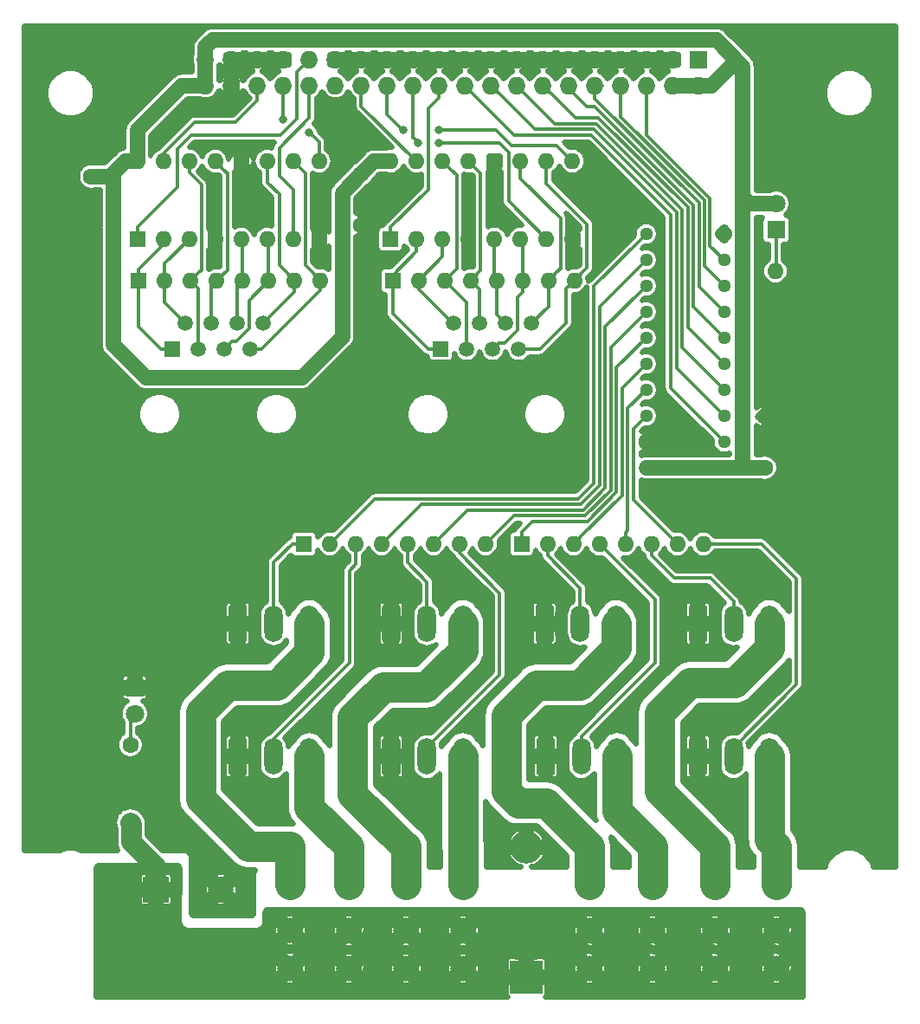
<source format=gbr>
G04 #@! TF.GenerationSoftware,KiCad,Pcbnew,(5.1.4)-1*
G04 #@! TF.CreationDate,2019-11-24T11:57:17-05:00*
G04 #@! TF.ProjectId,Multi_Expansion,4d756c74-695f-4457-9870-616e73696f6e,v1.0f*
G04 #@! TF.SameCoordinates,Original*
G04 #@! TF.FileFunction,Copper,L1,Top*
G04 #@! TF.FilePolarity,Positive*
%FSLAX46Y46*%
G04 Gerber Fmt 4.6, Leading zero omitted, Abs format (unit mm)*
G04 Created by KiCad (PCBNEW (5.1.4)-1) date 2019-11-24 11:57:17*
%MOMM*%
%LPD*%
G04 APERTURE LIST*
%ADD10C,1.500000*%
%ADD11R,1.500000X1.500000*%
%ADD12O,1.600000X1.600000*%
%ADD13R,1.600000X1.600000*%
%ADD14C,1.600000*%
%ADD15C,1.800000*%
%ADD16R,1.800000X1.800000*%
%ADD17C,1.295400*%
%ADD18R,1.295400X1.295400*%
%ADD19O,1.727200X1.727200*%
%ADD20R,1.727200X1.727200*%
%ADD21C,2.475000*%
%ADD22O,1.800000X3.600000*%
%ADD23C,0.100000*%
%ADD24O,3.200000X3.200000*%
%ADD25R,3.200000X3.200000*%
%ADD26C,2.500000*%
%ADD27R,2.500000X2.500000*%
%ADD28C,0.800000*%
%ADD29C,1.500000*%
%ADD30C,0.350000*%
%ADD31C,2.000000*%
%ADD32C,2.999999*%
%ADD33C,3.000000*%
%ADD34C,0.500000*%
G04 APERTURE END LIST*
D10*
X91605000Y-87237800D03*
X90335000Y-89777800D03*
X89065000Y-87237800D03*
X87795000Y-89777800D03*
X86525000Y-87237800D03*
X85255000Y-89777800D03*
X83985000Y-87237800D03*
D11*
X82715000Y-89777800D03*
D12*
X97195000Y-83077800D03*
X94655000Y-83077800D03*
X92115000Y-83077800D03*
X89575000Y-83077800D03*
X87035000Y-83077800D03*
X84495000Y-83077800D03*
X81955000Y-83077800D03*
D13*
X79415000Y-83077800D03*
D12*
X122031000Y-83077800D03*
X119491000Y-83077800D03*
X116951000Y-83077800D03*
X114411000Y-83077800D03*
X111871000Y-83077800D03*
X109331000Y-83077800D03*
X106791000Y-83077800D03*
D13*
X104251000Y-83077800D03*
D10*
X117841000Y-87237800D03*
X116571000Y-89777800D03*
X115301000Y-87237800D03*
X114031000Y-89777800D03*
X112761000Y-87237800D03*
X111491000Y-89777800D03*
X110221000Y-87237800D03*
D11*
X108951000Y-89777800D03*
D12*
X79265000Y-71407800D03*
X97045000Y-79027800D03*
X81805000Y-71407800D03*
X94505000Y-79027800D03*
X84345000Y-71407800D03*
X91965000Y-79027800D03*
X86885000Y-71407800D03*
X89425000Y-79027800D03*
X89425000Y-71407800D03*
X86885000Y-79027800D03*
X91965000Y-71407800D03*
X84345000Y-79027800D03*
X94505000Y-71407800D03*
X81805000Y-79027800D03*
X97045000Y-71407800D03*
D13*
X79265000Y-79027800D03*
D12*
X104051000Y-71407800D03*
X121831000Y-79027800D03*
X106591000Y-71407800D03*
X119291000Y-79027800D03*
X109131000Y-71407800D03*
X116751000Y-79027800D03*
X111671000Y-71407800D03*
X114211000Y-79027800D03*
X114211000Y-71407800D03*
X111671000Y-79027800D03*
X116751000Y-71407800D03*
X109131000Y-79027800D03*
X119291000Y-71407800D03*
X106591000Y-79027800D03*
X121831000Y-71407800D03*
D13*
X104051000Y-79027800D03*
D14*
X101179000Y-77643800D03*
X101179000Y-72643800D03*
X74763000Y-77897800D03*
X74763000Y-72897800D03*
D12*
X141693000Y-82151800D03*
D14*
X141693000Y-89771800D03*
D15*
X79020200Y-125394000D03*
D16*
X79020200Y-122854000D03*
D15*
X141743000Y-75571800D03*
D16*
X141743000Y-78111800D03*
D12*
X78588400Y-136062000D03*
D14*
X78588400Y-128442000D03*
D17*
X129051000Y-101377800D03*
X129051000Y-98837800D03*
X129051000Y-96297800D03*
X129051000Y-93757800D03*
X129051000Y-91217800D03*
X129051000Y-88677800D03*
X129051000Y-86137800D03*
X129051000Y-83597800D03*
X129051000Y-81057800D03*
X129051000Y-78517800D03*
X136671000Y-78517800D03*
X136671000Y-81057800D03*
X136671000Y-83597800D03*
X136671000Y-86137800D03*
X136671000Y-88677800D03*
X136671000Y-91217800D03*
X136671000Y-93757800D03*
X136671000Y-96297800D03*
X136671000Y-98837800D03*
D18*
X136671000Y-101377800D03*
D19*
X85939000Y-64007800D03*
X85939000Y-61467800D03*
X88479000Y-64007800D03*
X88479000Y-61467800D03*
X91019000Y-64007800D03*
X91019000Y-61467800D03*
X93559000Y-64007800D03*
X93559000Y-61467800D03*
X96099000Y-64007800D03*
X96099000Y-61467800D03*
X98639000Y-64007800D03*
X98639000Y-61467800D03*
X101179000Y-64007800D03*
X101179000Y-61467800D03*
X103719000Y-64007800D03*
X103719000Y-61467800D03*
X106259000Y-64007800D03*
X106259000Y-61467800D03*
X108799000Y-64007800D03*
X108799000Y-61467800D03*
X111339000Y-64007800D03*
X111339000Y-61467800D03*
X113879000Y-64007800D03*
X113879000Y-61467800D03*
X116419000Y-64007800D03*
X116419000Y-61467800D03*
X118959000Y-64007800D03*
X118959000Y-61467800D03*
X121499000Y-64007800D03*
X121499000Y-61467800D03*
X124039000Y-64007800D03*
X124039000Y-61467800D03*
X126579000Y-64007800D03*
X126579000Y-61467800D03*
X129119000Y-64007800D03*
X129119000Y-61467800D03*
X131659000Y-64007800D03*
X131659000Y-61467800D03*
X134199000Y-64007800D03*
D20*
X134199000Y-61467800D03*
D21*
X123512600Y-138398600D03*
X123512600Y-150298600D03*
X123512600Y-142098600D03*
X123512600Y-146598600D03*
D22*
X111100000Y-116600000D03*
X107600000Y-116600000D03*
D23*
G36*
X104774504Y-114801204D02*
G01*
X104798773Y-114804804D01*
X104822571Y-114810765D01*
X104845671Y-114819030D01*
X104867849Y-114829520D01*
X104888893Y-114842133D01*
X104908598Y-114856747D01*
X104926777Y-114873223D01*
X104943253Y-114891402D01*
X104957867Y-114911107D01*
X104970480Y-114932151D01*
X104980970Y-114954329D01*
X104989235Y-114977429D01*
X104995196Y-115001227D01*
X104998796Y-115025496D01*
X105000000Y-115050000D01*
X105000000Y-118150000D01*
X104998796Y-118174504D01*
X104995196Y-118198773D01*
X104989235Y-118222571D01*
X104980970Y-118245671D01*
X104970480Y-118267849D01*
X104957867Y-118288893D01*
X104943253Y-118308598D01*
X104926777Y-118326777D01*
X104908598Y-118343253D01*
X104888893Y-118357867D01*
X104867849Y-118370480D01*
X104845671Y-118380970D01*
X104822571Y-118389235D01*
X104798773Y-118395196D01*
X104774504Y-118398796D01*
X104750000Y-118400000D01*
X103450000Y-118400000D01*
X103425496Y-118398796D01*
X103401227Y-118395196D01*
X103377429Y-118389235D01*
X103354329Y-118380970D01*
X103332151Y-118370480D01*
X103311107Y-118357867D01*
X103291402Y-118343253D01*
X103273223Y-118326777D01*
X103256747Y-118308598D01*
X103242133Y-118288893D01*
X103229520Y-118267849D01*
X103219030Y-118245671D01*
X103210765Y-118222571D01*
X103204804Y-118198773D01*
X103201204Y-118174504D01*
X103200000Y-118150000D01*
X103200000Y-115050000D01*
X103201204Y-115025496D01*
X103204804Y-115001227D01*
X103210765Y-114977429D01*
X103219030Y-114954329D01*
X103229520Y-114932151D01*
X103242133Y-114911107D01*
X103256747Y-114891402D01*
X103273223Y-114873223D01*
X103291402Y-114856747D01*
X103311107Y-114842133D01*
X103332151Y-114829520D01*
X103354329Y-114819030D01*
X103377429Y-114810765D01*
X103401227Y-114804804D01*
X103425496Y-114801204D01*
X103450000Y-114800000D01*
X104750000Y-114800000D01*
X104774504Y-114801204D01*
X104774504Y-114801204D01*
G37*
D15*
X104100000Y-116600000D03*
D21*
X105567600Y-138403600D03*
X105567600Y-150303600D03*
X105567600Y-142103600D03*
X105567600Y-146603600D03*
D24*
X117332600Y-138468600D03*
D25*
X117332600Y-151168600D03*
D14*
X140651000Y-96367800D03*
X140651000Y-101367800D03*
D12*
X134632700Y-108813600D03*
X132092700Y-108813600D03*
X129552700Y-108813600D03*
X127012700Y-108813600D03*
X124472700Y-108813600D03*
X121932700Y-108813600D03*
X119392700Y-108813600D03*
D13*
X116852700Y-108813600D03*
D12*
X113341500Y-108813600D03*
X110801500Y-108813600D03*
X108261500Y-108813600D03*
X105721500Y-108813600D03*
X103181500Y-108813600D03*
X100641500Y-108813600D03*
X98101500Y-108813600D03*
D13*
X95561500Y-108813600D03*
D22*
X141100000Y-129600000D03*
X137600000Y-129600000D03*
D23*
G36*
X134774504Y-127801204D02*
G01*
X134798773Y-127804804D01*
X134822571Y-127810765D01*
X134845671Y-127819030D01*
X134867849Y-127829520D01*
X134888893Y-127842133D01*
X134908598Y-127856747D01*
X134926777Y-127873223D01*
X134943253Y-127891402D01*
X134957867Y-127911107D01*
X134970480Y-127932151D01*
X134980970Y-127954329D01*
X134989235Y-127977429D01*
X134995196Y-128001227D01*
X134998796Y-128025496D01*
X135000000Y-128050000D01*
X135000000Y-131150000D01*
X134998796Y-131174504D01*
X134995196Y-131198773D01*
X134989235Y-131222571D01*
X134980970Y-131245671D01*
X134970480Y-131267849D01*
X134957867Y-131288893D01*
X134943253Y-131308598D01*
X134926777Y-131326777D01*
X134908598Y-131343253D01*
X134888893Y-131357867D01*
X134867849Y-131370480D01*
X134845671Y-131380970D01*
X134822571Y-131389235D01*
X134798773Y-131395196D01*
X134774504Y-131398796D01*
X134750000Y-131400000D01*
X133450000Y-131400000D01*
X133425496Y-131398796D01*
X133401227Y-131395196D01*
X133377429Y-131389235D01*
X133354329Y-131380970D01*
X133332151Y-131370480D01*
X133311107Y-131357867D01*
X133291402Y-131343253D01*
X133273223Y-131326777D01*
X133256747Y-131308598D01*
X133242133Y-131288893D01*
X133229520Y-131267849D01*
X133219030Y-131245671D01*
X133210765Y-131222571D01*
X133204804Y-131198773D01*
X133201204Y-131174504D01*
X133200000Y-131150000D01*
X133200000Y-128050000D01*
X133201204Y-128025496D01*
X133204804Y-128001227D01*
X133210765Y-127977429D01*
X133219030Y-127954329D01*
X133229520Y-127932151D01*
X133242133Y-127911107D01*
X133256747Y-127891402D01*
X133273223Y-127873223D01*
X133291402Y-127856747D01*
X133311107Y-127842133D01*
X133332151Y-127829520D01*
X133354329Y-127819030D01*
X133377429Y-127810765D01*
X133401227Y-127804804D01*
X133425496Y-127801204D01*
X133450000Y-127800000D01*
X134750000Y-127800000D01*
X134774504Y-127801204D01*
X134774504Y-127801204D01*
G37*
D15*
X134100000Y-129600000D03*
D22*
X141100000Y-116600000D03*
X137600000Y-116600000D03*
D23*
G36*
X134774504Y-114801204D02*
G01*
X134798773Y-114804804D01*
X134822571Y-114810765D01*
X134845671Y-114819030D01*
X134867849Y-114829520D01*
X134888893Y-114842133D01*
X134908598Y-114856747D01*
X134926777Y-114873223D01*
X134943253Y-114891402D01*
X134957867Y-114911107D01*
X134970480Y-114932151D01*
X134980970Y-114954329D01*
X134989235Y-114977429D01*
X134995196Y-115001227D01*
X134998796Y-115025496D01*
X135000000Y-115050000D01*
X135000000Y-118150000D01*
X134998796Y-118174504D01*
X134995196Y-118198773D01*
X134989235Y-118222571D01*
X134980970Y-118245671D01*
X134970480Y-118267849D01*
X134957867Y-118288893D01*
X134943253Y-118308598D01*
X134926777Y-118326777D01*
X134908598Y-118343253D01*
X134888893Y-118357867D01*
X134867849Y-118370480D01*
X134845671Y-118380970D01*
X134822571Y-118389235D01*
X134798773Y-118395196D01*
X134774504Y-118398796D01*
X134750000Y-118400000D01*
X133450000Y-118400000D01*
X133425496Y-118398796D01*
X133401227Y-118395196D01*
X133377429Y-118389235D01*
X133354329Y-118380970D01*
X133332151Y-118370480D01*
X133311107Y-118357867D01*
X133291402Y-118343253D01*
X133273223Y-118326777D01*
X133256747Y-118308598D01*
X133242133Y-118288893D01*
X133229520Y-118267849D01*
X133219030Y-118245671D01*
X133210765Y-118222571D01*
X133204804Y-118198773D01*
X133201204Y-118174504D01*
X133200000Y-118150000D01*
X133200000Y-115050000D01*
X133201204Y-115025496D01*
X133204804Y-115001227D01*
X133210765Y-114977429D01*
X133219030Y-114954329D01*
X133229520Y-114932151D01*
X133242133Y-114911107D01*
X133256747Y-114891402D01*
X133273223Y-114873223D01*
X133291402Y-114856747D01*
X133311107Y-114842133D01*
X133332151Y-114829520D01*
X133354329Y-114819030D01*
X133377429Y-114810765D01*
X133401227Y-114804804D01*
X133425496Y-114801204D01*
X133450000Y-114800000D01*
X134750000Y-114800000D01*
X134774504Y-114801204D01*
X134774504Y-114801204D01*
G37*
D15*
X134100000Y-116600000D03*
D22*
X126214342Y-129600000D03*
X122714342Y-129600000D03*
D23*
G36*
X119888846Y-127801204D02*
G01*
X119913115Y-127804804D01*
X119936913Y-127810765D01*
X119960013Y-127819030D01*
X119982191Y-127829520D01*
X120003235Y-127842133D01*
X120022940Y-127856747D01*
X120041119Y-127873223D01*
X120057595Y-127891402D01*
X120072209Y-127911107D01*
X120084822Y-127932151D01*
X120095312Y-127954329D01*
X120103577Y-127977429D01*
X120109538Y-128001227D01*
X120113138Y-128025496D01*
X120114342Y-128050000D01*
X120114342Y-131150000D01*
X120113138Y-131174504D01*
X120109538Y-131198773D01*
X120103577Y-131222571D01*
X120095312Y-131245671D01*
X120084822Y-131267849D01*
X120072209Y-131288893D01*
X120057595Y-131308598D01*
X120041119Y-131326777D01*
X120022940Y-131343253D01*
X120003235Y-131357867D01*
X119982191Y-131370480D01*
X119960013Y-131380970D01*
X119936913Y-131389235D01*
X119913115Y-131395196D01*
X119888846Y-131398796D01*
X119864342Y-131400000D01*
X118564342Y-131400000D01*
X118539838Y-131398796D01*
X118515569Y-131395196D01*
X118491771Y-131389235D01*
X118468671Y-131380970D01*
X118446493Y-131370480D01*
X118425449Y-131357867D01*
X118405744Y-131343253D01*
X118387565Y-131326777D01*
X118371089Y-131308598D01*
X118356475Y-131288893D01*
X118343862Y-131267849D01*
X118333372Y-131245671D01*
X118325107Y-131222571D01*
X118319146Y-131198773D01*
X118315546Y-131174504D01*
X118314342Y-131150000D01*
X118314342Y-128050000D01*
X118315546Y-128025496D01*
X118319146Y-128001227D01*
X118325107Y-127977429D01*
X118333372Y-127954329D01*
X118343862Y-127932151D01*
X118356475Y-127911107D01*
X118371089Y-127891402D01*
X118387565Y-127873223D01*
X118405744Y-127856747D01*
X118425449Y-127842133D01*
X118446493Y-127829520D01*
X118468671Y-127819030D01*
X118491771Y-127810765D01*
X118515569Y-127804804D01*
X118539838Y-127801204D01*
X118564342Y-127800000D01*
X119864342Y-127800000D01*
X119888846Y-127801204D01*
X119888846Y-127801204D01*
G37*
D15*
X119214342Y-129600000D03*
D22*
X126100000Y-116600000D03*
X122600000Y-116600000D03*
D23*
G36*
X119774504Y-114801204D02*
G01*
X119798773Y-114804804D01*
X119822571Y-114810765D01*
X119845671Y-114819030D01*
X119867849Y-114829520D01*
X119888893Y-114842133D01*
X119908598Y-114856747D01*
X119926777Y-114873223D01*
X119943253Y-114891402D01*
X119957867Y-114911107D01*
X119970480Y-114932151D01*
X119980970Y-114954329D01*
X119989235Y-114977429D01*
X119995196Y-115001227D01*
X119998796Y-115025496D01*
X120000000Y-115050000D01*
X120000000Y-118150000D01*
X119998796Y-118174504D01*
X119995196Y-118198773D01*
X119989235Y-118222571D01*
X119980970Y-118245671D01*
X119970480Y-118267849D01*
X119957867Y-118288893D01*
X119943253Y-118308598D01*
X119926777Y-118326777D01*
X119908598Y-118343253D01*
X119888893Y-118357867D01*
X119867849Y-118370480D01*
X119845671Y-118380970D01*
X119822571Y-118389235D01*
X119798773Y-118395196D01*
X119774504Y-118398796D01*
X119750000Y-118400000D01*
X118450000Y-118400000D01*
X118425496Y-118398796D01*
X118401227Y-118395196D01*
X118377429Y-118389235D01*
X118354329Y-118380970D01*
X118332151Y-118370480D01*
X118311107Y-118357867D01*
X118291402Y-118343253D01*
X118273223Y-118326777D01*
X118256747Y-118308598D01*
X118242133Y-118288893D01*
X118229520Y-118267849D01*
X118219030Y-118245671D01*
X118210765Y-118222571D01*
X118204804Y-118198773D01*
X118201204Y-118174504D01*
X118200000Y-118150000D01*
X118200000Y-115050000D01*
X118201204Y-115025496D01*
X118204804Y-115001227D01*
X118210765Y-114977429D01*
X118219030Y-114954329D01*
X118229520Y-114932151D01*
X118242133Y-114911107D01*
X118256747Y-114891402D01*
X118273223Y-114873223D01*
X118291402Y-114856747D01*
X118311107Y-114842133D01*
X118332151Y-114829520D01*
X118354329Y-114819030D01*
X118377429Y-114810765D01*
X118401227Y-114804804D01*
X118425496Y-114801204D01*
X118450000Y-114800000D01*
X119750000Y-114800000D01*
X119774504Y-114801204D01*
X119774504Y-114801204D01*
G37*
D15*
X119100000Y-116600000D03*
D22*
X111100000Y-129600000D03*
X107600000Y-129600000D03*
D23*
G36*
X104774504Y-127801204D02*
G01*
X104798773Y-127804804D01*
X104822571Y-127810765D01*
X104845671Y-127819030D01*
X104867849Y-127829520D01*
X104888893Y-127842133D01*
X104908598Y-127856747D01*
X104926777Y-127873223D01*
X104943253Y-127891402D01*
X104957867Y-127911107D01*
X104970480Y-127932151D01*
X104980970Y-127954329D01*
X104989235Y-127977429D01*
X104995196Y-128001227D01*
X104998796Y-128025496D01*
X105000000Y-128050000D01*
X105000000Y-131150000D01*
X104998796Y-131174504D01*
X104995196Y-131198773D01*
X104989235Y-131222571D01*
X104980970Y-131245671D01*
X104970480Y-131267849D01*
X104957867Y-131288893D01*
X104943253Y-131308598D01*
X104926777Y-131326777D01*
X104908598Y-131343253D01*
X104888893Y-131357867D01*
X104867849Y-131370480D01*
X104845671Y-131380970D01*
X104822571Y-131389235D01*
X104798773Y-131395196D01*
X104774504Y-131398796D01*
X104750000Y-131400000D01*
X103450000Y-131400000D01*
X103425496Y-131398796D01*
X103401227Y-131395196D01*
X103377429Y-131389235D01*
X103354329Y-131380970D01*
X103332151Y-131370480D01*
X103311107Y-131357867D01*
X103291402Y-131343253D01*
X103273223Y-131326777D01*
X103256747Y-131308598D01*
X103242133Y-131288893D01*
X103229520Y-131267849D01*
X103219030Y-131245671D01*
X103210765Y-131222571D01*
X103204804Y-131198773D01*
X103201204Y-131174504D01*
X103200000Y-131150000D01*
X103200000Y-128050000D01*
X103201204Y-128025496D01*
X103204804Y-128001227D01*
X103210765Y-127977429D01*
X103219030Y-127954329D01*
X103229520Y-127932151D01*
X103242133Y-127911107D01*
X103256747Y-127891402D01*
X103273223Y-127873223D01*
X103291402Y-127856747D01*
X103311107Y-127842133D01*
X103332151Y-127829520D01*
X103354329Y-127819030D01*
X103377429Y-127810765D01*
X103401227Y-127804804D01*
X103425496Y-127801204D01*
X103450000Y-127800000D01*
X104750000Y-127800000D01*
X104774504Y-127801204D01*
X104774504Y-127801204D01*
G37*
D15*
X104100000Y-129600000D03*
D22*
X96100000Y-129600000D03*
X92600000Y-129600000D03*
D23*
G36*
X89774504Y-127801204D02*
G01*
X89798773Y-127804804D01*
X89822571Y-127810765D01*
X89845671Y-127819030D01*
X89867849Y-127829520D01*
X89888893Y-127842133D01*
X89908598Y-127856747D01*
X89926777Y-127873223D01*
X89943253Y-127891402D01*
X89957867Y-127911107D01*
X89970480Y-127932151D01*
X89980970Y-127954329D01*
X89989235Y-127977429D01*
X89995196Y-128001227D01*
X89998796Y-128025496D01*
X90000000Y-128050000D01*
X90000000Y-131150000D01*
X89998796Y-131174504D01*
X89995196Y-131198773D01*
X89989235Y-131222571D01*
X89980970Y-131245671D01*
X89970480Y-131267849D01*
X89957867Y-131288893D01*
X89943253Y-131308598D01*
X89926777Y-131326777D01*
X89908598Y-131343253D01*
X89888893Y-131357867D01*
X89867849Y-131370480D01*
X89845671Y-131380970D01*
X89822571Y-131389235D01*
X89798773Y-131395196D01*
X89774504Y-131398796D01*
X89750000Y-131400000D01*
X88450000Y-131400000D01*
X88425496Y-131398796D01*
X88401227Y-131395196D01*
X88377429Y-131389235D01*
X88354329Y-131380970D01*
X88332151Y-131370480D01*
X88311107Y-131357867D01*
X88291402Y-131343253D01*
X88273223Y-131326777D01*
X88256747Y-131308598D01*
X88242133Y-131288893D01*
X88229520Y-131267849D01*
X88219030Y-131245671D01*
X88210765Y-131222571D01*
X88204804Y-131198773D01*
X88201204Y-131174504D01*
X88200000Y-131150000D01*
X88200000Y-128050000D01*
X88201204Y-128025496D01*
X88204804Y-128001227D01*
X88210765Y-127977429D01*
X88219030Y-127954329D01*
X88229520Y-127932151D01*
X88242133Y-127911107D01*
X88256747Y-127891402D01*
X88273223Y-127873223D01*
X88291402Y-127856747D01*
X88311107Y-127842133D01*
X88332151Y-127829520D01*
X88354329Y-127819030D01*
X88377429Y-127810765D01*
X88401227Y-127804804D01*
X88425496Y-127801204D01*
X88450000Y-127800000D01*
X89750000Y-127800000D01*
X89774504Y-127801204D01*
X89774504Y-127801204D01*
G37*
D15*
X89100000Y-129600000D03*
D22*
X96100000Y-116600000D03*
X92600000Y-116600000D03*
D23*
G36*
X89774504Y-114801204D02*
G01*
X89798773Y-114804804D01*
X89822571Y-114810765D01*
X89845671Y-114819030D01*
X89867849Y-114829520D01*
X89888893Y-114842133D01*
X89908598Y-114856747D01*
X89926777Y-114873223D01*
X89943253Y-114891402D01*
X89957867Y-114911107D01*
X89970480Y-114932151D01*
X89980970Y-114954329D01*
X89989235Y-114977429D01*
X89995196Y-115001227D01*
X89998796Y-115025496D01*
X90000000Y-115050000D01*
X90000000Y-118150000D01*
X89998796Y-118174504D01*
X89995196Y-118198773D01*
X89989235Y-118222571D01*
X89980970Y-118245671D01*
X89970480Y-118267849D01*
X89957867Y-118288893D01*
X89943253Y-118308598D01*
X89926777Y-118326777D01*
X89908598Y-118343253D01*
X89888893Y-118357867D01*
X89867849Y-118370480D01*
X89845671Y-118380970D01*
X89822571Y-118389235D01*
X89798773Y-118395196D01*
X89774504Y-118398796D01*
X89750000Y-118400000D01*
X88450000Y-118400000D01*
X88425496Y-118398796D01*
X88401227Y-118395196D01*
X88377429Y-118389235D01*
X88354329Y-118380970D01*
X88332151Y-118370480D01*
X88311107Y-118357867D01*
X88291402Y-118343253D01*
X88273223Y-118326777D01*
X88256747Y-118308598D01*
X88242133Y-118288893D01*
X88229520Y-118267849D01*
X88219030Y-118245671D01*
X88210765Y-118222571D01*
X88204804Y-118198773D01*
X88201204Y-118174504D01*
X88200000Y-118150000D01*
X88200000Y-115050000D01*
X88201204Y-115025496D01*
X88204804Y-115001227D01*
X88210765Y-114977429D01*
X88219030Y-114954329D01*
X88229520Y-114932151D01*
X88242133Y-114911107D01*
X88256747Y-114891402D01*
X88273223Y-114873223D01*
X88291402Y-114856747D01*
X88311107Y-114842133D01*
X88332151Y-114829520D01*
X88354329Y-114819030D01*
X88377429Y-114810765D01*
X88401227Y-114804804D01*
X88425496Y-114801204D01*
X88450000Y-114800000D01*
X89750000Y-114800000D01*
X89774504Y-114801204D01*
X89774504Y-114801204D01*
G37*
D15*
X89100000Y-116600000D03*
D21*
X141793100Y-138398600D03*
X141793100Y-150298600D03*
X141793100Y-142098600D03*
X141793100Y-146598600D03*
X135792600Y-138398600D03*
X135792600Y-150298600D03*
X135792600Y-142098600D03*
X135792600Y-146598600D03*
X129672600Y-138398600D03*
X129672600Y-150298600D03*
X129672600Y-142098600D03*
X129672600Y-146598600D03*
X111167600Y-138403600D03*
X111167600Y-150303600D03*
X111167600Y-142103600D03*
X111167600Y-146603600D03*
X99967600Y-138403600D03*
X99967600Y-150303600D03*
X99967600Y-142103600D03*
X99967600Y-146603600D03*
X94222600Y-138388600D03*
X94222600Y-150288600D03*
X94222600Y-142088600D03*
X94222600Y-146588600D03*
D26*
X87432600Y-142598600D03*
D27*
X81082600Y-142598600D03*
D28*
X133101000Y-110667800D03*
X139701000Y-111017800D03*
X123351000Y-110667800D03*
X127251000Y-113767800D03*
X128651000Y-119967800D03*
X94601000Y-111167800D03*
X98451000Y-114417800D03*
X98651000Y-119967800D03*
X142151000Y-126167800D03*
X76287000Y-69595800D03*
X83399000Y-61721800D03*
X83907000Y-58927800D03*
X81367000Y-69087800D03*
X84415000Y-66293800D03*
X97877000Y-66547800D03*
X99655000Y-66293800D03*
X105497000Y-73659800D03*
X101941000Y-69341800D03*
X121753000Y-73659800D03*
X124039000Y-71627800D03*
X134453000Y-99313800D03*
X124801000Y-80517800D03*
X128611000Y-76199800D03*
X139533000Y-59689800D03*
X141057000Y-73151800D03*
X140803000Y-84073800D03*
X144359000Y-78485800D03*
X129627000Y-103631800D03*
X136993000Y-107187800D03*
X145121000Y-115061800D03*
X121753000Y-101853800D03*
X122261000Y-88899800D03*
X77303000Y-93725800D03*
X98101000Y-93417800D03*
X104989000Y-89661800D03*
X97877000Y-105663800D03*
X145629000Y-136397800D03*
X152487000Y-136397800D03*
X152233000Y-69341800D03*
X152233000Y-99821800D03*
X142581000Y-102869800D03*
X69683000Y-59943800D03*
X69429000Y-87375800D03*
X69937000Y-129285800D03*
X76301000Y-138017800D03*
X81101000Y-137017800D03*
X152741000Y-118363800D03*
X142327000Y-121919800D03*
X138263000Y-136143800D03*
X113371000Y-114807800D03*
X108799000Y-110997800D03*
X96861000Y-125983800D03*
X92797000Y-135635800D03*
X108291000Y-139191800D03*
X126833000Y-126237800D03*
X128103000Y-110489800D03*
X126579000Y-139445800D03*
X123277000Y-133349800D03*
X112355000Y-126491800D03*
X142327000Y-113537800D03*
X93559000Y-67309800D03*
X96098998Y-68579800D03*
X108799000Y-68325800D03*
X105326010Y-68313858D03*
X106767000Y-69595800D03*
X108799000Y-69595800D03*
D29*
X136671000Y-101377800D02*
X129051000Y-101377800D01*
X138501000Y-101377800D02*
X136671000Y-101377800D01*
X139509630Y-101377800D02*
X138501000Y-101377800D01*
X139519630Y-101367800D02*
X139509630Y-101377800D01*
X140651000Y-101367800D02*
X139519630Y-101367800D01*
X102415000Y-71407800D02*
X101179000Y-72643800D01*
X104051000Y-71407800D02*
X102415000Y-71407800D01*
X78133630Y-71407800D02*
X79265000Y-71407800D01*
X76915000Y-72626430D02*
X78133630Y-71407800D01*
X76643630Y-72897800D02*
X76915000Y-72626430D01*
X74763000Y-72897800D02*
X76643630Y-72897800D01*
X83653000Y-64007800D02*
X85939000Y-64007800D01*
X79265000Y-68395800D02*
X83653000Y-64007800D01*
X85939000Y-64007800D02*
X85939000Y-61467800D01*
X138501000Y-62152598D02*
X138501000Y-69317800D01*
X135902601Y-59554199D02*
X138501000Y-62152598D01*
X86631287Y-59554199D02*
X135902601Y-59554199D01*
X85939000Y-60246486D02*
X86631287Y-59554199D01*
X85939000Y-61467800D02*
X85939000Y-60246486D01*
X131659000Y-64007800D02*
X134199000Y-64007800D01*
X137275516Y-62152598D02*
X138501000Y-62152598D01*
X135420314Y-64007800D02*
X137275516Y-62152598D01*
X134199000Y-64007800D02*
X135420314Y-64007800D01*
X139159000Y-75571800D02*
X138501000Y-74913800D01*
X141743000Y-75571800D02*
X139159000Y-75571800D01*
X138501000Y-69317800D02*
X138501000Y-74913800D01*
X138501000Y-74913800D02*
X138501000Y-101377800D01*
X79265000Y-71407800D02*
X79265000Y-68395800D01*
X76915000Y-89377800D02*
X76915000Y-72626430D01*
X80115000Y-92577800D02*
X76915000Y-89377800D01*
X95341000Y-92577800D02*
X80115000Y-92577800D01*
X99328999Y-88589801D02*
X95341000Y-92577800D01*
X101179000Y-72643800D02*
X99328999Y-74493801D01*
X99328999Y-74493801D02*
X99328999Y-88589801D01*
D30*
X122628822Y-104967811D02*
X107027289Y-104967811D01*
X107027289Y-104967811D02*
X103981499Y-108013601D01*
X124501011Y-103095622D02*
X122628822Y-104967811D01*
X124501011Y-85607789D02*
X124501011Y-103095622D01*
X129051000Y-81057800D02*
X124501011Y-85607789D01*
X103981499Y-108013601D02*
X103181500Y-108813600D01*
X128403301Y-79165499D02*
X129051000Y-78517800D01*
X123951000Y-83617800D02*
X128403301Y-79165499D01*
X123951000Y-102867800D02*
X123951000Y-83617800D01*
X122401000Y-104417800D02*
X123951000Y-102867800D01*
X102497300Y-104417800D02*
X122401000Y-104417800D01*
X98101500Y-108813600D02*
X102497300Y-104417800D01*
X122732699Y-108013601D02*
X121932700Y-108813600D01*
X126701055Y-104045245D02*
X122732699Y-108013601D01*
X126701055Y-93567745D02*
X126701055Y-104045245D01*
X129051000Y-91217800D02*
X126701055Y-93567745D01*
X126151044Y-91577756D02*
X126151044Y-103779088D01*
X117898456Y-106617844D02*
X116852700Y-107663600D01*
X116852700Y-107663600D02*
X116852700Y-108813600D01*
X123312288Y-106617844D02*
X117898456Y-106617844D01*
X126151044Y-103779088D02*
X123312288Y-106617844D01*
X129051000Y-88677800D02*
X126151044Y-91577756D01*
X125601033Y-89587767D02*
X125601033Y-103551266D01*
X125601033Y-103551266D02*
X123084466Y-106067833D01*
X123084466Y-106067833D02*
X116087267Y-106067833D01*
X114141499Y-108013601D02*
X113341500Y-108813600D01*
X129051000Y-86137800D02*
X125601033Y-89587767D01*
X116087267Y-106067833D02*
X114141499Y-108013601D01*
X108261500Y-108813600D02*
X111557278Y-105517822D01*
X128403301Y-84245499D02*
X129051000Y-83597800D01*
X125051022Y-103323444D02*
X125051022Y-87597778D01*
X122856644Y-105517822D02*
X125051022Y-103323444D01*
X125051022Y-87597778D02*
X128403301Y-84245499D01*
X111557278Y-105517822D02*
X122856644Y-105517822D01*
X127825989Y-104546889D02*
X131292701Y-108013601D01*
X129051000Y-96297800D02*
X127825989Y-97522811D01*
X131292701Y-108013601D02*
X132092700Y-108813600D01*
X127825989Y-97522811D02*
X127825989Y-104546889D01*
X127012700Y-107682230D02*
X127012700Y-108813600D01*
X129051000Y-93757800D02*
X127251066Y-95557734D01*
X127251066Y-95557734D02*
X127251066Y-107443864D01*
X127251066Y-107443864D02*
X127012700Y-107682230D01*
D31*
X81082600Y-140324720D02*
X81082600Y-142598600D01*
X78700000Y-137942120D02*
X81082600Y-140324720D01*
X78588400Y-136062000D02*
X78700000Y-136173600D01*
X78700000Y-136173600D02*
X78700000Y-137942120D01*
D32*
X88100000Y-122600000D02*
X85460000Y-125240000D01*
D33*
X96100000Y-119449000D02*
X96100000Y-116600000D01*
X88100000Y-122600000D02*
X92949000Y-122600000D01*
X92949000Y-122600000D02*
X96100000Y-119449000D01*
X94222600Y-138388600D02*
X94222600Y-142088600D01*
X90102600Y-138388600D02*
X94222600Y-138388600D01*
X85460000Y-125240000D02*
X85460000Y-133746000D01*
X85460000Y-133746000D02*
X90102600Y-138388600D01*
X99967600Y-142103600D02*
X99967600Y-138403600D01*
X96100000Y-134536000D02*
X96100000Y-129600000D01*
X99967600Y-138403600D02*
X96100000Y-134536000D01*
X105567600Y-138403600D02*
X105567600Y-142103600D01*
X111100000Y-119226200D02*
X111100000Y-116600000D01*
X105462000Y-138403600D02*
X100330000Y-133271600D01*
X105567600Y-138403600D02*
X105462000Y-138403600D01*
X100330000Y-133271600D02*
X100330000Y-125796200D01*
X100330000Y-125796200D02*
X103312600Y-122813600D01*
X103312600Y-122813600D02*
X107512600Y-122813600D01*
X107512600Y-122813600D02*
X111100000Y-119226200D01*
X111100000Y-138336000D02*
X111167600Y-138403600D01*
X111100000Y-129600000D02*
X111100000Y-138336000D01*
X111167600Y-142103600D02*
X111167600Y-138403600D01*
X123512600Y-142098600D02*
X123512600Y-138398600D01*
X119242600Y-134128600D02*
X116512600Y-134128600D01*
X116512600Y-134128600D02*
X115350000Y-132966000D01*
X123512600Y-138398600D02*
X119242600Y-134128600D01*
X115350000Y-132966000D02*
X115350000Y-125600000D01*
X122526200Y-122600000D02*
X126100000Y-119026200D01*
X115350000Y-125600000D02*
X118350000Y-122600000D01*
X126100000Y-119026200D02*
X126100000Y-116600000D01*
X118350000Y-122600000D02*
X122526200Y-122600000D01*
X126214342Y-134940342D02*
X126214342Y-129600000D01*
X129672600Y-138398600D02*
X126214342Y-134940342D01*
X129672600Y-138398600D02*
X129672600Y-142098600D01*
X141100000Y-118976200D02*
X141100000Y-116600000D01*
X130350000Y-125350000D02*
X133350000Y-122350000D01*
X133350000Y-122350000D02*
X137726200Y-122350000D01*
X137726200Y-122350000D02*
X141100000Y-118976200D01*
X135792600Y-142098600D02*
X135792600Y-138398600D01*
X130350000Y-132956000D02*
X135792600Y-138398600D01*
X130350000Y-125350000D02*
X130350000Y-132956000D01*
X141100000Y-137705500D02*
X141793100Y-138398600D01*
X141100000Y-129600000D02*
X141100000Y-137705500D01*
X141793100Y-142098600D02*
X141793100Y-138398600D01*
D30*
X94411500Y-108813600D02*
X95561500Y-108813600D01*
X92600000Y-110625100D02*
X94411500Y-108813600D01*
X92600000Y-118200000D02*
X92600000Y-110625100D01*
X92600000Y-127876200D02*
X92600000Y-129600000D01*
X100025000Y-120451200D02*
X92600000Y-127876200D01*
X100025000Y-111416370D02*
X100025000Y-120451200D01*
X100641500Y-108813600D02*
X100641500Y-110799870D01*
X100641500Y-110799870D02*
X100025000Y-111416370D01*
X107600000Y-112510000D02*
X107600000Y-116600000D01*
X105721500Y-110631500D02*
X107600000Y-112510000D01*
X105721500Y-110631500D02*
X105721500Y-108813600D01*
X107600000Y-128700000D02*
X107600000Y-129600000D01*
X114712600Y-121587400D02*
X107600000Y-128700000D01*
X114712600Y-113613600D02*
X114712600Y-121587400D01*
X110801500Y-108813600D02*
X110801500Y-109702500D01*
X110801500Y-109702500D02*
X114712600Y-113613600D01*
X122600000Y-113351000D02*
X122600000Y-116600000D01*
X122600000Y-113152270D02*
X122600000Y-113351000D01*
X119392700Y-109944970D02*
X122600000Y-113152270D01*
X119392700Y-108813600D02*
X119392700Y-109944970D01*
X122714342Y-127611858D02*
X122714342Y-129600000D01*
X129912600Y-120413600D02*
X122714342Y-127611858D01*
X129912600Y-114266200D02*
X129912600Y-120413600D01*
X124472700Y-108813600D02*
X124472700Y-108826300D01*
X124472700Y-108826300D02*
X129912600Y-114266200D01*
X137600000Y-116600000D02*
X137600000Y-115055000D01*
X137600000Y-114450000D02*
X135313600Y-112163600D01*
X137600000Y-116600000D02*
X137600000Y-114450000D01*
X131771330Y-112163600D02*
X135313600Y-112163600D01*
X129552700Y-109944970D02*
X131771330Y-112163600D01*
X129552700Y-108813600D02*
X129552700Y-109944970D01*
X140312600Y-108813600D02*
X134632700Y-108813600D01*
X143751000Y-112252000D02*
X140312600Y-108813600D01*
X143751000Y-122549000D02*
X143751000Y-112252000D01*
X137600000Y-129600000D02*
X137600000Y-128700000D01*
X137600000Y-128700000D02*
X143751000Y-122549000D01*
X91019000Y-65499800D02*
X91019000Y-64007800D01*
X88901000Y-67617800D02*
X91019000Y-65499800D01*
X84869000Y-67617800D02*
X88901000Y-67617800D01*
X81805000Y-71407800D02*
X81805000Y-70681800D01*
X81805000Y-70681800D02*
X84869000Y-67617800D01*
X131450923Y-93617723D02*
X136023301Y-98190101D01*
X111339000Y-64007800D02*
X116165000Y-68833800D01*
X136023301Y-98190101D02*
X136671000Y-98837800D01*
X131450923Y-76610553D02*
X131450923Y-93617723D01*
X123674170Y-68833800D02*
X131450923Y-76610553D01*
X116165000Y-68833800D02*
X123674170Y-68833800D01*
X93559000Y-64007800D02*
X93559000Y-67309800D01*
X96498997Y-68979799D02*
X96098998Y-68579800D01*
X97045000Y-69525802D02*
X96498997Y-68979799D01*
X97045000Y-71407800D02*
X97045000Y-69525802D01*
X114742599Y-64871399D02*
X113879000Y-64007800D01*
X136671000Y-96297800D02*
X132000934Y-91627734D01*
X132000934Y-91627734D02*
X132000934Y-76382731D01*
X132000934Y-76382731D02*
X123901992Y-68283789D01*
X123901992Y-68283789D02*
X118154989Y-68283789D01*
X118154989Y-68283789D02*
X114742599Y-64871399D01*
X93140001Y-70137795D02*
X93140001Y-72852801D01*
X94505000Y-77896430D02*
X94505000Y-79027800D01*
X94505000Y-74217800D02*
X94505000Y-77896430D01*
X93140001Y-72852801D02*
X94505000Y-74217800D01*
X96099000Y-64007800D02*
X96099000Y-67178796D01*
X96099000Y-67178796D02*
X93140001Y-70137795D01*
X124129814Y-67733778D02*
X132550945Y-76154909D01*
X116419000Y-64007800D02*
X120144978Y-67733778D01*
X120144978Y-67733778D02*
X124129814Y-67733778D01*
X132550945Y-76154909D02*
X132550945Y-89637745D01*
X132550945Y-89637745D02*
X136023301Y-93110101D01*
X136023301Y-93110101D02*
X136671000Y-93757800D01*
X133100956Y-75927087D02*
X124357636Y-67183767D01*
X119822599Y-64871399D02*
X118959000Y-64007800D01*
X122134967Y-67183767D02*
X119822599Y-64871399D01*
X124357636Y-67183767D02*
X122134967Y-67183767D01*
X133100956Y-87647756D02*
X133100956Y-75927087D01*
X136671000Y-91217800D02*
X133100956Y-87647756D01*
X136023301Y-88030101D02*
X136671000Y-88677800D01*
X121499000Y-64007800D02*
X121499000Y-64261800D01*
X123277000Y-66039800D02*
X123991502Y-66039800D01*
X121499000Y-64261800D02*
X123277000Y-66039800D01*
X123991502Y-66039800D02*
X133650967Y-75699265D01*
X133650967Y-75699265D02*
X133650967Y-85657767D01*
X133650967Y-85657767D02*
X136023301Y-88030101D01*
X105231058Y-68313858D02*
X105326010Y-68313858D01*
X103719000Y-64007800D02*
X103719000Y-66801800D01*
X103719000Y-66801800D02*
X105231058Y-68313858D01*
X109364685Y-68325800D02*
X108799000Y-68325800D01*
X114387000Y-68325800D02*
X109364685Y-68325800D01*
X115911000Y-69849800D02*
X114387000Y-68325800D01*
X121831000Y-71407800D02*
X120273000Y-69849800D01*
X120273000Y-69849800D02*
X115911000Y-69849800D01*
X124741000Y-64007800D02*
X124039000Y-64007800D01*
X134200978Y-75471443D02*
X124039000Y-65309465D01*
X134200978Y-83667778D02*
X134200978Y-75471443D01*
X124039000Y-65309465D02*
X124039000Y-65229114D01*
X124039000Y-65229114D02*
X124039000Y-64007800D01*
X136671000Y-86137800D02*
X134200978Y-83667778D01*
X106259000Y-64007800D02*
X106259000Y-69087800D01*
X106259000Y-69087800D02*
X106367001Y-69195801D01*
X106367001Y-69195801D02*
X106767000Y-69595800D01*
X108821014Y-69617800D02*
X108799014Y-69595800D01*
X114663000Y-69617800D02*
X108821014Y-69617800D01*
X115575999Y-70530799D02*
X114663000Y-69617800D01*
X119291000Y-79027800D02*
X115575999Y-75312799D01*
X115575999Y-75312799D02*
X115575999Y-70530799D01*
X126579000Y-67071632D02*
X126579000Y-65229114D01*
X136671000Y-83597800D02*
X134750989Y-81677789D01*
X126579000Y-65229114D02*
X126579000Y-64007800D01*
X134750989Y-81677789D02*
X134750989Y-75243621D01*
X134750989Y-75243621D02*
X126579000Y-67071632D01*
X104051000Y-77877800D02*
X104051000Y-79027800D01*
X107766001Y-74162799D02*
X104051000Y-77877800D01*
X108799000Y-65229114D02*
X107766001Y-66262113D01*
X108799000Y-64007800D02*
X108799000Y-65229114D01*
X107766001Y-66262113D02*
X107766001Y-74162799D01*
X129119000Y-68833800D02*
X129119000Y-64007800D01*
X135301000Y-75015800D02*
X129119000Y-68833800D01*
X135301000Y-79687800D02*
X135301000Y-75015800D01*
X136671000Y-81057800D02*
X135301000Y-79687800D01*
X79265000Y-77877800D02*
X79265000Y-79027800D01*
X94860399Y-62706401D02*
X94860399Y-67278401D01*
X83169999Y-73972801D02*
X79265000Y-77877800D01*
X94860399Y-67278401D02*
X93305000Y-68833800D01*
X93305000Y-68833800D02*
X84559000Y-68833800D01*
X84559000Y-68833800D02*
X83169999Y-70222801D01*
X96099000Y-61467800D02*
X94860399Y-62706401D01*
X83169999Y-70222801D02*
X83169999Y-73972801D01*
X106547000Y-71407800D02*
X106591000Y-71407800D01*
X101179000Y-64007800D02*
X101179000Y-66039800D01*
X101179000Y-66039800D02*
X106547000Y-71407800D01*
X109930999Y-72207799D02*
X109131000Y-71407800D01*
X110495999Y-72772799D02*
X109930999Y-72207799D01*
X110495999Y-81912801D02*
X110495999Y-72772799D01*
X109331000Y-83077800D02*
X110495999Y-81912801D01*
X111491000Y-85237800D02*
X109331000Y-83077800D01*
X111491000Y-89777800D02*
X111491000Y-85237800D01*
X112670999Y-82277801D02*
X111871000Y-83077800D01*
X112846001Y-82102799D02*
X112670999Y-82277801D01*
X112846001Y-72582801D02*
X112846001Y-82102799D01*
X111671000Y-71407800D02*
X112846001Y-72582801D01*
X112761000Y-83967800D02*
X112761000Y-87237800D01*
X111871000Y-83077800D02*
X112761000Y-83967800D01*
X104251000Y-82547800D02*
X104251000Y-83077800D01*
X106591000Y-79027800D02*
X106591000Y-80207800D01*
X106591000Y-80207800D02*
X104251000Y-82547800D01*
X104251000Y-84227800D02*
X104251000Y-83077800D01*
X104251000Y-86327800D02*
X104251000Y-84227800D01*
X108951000Y-89777800D02*
X107701000Y-89777800D01*
X107701000Y-89777800D02*
X104251000Y-86327800D01*
X120290999Y-82277801D02*
X119491000Y-83077800D01*
X120655999Y-81912801D02*
X120290999Y-82277801D01*
X120655999Y-76982799D02*
X120655999Y-81912801D01*
X116751000Y-71407800D02*
X116751000Y-73077800D01*
X116751000Y-73077800D02*
X120655999Y-76982799D01*
X119491000Y-85587800D02*
X119491000Y-83077800D01*
X117841000Y-87237800D02*
X119491000Y-85587800D01*
X109131000Y-80737800D02*
X109131000Y-79027800D01*
X106791000Y-83077800D02*
X109131000Y-80737800D01*
X106791000Y-83957800D02*
X106791000Y-83077800D01*
X110221000Y-87237800D02*
X110071000Y-87237800D01*
X110071000Y-87237800D02*
X106791000Y-83957800D01*
X122830999Y-82277801D02*
X122031000Y-83077800D01*
X123277000Y-81831800D02*
X122830999Y-82277801D01*
X123277000Y-77553800D02*
X123277000Y-81831800D01*
X119291000Y-71407800D02*
X119291000Y-73567800D01*
X119291000Y-73567800D02*
X123277000Y-77553800D01*
X118651000Y-89777800D02*
X116571000Y-89777800D01*
X121231001Y-87197799D02*
X118651000Y-89777800D01*
X122031000Y-83077800D02*
X121231001Y-83877799D01*
X121231001Y-83877799D02*
X121231001Y-87197799D01*
X85255000Y-83837800D02*
X84495000Y-83077800D01*
X85255000Y-89777800D02*
X85255000Y-83837800D01*
X85294999Y-82277801D02*
X84495000Y-83077800D01*
X85520001Y-82052799D02*
X85294999Y-82277801D01*
X85520001Y-73714171D02*
X85520001Y-82052799D01*
X84345000Y-72539170D02*
X85520001Y-73714171D01*
X84345000Y-71407800D02*
X84345000Y-72539170D01*
X86525000Y-83587800D02*
X87035000Y-83077800D01*
X86525000Y-87237800D02*
X86525000Y-83587800D01*
X87684999Y-72207799D02*
X86885000Y-71407800D01*
X88060001Y-72582801D02*
X87684999Y-72207799D01*
X88060001Y-82052799D02*
X88060001Y-72582801D01*
X87035000Y-83077800D02*
X88060001Y-82052799D01*
X79415000Y-84227800D02*
X79415000Y-83077800D01*
X79415000Y-87577800D02*
X79415000Y-84227800D01*
X81615000Y-89777800D02*
X79415000Y-87577800D01*
X82715000Y-89777800D02*
X81615000Y-89777800D01*
X79415000Y-81961800D02*
X79415000Y-83077800D01*
X81805000Y-79027800D02*
X81805000Y-79571800D01*
X81805000Y-79571800D02*
X79415000Y-81961800D01*
X94655000Y-84187800D02*
X94655000Y-83077800D01*
X91605000Y-87237800D02*
X94655000Y-84187800D01*
X93855001Y-82277801D02*
X94655000Y-83077800D01*
X93140001Y-81562801D02*
X93855001Y-82277801D01*
X93140001Y-74652801D02*
X93140001Y-81562801D01*
X91965000Y-71407800D02*
X91965000Y-73477800D01*
X91965000Y-73477800D02*
X93140001Y-74652801D01*
X81955000Y-85207800D02*
X81955000Y-83077800D01*
X83985000Y-87237800D02*
X81955000Y-85207800D01*
X81955000Y-81417800D02*
X84345000Y-79027800D01*
X81955000Y-83077800D02*
X81955000Y-81417800D01*
X91395660Y-89777800D02*
X97195000Y-83978460D01*
X90335000Y-89777800D02*
X91395660Y-89777800D01*
X96395001Y-82277801D02*
X97195000Y-83077800D01*
X95680001Y-81562801D02*
X96395001Y-82277801D01*
X95680001Y-72582801D02*
X95680001Y-81562801D01*
X94505000Y-71407800D02*
X95680001Y-72582801D01*
X97195000Y-83077800D02*
X97195000Y-83978460D01*
X116951000Y-79227800D02*
X116751000Y-79027800D01*
X116951000Y-83077800D02*
X116951000Y-79227800D01*
X116951000Y-84209170D02*
X116951000Y-83077800D01*
X116426001Y-84734169D02*
X116951000Y-84209170D01*
X116426001Y-87927801D02*
X116426001Y-84734169D01*
X115176001Y-89177801D02*
X116426001Y-87927801D01*
X114031000Y-89777800D02*
X114630999Y-89177801D01*
X114630999Y-89177801D02*
X115176001Y-89177801D01*
X114211000Y-82877800D02*
X114411000Y-83077800D01*
X114211000Y-79027800D02*
X114211000Y-82877800D01*
X114411000Y-86347800D02*
X115301000Y-87237800D01*
X114411000Y-83077800D02*
X114411000Y-86347800D01*
X88544999Y-89027801D02*
X87795000Y-89777800D01*
X88940001Y-89027801D02*
X88544999Y-89027801D01*
X90190001Y-87777801D02*
X88940001Y-89027801D01*
X90190001Y-85002799D02*
X90190001Y-87777801D01*
X92115000Y-83077800D02*
X90190001Y-85002799D01*
X92115000Y-79177800D02*
X91965000Y-79027800D01*
X92115000Y-83077800D02*
X92115000Y-79177800D01*
X89065000Y-83587800D02*
X89575000Y-83077800D01*
X89065000Y-87237800D02*
X89065000Y-83587800D01*
X89575000Y-79177800D02*
X89425000Y-79027800D01*
X89575000Y-83077800D02*
X89575000Y-79177800D01*
X78592600Y-127868600D02*
X78422600Y-128038600D01*
X78588400Y-125825800D02*
X79020200Y-125394000D01*
X78588400Y-128442000D02*
X78588400Y-125825800D01*
X141743000Y-82101800D02*
X141693000Y-82151800D01*
X141743000Y-78111800D02*
X141743000Y-82101800D01*
D34*
G36*
X83210079Y-140211675D02*
G01*
X83271878Y-140237294D01*
X83324920Y-140278056D01*
X83365585Y-140331180D01*
X83391087Y-140393026D01*
X83401810Y-140475786D01*
X83389755Y-145794082D01*
X83391826Y-145826766D01*
X83408887Y-145958470D01*
X83425683Y-146021632D01*
X83476297Y-146144414D01*
X83508890Y-146201063D01*
X83589597Y-146306531D01*
X83635758Y-146352797D01*
X83741042Y-146433743D01*
X83797618Y-146466464D01*
X83920285Y-146517356D01*
X83983409Y-146534296D01*
X84115075Y-146551655D01*
X84147753Y-146553800D01*
X91019000Y-146553800D01*
X91051632Y-146551661D01*
X91183112Y-146534351D01*
X91246150Y-146517460D01*
X91368670Y-146466711D01*
X91425191Y-146434079D01*
X91530401Y-146353348D01*
X91576548Y-146307201D01*
X91657279Y-146201991D01*
X91689911Y-146145470D01*
X91740660Y-146022950D01*
X91757551Y-145959912D01*
X91774861Y-145828432D01*
X91777000Y-145795800D01*
X91777000Y-145201042D01*
X93542148Y-145201042D01*
X94222600Y-145881493D01*
X94888051Y-145216042D01*
X99287148Y-145216042D01*
X99967600Y-145896493D01*
X100648052Y-145216042D01*
X104887148Y-145216042D01*
X105567600Y-145896493D01*
X106248052Y-145216042D01*
X110487148Y-145216042D01*
X111167600Y-145896493D01*
X111848052Y-145216042D01*
X111843368Y-145211042D01*
X122832148Y-145211042D01*
X123512600Y-145891493D01*
X124193052Y-145211042D01*
X128992148Y-145211042D01*
X129672600Y-145891493D01*
X130353052Y-145211042D01*
X135112148Y-145211042D01*
X135792600Y-145891493D01*
X136473052Y-145211042D01*
X141112648Y-145211042D01*
X141793100Y-145891493D01*
X142473552Y-145211042D01*
X142310013Y-145036480D01*
X141995325Y-144965651D01*
X141672867Y-144957576D01*
X141355029Y-145012564D01*
X141276187Y-145036480D01*
X141112648Y-145211042D01*
X136473052Y-145211042D01*
X136309513Y-145036480D01*
X135994825Y-144965651D01*
X135672367Y-144957576D01*
X135354529Y-145012564D01*
X135275687Y-145036480D01*
X135112148Y-145211042D01*
X130353052Y-145211042D01*
X130189513Y-145036480D01*
X129874825Y-144965651D01*
X129552367Y-144957576D01*
X129234529Y-145012564D01*
X129155687Y-145036480D01*
X128992148Y-145211042D01*
X124193052Y-145211042D01*
X124029513Y-145036480D01*
X123714825Y-144965651D01*
X123392367Y-144957576D01*
X123074529Y-145012564D01*
X122995687Y-145036480D01*
X122832148Y-145211042D01*
X111843368Y-145211042D01*
X111684513Y-145041480D01*
X111369825Y-144970651D01*
X111047367Y-144962576D01*
X110729529Y-145017564D01*
X110650687Y-145041480D01*
X110487148Y-145216042D01*
X106248052Y-145216042D01*
X106084513Y-145041480D01*
X105769825Y-144970651D01*
X105447367Y-144962576D01*
X105129529Y-145017564D01*
X105050687Y-145041480D01*
X104887148Y-145216042D01*
X100648052Y-145216042D01*
X100484513Y-145041480D01*
X100169825Y-144970651D01*
X99847367Y-144962576D01*
X99529529Y-145017564D01*
X99450687Y-145041480D01*
X99287148Y-145216042D01*
X94888051Y-145216042D01*
X94903052Y-145201042D01*
X94739513Y-145026480D01*
X94424825Y-144955651D01*
X94102367Y-144947576D01*
X93784529Y-145002564D01*
X93705687Y-145026480D01*
X93542148Y-145201042D01*
X91777000Y-145201042D01*
X91777000Y-144796185D01*
X91787875Y-144713583D01*
X91813433Y-144651880D01*
X91854092Y-144598892D01*
X91907080Y-144558233D01*
X91968783Y-144532675D01*
X92051385Y-144521800D01*
X144088615Y-144521800D01*
X144171217Y-144532675D01*
X144232920Y-144558233D01*
X144285908Y-144598892D01*
X144326567Y-144651880D01*
X144352125Y-144713583D01*
X144363000Y-144796185D01*
X144363000Y-153094800D01*
X119165647Y-153094800D01*
X119216811Y-153052811D01*
X119266797Y-152991903D01*
X119303940Y-152922414D01*
X119326812Y-152847014D01*
X119334535Y-152768600D01*
X119332600Y-151768600D01*
X119250158Y-151686158D01*
X122832148Y-151686158D01*
X122995687Y-151860720D01*
X123310375Y-151931549D01*
X123632833Y-151939624D01*
X123950671Y-151884636D01*
X124029513Y-151860720D01*
X124193052Y-151686158D01*
X128992148Y-151686158D01*
X129155687Y-151860720D01*
X129470375Y-151931549D01*
X129792833Y-151939624D01*
X130110671Y-151884636D01*
X130189513Y-151860720D01*
X130353052Y-151686158D01*
X135112148Y-151686158D01*
X135275687Y-151860720D01*
X135590375Y-151931549D01*
X135912833Y-151939624D01*
X136230671Y-151884636D01*
X136309513Y-151860720D01*
X136473052Y-151686158D01*
X141112648Y-151686158D01*
X141276187Y-151860720D01*
X141590875Y-151931549D01*
X141913333Y-151939624D01*
X142231171Y-151884636D01*
X142310013Y-151860720D01*
X142473552Y-151686158D01*
X141793100Y-151005707D01*
X141112648Y-151686158D01*
X136473052Y-151686158D01*
X135792600Y-151005707D01*
X135112148Y-151686158D01*
X130353052Y-151686158D01*
X129672600Y-151005707D01*
X128992148Y-151686158D01*
X124193052Y-151686158D01*
X123512600Y-151005707D01*
X122832148Y-151686158D01*
X119250158Y-151686158D01*
X119232600Y-151668600D01*
X117832600Y-151668600D01*
X117832600Y-151688600D01*
X116832600Y-151688600D01*
X116832600Y-151668600D01*
X115432600Y-151668600D01*
X115332600Y-151768600D01*
X115330665Y-152768600D01*
X115338388Y-152847014D01*
X115361260Y-152922414D01*
X115398403Y-152991903D01*
X115448389Y-153052811D01*
X115499553Y-153094800D01*
X75267000Y-153094800D01*
X75267000Y-151676158D01*
X93542148Y-151676158D01*
X93705687Y-151850720D01*
X94020375Y-151921549D01*
X94342833Y-151929624D01*
X94660671Y-151874636D01*
X94739513Y-151850720D01*
X94888999Y-151691158D01*
X99287148Y-151691158D01*
X99450687Y-151865720D01*
X99765375Y-151936549D01*
X100087833Y-151944624D01*
X100405671Y-151889636D01*
X100484513Y-151865720D01*
X100648052Y-151691158D01*
X104887148Y-151691158D01*
X105050687Y-151865720D01*
X105365375Y-151936549D01*
X105687833Y-151944624D01*
X106005671Y-151889636D01*
X106084513Y-151865720D01*
X106248052Y-151691158D01*
X110487148Y-151691158D01*
X110650687Y-151865720D01*
X110965375Y-151936549D01*
X111287833Y-151944624D01*
X111605671Y-151889636D01*
X111684513Y-151865720D01*
X111848052Y-151691158D01*
X111167600Y-151010707D01*
X110487148Y-151691158D01*
X106248052Y-151691158D01*
X105567600Y-151010707D01*
X104887148Y-151691158D01*
X100648052Y-151691158D01*
X99967600Y-151010707D01*
X99287148Y-151691158D01*
X94888999Y-151691158D01*
X94903052Y-151676158D01*
X94222600Y-150995707D01*
X93542148Y-151676158D01*
X75267000Y-151676158D01*
X75267000Y-150408833D01*
X92581576Y-150408833D01*
X92636564Y-150726671D01*
X92660480Y-150805513D01*
X92835042Y-150969052D01*
X93515493Y-150288600D01*
X94929707Y-150288600D01*
X95610158Y-150969052D01*
X95784720Y-150805513D01*
X95855549Y-150490825D01*
X95857226Y-150423833D01*
X98326576Y-150423833D01*
X98381564Y-150741671D01*
X98405480Y-150820513D01*
X98580042Y-150984052D01*
X99260493Y-150303600D01*
X100674707Y-150303600D01*
X101355158Y-150984052D01*
X101529720Y-150820513D01*
X101600549Y-150505825D01*
X101602602Y-150423833D01*
X103926576Y-150423833D01*
X103981564Y-150741671D01*
X104005480Y-150820513D01*
X104180042Y-150984052D01*
X104860493Y-150303600D01*
X106274707Y-150303600D01*
X106955158Y-150984052D01*
X107129720Y-150820513D01*
X107200549Y-150505825D01*
X107202602Y-150423833D01*
X109526576Y-150423833D01*
X109581564Y-150741671D01*
X109605480Y-150820513D01*
X109780042Y-150984052D01*
X110460493Y-150303600D01*
X111874707Y-150303600D01*
X112555158Y-150984052D01*
X112729720Y-150820513D01*
X112800549Y-150505825D01*
X112808624Y-150183367D01*
X112753636Y-149865529D01*
X112729720Y-149786687D01*
X112555158Y-149623148D01*
X111874707Y-150303600D01*
X110460493Y-150303600D01*
X109780042Y-149623148D01*
X109605480Y-149786687D01*
X109534651Y-150101375D01*
X109526576Y-150423833D01*
X107202602Y-150423833D01*
X107208624Y-150183367D01*
X107153636Y-149865529D01*
X107129720Y-149786687D01*
X106955158Y-149623148D01*
X106274707Y-150303600D01*
X104860493Y-150303600D01*
X104180042Y-149623148D01*
X104005480Y-149786687D01*
X103934651Y-150101375D01*
X103926576Y-150423833D01*
X101602602Y-150423833D01*
X101608624Y-150183367D01*
X101553636Y-149865529D01*
X101529720Y-149786687D01*
X101355158Y-149623148D01*
X100674707Y-150303600D01*
X99260493Y-150303600D01*
X98580042Y-149623148D01*
X98405480Y-149786687D01*
X98334651Y-150101375D01*
X98326576Y-150423833D01*
X95857226Y-150423833D01*
X95863624Y-150168367D01*
X95808636Y-149850529D01*
X95784720Y-149771687D01*
X95610158Y-149608148D01*
X94929707Y-150288600D01*
X93515493Y-150288600D01*
X92835042Y-149608148D01*
X92660480Y-149771687D01*
X92589651Y-150086375D01*
X92581576Y-150408833D01*
X75267000Y-150408833D01*
X75267000Y-148901042D01*
X93542148Y-148901042D01*
X94222600Y-149581493D01*
X94888051Y-148916042D01*
X99287148Y-148916042D01*
X99967600Y-149596493D01*
X100648052Y-148916042D01*
X104887148Y-148916042D01*
X105567600Y-149596493D01*
X106248052Y-148916042D01*
X110487148Y-148916042D01*
X111167600Y-149596493D01*
X111195493Y-149568600D01*
X115330665Y-149568600D01*
X115332600Y-150568600D01*
X115432600Y-150668600D01*
X116832600Y-150668600D01*
X116832600Y-149268600D01*
X117832600Y-149268600D01*
X117832600Y-150668600D01*
X119232600Y-150668600D01*
X119332600Y-150568600D01*
X119332889Y-150418833D01*
X121871576Y-150418833D01*
X121926564Y-150736671D01*
X121950480Y-150815513D01*
X122125042Y-150979052D01*
X122805493Y-150298600D01*
X124219707Y-150298600D01*
X124900158Y-150979052D01*
X125074720Y-150815513D01*
X125145549Y-150500825D01*
X125147602Y-150418833D01*
X128031576Y-150418833D01*
X128086564Y-150736671D01*
X128110480Y-150815513D01*
X128285042Y-150979052D01*
X128965493Y-150298600D01*
X130379707Y-150298600D01*
X131060158Y-150979052D01*
X131234720Y-150815513D01*
X131305549Y-150500825D01*
X131307602Y-150418833D01*
X134151576Y-150418833D01*
X134206564Y-150736671D01*
X134230480Y-150815513D01*
X134405042Y-150979052D01*
X135085493Y-150298600D01*
X136499707Y-150298600D01*
X137180158Y-150979052D01*
X137354720Y-150815513D01*
X137425549Y-150500825D01*
X137427602Y-150418833D01*
X140152076Y-150418833D01*
X140207064Y-150736671D01*
X140230980Y-150815513D01*
X140405542Y-150979052D01*
X141085993Y-150298600D01*
X142500207Y-150298600D01*
X143180658Y-150979052D01*
X143355220Y-150815513D01*
X143426049Y-150500825D01*
X143434124Y-150178367D01*
X143379136Y-149860529D01*
X143355220Y-149781687D01*
X143180658Y-149618148D01*
X142500207Y-150298600D01*
X141085993Y-150298600D01*
X140405542Y-149618148D01*
X140230980Y-149781687D01*
X140160151Y-150096375D01*
X140152076Y-150418833D01*
X137427602Y-150418833D01*
X137433624Y-150178367D01*
X137378636Y-149860529D01*
X137354720Y-149781687D01*
X137180158Y-149618148D01*
X136499707Y-150298600D01*
X135085493Y-150298600D01*
X134405042Y-149618148D01*
X134230480Y-149781687D01*
X134159651Y-150096375D01*
X134151576Y-150418833D01*
X131307602Y-150418833D01*
X131313624Y-150178367D01*
X131258636Y-149860529D01*
X131234720Y-149781687D01*
X131060158Y-149618148D01*
X130379707Y-150298600D01*
X128965493Y-150298600D01*
X128285042Y-149618148D01*
X128110480Y-149781687D01*
X128039651Y-150096375D01*
X128031576Y-150418833D01*
X125147602Y-150418833D01*
X125153624Y-150178367D01*
X125098636Y-149860529D01*
X125074720Y-149781687D01*
X124900158Y-149618148D01*
X124219707Y-150298600D01*
X122805493Y-150298600D01*
X122125042Y-149618148D01*
X121950480Y-149781687D01*
X121879651Y-150096375D01*
X121871576Y-150418833D01*
X119332889Y-150418833D01*
X119334535Y-149568600D01*
X119326812Y-149490186D01*
X119303940Y-149414786D01*
X119266797Y-149345297D01*
X119216811Y-149284389D01*
X119155903Y-149234403D01*
X119086414Y-149197260D01*
X119011014Y-149174388D01*
X118932600Y-149166665D01*
X117932600Y-149168600D01*
X117832600Y-149268600D01*
X116832600Y-149268600D01*
X116732600Y-149168600D01*
X115732600Y-149166665D01*
X115654186Y-149174388D01*
X115578786Y-149197260D01*
X115509297Y-149234403D01*
X115448389Y-149284389D01*
X115398403Y-149345297D01*
X115361260Y-149414786D01*
X115338388Y-149490186D01*
X115330665Y-149568600D01*
X111195493Y-149568600D01*
X111848052Y-148916042D01*
X111843368Y-148911042D01*
X122832148Y-148911042D01*
X123512600Y-149591493D01*
X124193052Y-148911042D01*
X128992148Y-148911042D01*
X129672600Y-149591493D01*
X130353052Y-148911042D01*
X135112148Y-148911042D01*
X135792600Y-149591493D01*
X136473052Y-148911042D01*
X141112648Y-148911042D01*
X141793100Y-149591493D01*
X142473552Y-148911042D01*
X142310013Y-148736480D01*
X141995325Y-148665651D01*
X141672867Y-148657576D01*
X141355029Y-148712564D01*
X141276187Y-148736480D01*
X141112648Y-148911042D01*
X136473052Y-148911042D01*
X136309513Y-148736480D01*
X135994825Y-148665651D01*
X135672367Y-148657576D01*
X135354529Y-148712564D01*
X135275687Y-148736480D01*
X135112148Y-148911042D01*
X130353052Y-148911042D01*
X130189513Y-148736480D01*
X129874825Y-148665651D01*
X129552367Y-148657576D01*
X129234529Y-148712564D01*
X129155687Y-148736480D01*
X128992148Y-148911042D01*
X124193052Y-148911042D01*
X124029513Y-148736480D01*
X123714825Y-148665651D01*
X123392367Y-148657576D01*
X123074529Y-148712564D01*
X122995687Y-148736480D01*
X122832148Y-148911042D01*
X111843368Y-148911042D01*
X111684513Y-148741480D01*
X111369825Y-148670651D01*
X111047367Y-148662576D01*
X110729529Y-148717564D01*
X110650687Y-148741480D01*
X110487148Y-148916042D01*
X106248052Y-148916042D01*
X106084513Y-148741480D01*
X105769825Y-148670651D01*
X105447367Y-148662576D01*
X105129529Y-148717564D01*
X105050687Y-148741480D01*
X104887148Y-148916042D01*
X100648052Y-148916042D01*
X100484513Y-148741480D01*
X100169825Y-148670651D01*
X99847367Y-148662576D01*
X99529529Y-148717564D01*
X99450687Y-148741480D01*
X99287148Y-148916042D01*
X94888051Y-148916042D01*
X94903052Y-148901042D01*
X94739513Y-148726480D01*
X94424825Y-148655651D01*
X94102367Y-148647576D01*
X93784529Y-148702564D01*
X93705687Y-148726480D01*
X93542148Y-148901042D01*
X75267000Y-148901042D01*
X75267000Y-147976158D01*
X93542148Y-147976158D01*
X93705687Y-148150720D01*
X94020375Y-148221549D01*
X94342833Y-148229624D01*
X94660671Y-148174636D01*
X94739513Y-148150720D01*
X94888999Y-147991158D01*
X99287148Y-147991158D01*
X99450687Y-148165720D01*
X99765375Y-148236549D01*
X100087833Y-148244624D01*
X100405671Y-148189636D01*
X100484513Y-148165720D01*
X100648052Y-147991158D01*
X104887148Y-147991158D01*
X105050687Y-148165720D01*
X105365375Y-148236549D01*
X105687833Y-148244624D01*
X106005671Y-148189636D01*
X106084513Y-148165720D01*
X106248052Y-147991158D01*
X110487148Y-147991158D01*
X110650687Y-148165720D01*
X110965375Y-148236549D01*
X111287833Y-148244624D01*
X111605671Y-148189636D01*
X111684513Y-148165720D01*
X111848052Y-147991158D01*
X111843052Y-147986158D01*
X122832148Y-147986158D01*
X122995687Y-148160720D01*
X123310375Y-148231549D01*
X123632833Y-148239624D01*
X123950671Y-148184636D01*
X124029513Y-148160720D01*
X124193052Y-147986158D01*
X128992148Y-147986158D01*
X129155687Y-148160720D01*
X129470375Y-148231549D01*
X129792833Y-148239624D01*
X130110671Y-148184636D01*
X130189513Y-148160720D01*
X130353052Y-147986158D01*
X135112148Y-147986158D01*
X135275687Y-148160720D01*
X135590375Y-148231549D01*
X135912833Y-148239624D01*
X136230671Y-148184636D01*
X136309513Y-148160720D01*
X136473052Y-147986158D01*
X141112648Y-147986158D01*
X141276187Y-148160720D01*
X141590875Y-148231549D01*
X141913333Y-148239624D01*
X142231171Y-148184636D01*
X142310013Y-148160720D01*
X142473552Y-147986158D01*
X141793100Y-147305707D01*
X141112648Y-147986158D01*
X136473052Y-147986158D01*
X135792600Y-147305707D01*
X135112148Y-147986158D01*
X130353052Y-147986158D01*
X129672600Y-147305707D01*
X128992148Y-147986158D01*
X124193052Y-147986158D01*
X123512600Y-147305707D01*
X122832148Y-147986158D01*
X111843052Y-147986158D01*
X111167600Y-147310707D01*
X110487148Y-147991158D01*
X106248052Y-147991158D01*
X105567600Y-147310707D01*
X104887148Y-147991158D01*
X100648052Y-147991158D01*
X99967600Y-147310707D01*
X99287148Y-147991158D01*
X94888999Y-147991158D01*
X94903052Y-147976158D01*
X94222600Y-147295707D01*
X93542148Y-147976158D01*
X75267000Y-147976158D01*
X75267000Y-146708833D01*
X92581576Y-146708833D01*
X92636564Y-147026671D01*
X92660480Y-147105513D01*
X92835042Y-147269052D01*
X93515493Y-146588600D01*
X94929707Y-146588600D01*
X95610158Y-147269052D01*
X95784720Y-147105513D01*
X95855549Y-146790825D01*
X95857226Y-146723833D01*
X98326576Y-146723833D01*
X98381564Y-147041671D01*
X98405480Y-147120513D01*
X98580042Y-147284052D01*
X99260493Y-146603600D01*
X100674707Y-146603600D01*
X101355158Y-147284052D01*
X101529720Y-147120513D01*
X101600549Y-146805825D01*
X101602602Y-146723833D01*
X103926576Y-146723833D01*
X103981564Y-147041671D01*
X104005480Y-147120513D01*
X104180042Y-147284052D01*
X104860493Y-146603600D01*
X106274707Y-146603600D01*
X106955158Y-147284052D01*
X107129720Y-147120513D01*
X107200549Y-146805825D01*
X107202602Y-146723833D01*
X109526576Y-146723833D01*
X109581564Y-147041671D01*
X109605480Y-147120513D01*
X109780042Y-147284052D01*
X110460493Y-146603600D01*
X111874707Y-146603600D01*
X112555158Y-147284052D01*
X112729720Y-147120513D01*
X112800549Y-146805825D01*
X112802727Y-146718833D01*
X121871576Y-146718833D01*
X121926564Y-147036671D01*
X121950480Y-147115513D01*
X122125042Y-147279052D01*
X122805493Y-146598600D01*
X124219707Y-146598600D01*
X124900158Y-147279052D01*
X125074720Y-147115513D01*
X125145549Y-146800825D01*
X125147602Y-146718833D01*
X128031576Y-146718833D01*
X128086564Y-147036671D01*
X128110480Y-147115513D01*
X128285042Y-147279052D01*
X128965493Y-146598600D01*
X130379707Y-146598600D01*
X131060158Y-147279052D01*
X131234720Y-147115513D01*
X131305549Y-146800825D01*
X131307602Y-146718833D01*
X134151576Y-146718833D01*
X134206564Y-147036671D01*
X134230480Y-147115513D01*
X134405042Y-147279052D01*
X135085493Y-146598600D01*
X136499707Y-146598600D01*
X137180158Y-147279052D01*
X137354720Y-147115513D01*
X137425549Y-146800825D01*
X137427602Y-146718833D01*
X140152076Y-146718833D01*
X140207064Y-147036671D01*
X140230980Y-147115513D01*
X140405542Y-147279052D01*
X141085993Y-146598600D01*
X142500207Y-146598600D01*
X143180658Y-147279052D01*
X143355220Y-147115513D01*
X143426049Y-146800825D01*
X143434124Y-146478367D01*
X143379136Y-146160529D01*
X143355220Y-146081687D01*
X143180658Y-145918148D01*
X142500207Y-146598600D01*
X141085993Y-146598600D01*
X140405542Y-145918148D01*
X140230980Y-146081687D01*
X140160151Y-146396375D01*
X140152076Y-146718833D01*
X137427602Y-146718833D01*
X137433624Y-146478367D01*
X137378636Y-146160529D01*
X137354720Y-146081687D01*
X137180158Y-145918148D01*
X136499707Y-146598600D01*
X135085493Y-146598600D01*
X134405042Y-145918148D01*
X134230480Y-146081687D01*
X134159651Y-146396375D01*
X134151576Y-146718833D01*
X131307602Y-146718833D01*
X131313624Y-146478367D01*
X131258636Y-146160529D01*
X131234720Y-146081687D01*
X131060158Y-145918148D01*
X130379707Y-146598600D01*
X128965493Y-146598600D01*
X128285042Y-145918148D01*
X128110480Y-146081687D01*
X128039651Y-146396375D01*
X128031576Y-146718833D01*
X125147602Y-146718833D01*
X125153624Y-146478367D01*
X125098636Y-146160529D01*
X125074720Y-146081687D01*
X124900158Y-145918148D01*
X124219707Y-146598600D01*
X122805493Y-146598600D01*
X122125042Y-145918148D01*
X121950480Y-146081687D01*
X121879651Y-146396375D01*
X121871576Y-146718833D01*
X112802727Y-146718833D01*
X112808624Y-146483367D01*
X112753636Y-146165529D01*
X112729720Y-146086687D01*
X112555158Y-145923148D01*
X111874707Y-146603600D01*
X110460493Y-146603600D01*
X109780042Y-145923148D01*
X109605480Y-146086687D01*
X109534651Y-146401375D01*
X109526576Y-146723833D01*
X107202602Y-146723833D01*
X107208624Y-146483367D01*
X107153636Y-146165529D01*
X107129720Y-146086687D01*
X106955158Y-145923148D01*
X106274707Y-146603600D01*
X104860493Y-146603600D01*
X104180042Y-145923148D01*
X104005480Y-146086687D01*
X103934651Y-146401375D01*
X103926576Y-146723833D01*
X101602602Y-146723833D01*
X101608624Y-146483367D01*
X101553636Y-146165529D01*
X101529720Y-146086687D01*
X101355158Y-145923148D01*
X100674707Y-146603600D01*
X99260493Y-146603600D01*
X98580042Y-145923148D01*
X98405480Y-146086687D01*
X98334651Y-146401375D01*
X98326576Y-146723833D01*
X95857226Y-146723833D01*
X95863624Y-146468367D01*
X95808636Y-146150529D01*
X95784720Y-146071687D01*
X95610158Y-145908148D01*
X94929707Y-146588600D01*
X93515493Y-146588600D01*
X92835042Y-145908148D01*
X92660480Y-146071687D01*
X92589651Y-146386375D01*
X92581576Y-146708833D01*
X75267000Y-146708833D01*
X75267000Y-143848600D01*
X79430665Y-143848600D01*
X79438388Y-143927014D01*
X79461260Y-144002414D01*
X79498403Y-144071903D01*
X79548389Y-144132811D01*
X79609297Y-144182797D01*
X79678786Y-144219940D01*
X79754186Y-144242812D01*
X79832600Y-144250535D01*
X80482600Y-144248600D01*
X80582600Y-144148600D01*
X80582600Y-143098600D01*
X81582600Y-143098600D01*
X81582600Y-144148600D01*
X81682600Y-144248600D01*
X82332600Y-144250535D01*
X82411014Y-144242812D01*
X82486414Y-144219940D01*
X82555903Y-144182797D01*
X82616811Y-144132811D01*
X82666797Y-144071903D01*
X82703940Y-144002414D01*
X82726812Y-143927014D01*
X82734535Y-143848600D01*
X82732600Y-143198600D01*
X82632600Y-143098600D01*
X81582600Y-143098600D01*
X80582600Y-143098600D01*
X79532600Y-143098600D01*
X79432600Y-143198600D01*
X79430665Y-143848600D01*
X75267000Y-143848600D01*
X75267000Y-141348600D01*
X79430665Y-141348600D01*
X79432600Y-141998600D01*
X79532600Y-142098600D01*
X80582600Y-142098600D01*
X80582600Y-141048600D01*
X81582600Y-141048600D01*
X81582600Y-142098600D01*
X82632600Y-142098600D01*
X82732600Y-141998600D01*
X82734535Y-141348600D01*
X82726812Y-141270186D01*
X82703940Y-141194786D01*
X82666797Y-141125297D01*
X82616811Y-141064389D01*
X82555903Y-141014403D01*
X82486414Y-140977260D01*
X82411014Y-140954388D01*
X82332600Y-140946665D01*
X81682600Y-140948600D01*
X81582600Y-141048600D01*
X80582600Y-141048600D01*
X80482600Y-140948600D01*
X79832600Y-140946665D01*
X79754186Y-140954388D01*
X79678786Y-140977260D01*
X79609297Y-141014403D01*
X79548389Y-141064389D01*
X79498403Y-141125297D01*
X79461260Y-141194786D01*
X79438388Y-141270186D01*
X79430665Y-141348600D01*
X75267000Y-141348600D01*
X75267000Y-140477994D01*
X75277870Y-140395410D01*
X75303418Y-140333715D01*
X75344056Y-140280738D01*
X75397024Y-140240076D01*
X75458707Y-140214506D01*
X75541285Y-140203606D01*
X83127341Y-140200795D01*
X83210079Y-140211675D01*
X83210079Y-140211675D01*
G37*
X83210079Y-140211675D02*
X83271878Y-140237294D01*
X83324920Y-140278056D01*
X83365585Y-140331180D01*
X83391087Y-140393026D01*
X83401810Y-140475786D01*
X83389755Y-145794082D01*
X83391826Y-145826766D01*
X83408887Y-145958470D01*
X83425683Y-146021632D01*
X83476297Y-146144414D01*
X83508890Y-146201063D01*
X83589597Y-146306531D01*
X83635758Y-146352797D01*
X83741042Y-146433743D01*
X83797618Y-146466464D01*
X83920285Y-146517356D01*
X83983409Y-146534296D01*
X84115075Y-146551655D01*
X84147753Y-146553800D01*
X91019000Y-146553800D01*
X91051632Y-146551661D01*
X91183112Y-146534351D01*
X91246150Y-146517460D01*
X91368670Y-146466711D01*
X91425191Y-146434079D01*
X91530401Y-146353348D01*
X91576548Y-146307201D01*
X91657279Y-146201991D01*
X91689911Y-146145470D01*
X91740660Y-146022950D01*
X91757551Y-145959912D01*
X91774861Y-145828432D01*
X91777000Y-145795800D01*
X91777000Y-145201042D01*
X93542148Y-145201042D01*
X94222600Y-145881493D01*
X94888051Y-145216042D01*
X99287148Y-145216042D01*
X99967600Y-145896493D01*
X100648052Y-145216042D01*
X104887148Y-145216042D01*
X105567600Y-145896493D01*
X106248052Y-145216042D01*
X110487148Y-145216042D01*
X111167600Y-145896493D01*
X111848052Y-145216042D01*
X111843368Y-145211042D01*
X122832148Y-145211042D01*
X123512600Y-145891493D01*
X124193052Y-145211042D01*
X128992148Y-145211042D01*
X129672600Y-145891493D01*
X130353052Y-145211042D01*
X135112148Y-145211042D01*
X135792600Y-145891493D01*
X136473052Y-145211042D01*
X141112648Y-145211042D01*
X141793100Y-145891493D01*
X142473552Y-145211042D01*
X142310013Y-145036480D01*
X141995325Y-144965651D01*
X141672867Y-144957576D01*
X141355029Y-145012564D01*
X141276187Y-145036480D01*
X141112648Y-145211042D01*
X136473052Y-145211042D01*
X136309513Y-145036480D01*
X135994825Y-144965651D01*
X135672367Y-144957576D01*
X135354529Y-145012564D01*
X135275687Y-145036480D01*
X135112148Y-145211042D01*
X130353052Y-145211042D01*
X130189513Y-145036480D01*
X129874825Y-144965651D01*
X129552367Y-144957576D01*
X129234529Y-145012564D01*
X129155687Y-145036480D01*
X128992148Y-145211042D01*
X124193052Y-145211042D01*
X124029513Y-145036480D01*
X123714825Y-144965651D01*
X123392367Y-144957576D01*
X123074529Y-145012564D01*
X122995687Y-145036480D01*
X122832148Y-145211042D01*
X111843368Y-145211042D01*
X111684513Y-145041480D01*
X111369825Y-144970651D01*
X111047367Y-144962576D01*
X110729529Y-145017564D01*
X110650687Y-145041480D01*
X110487148Y-145216042D01*
X106248052Y-145216042D01*
X106084513Y-145041480D01*
X105769825Y-144970651D01*
X105447367Y-144962576D01*
X105129529Y-145017564D01*
X105050687Y-145041480D01*
X104887148Y-145216042D01*
X100648052Y-145216042D01*
X100484513Y-145041480D01*
X100169825Y-144970651D01*
X99847367Y-144962576D01*
X99529529Y-145017564D01*
X99450687Y-145041480D01*
X99287148Y-145216042D01*
X94888051Y-145216042D01*
X94903052Y-145201042D01*
X94739513Y-145026480D01*
X94424825Y-144955651D01*
X94102367Y-144947576D01*
X93784529Y-145002564D01*
X93705687Y-145026480D01*
X93542148Y-145201042D01*
X91777000Y-145201042D01*
X91777000Y-144796185D01*
X91787875Y-144713583D01*
X91813433Y-144651880D01*
X91854092Y-144598892D01*
X91907080Y-144558233D01*
X91968783Y-144532675D01*
X92051385Y-144521800D01*
X144088615Y-144521800D01*
X144171217Y-144532675D01*
X144232920Y-144558233D01*
X144285908Y-144598892D01*
X144326567Y-144651880D01*
X144352125Y-144713583D01*
X144363000Y-144796185D01*
X144363000Y-153094800D01*
X119165647Y-153094800D01*
X119216811Y-153052811D01*
X119266797Y-152991903D01*
X119303940Y-152922414D01*
X119326812Y-152847014D01*
X119334535Y-152768600D01*
X119332600Y-151768600D01*
X119250158Y-151686158D01*
X122832148Y-151686158D01*
X122995687Y-151860720D01*
X123310375Y-151931549D01*
X123632833Y-151939624D01*
X123950671Y-151884636D01*
X124029513Y-151860720D01*
X124193052Y-151686158D01*
X128992148Y-151686158D01*
X129155687Y-151860720D01*
X129470375Y-151931549D01*
X129792833Y-151939624D01*
X130110671Y-151884636D01*
X130189513Y-151860720D01*
X130353052Y-151686158D01*
X135112148Y-151686158D01*
X135275687Y-151860720D01*
X135590375Y-151931549D01*
X135912833Y-151939624D01*
X136230671Y-151884636D01*
X136309513Y-151860720D01*
X136473052Y-151686158D01*
X141112648Y-151686158D01*
X141276187Y-151860720D01*
X141590875Y-151931549D01*
X141913333Y-151939624D01*
X142231171Y-151884636D01*
X142310013Y-151860720D01*
X142473552Y-151686158D01*
X141793100Y-151005707D01*
X141112648Y-151686158D01*
X136473052Y-151686158D01*
X135792600Y-151005707D01*
X135112148Y-151686158D01*
X130353052Y-151686158D01*
X129672600Y-151005707D01*
X128992148Y-151686158D01*
X124193052Y-151686158D01*
X123512600Y-151005707D01*
X122832148Y-151686158D01*
X119250158Y-151686158D01*
X119232600Y-151668600D01*
X117832600Y-151668600D01*
X117832600Y-151688600D01*
X116832600Y-151688600D01*
X116832600Y-151668600D01*
X115432600Y-151668600D01*
X115332600Y-151768600D01*
X115330665Y-152768600D01*
X115338388Y-152847014D01*
X115361260Y-152922414D01*
X115398403Y-152991903D01*
X115448389Y-153052811D01*
X115499553Y-153094800D01*
X75267000Y-153094800D01*
X75267000Y-151676158D01*
X93542148Y-151676158D01*
X93705687Y-151850720D01*
X94020375Y-151921549D01*
X94342833Y-151929624D01*
X94660671Y-151874636D01*
X94739513Y-151850720D01*
X94888999Y-151691158D01*
X99287148Y-151691158D01*
X99450687Y-151865720D01*
X99765375Y-151936549D01*
X100087833Y-151944624D01*
X100405671Y-151889636D01*
X100484513Y-151865720D01*
X100648052Y-151691158D01*
X104887148Y-151691158D01*
X105050687Y-151865720D01*
X105365375Y-151936549D01*
X105687833Y-151944624D01*
X106005671Y-151889636D01*
X106084513Y-151865720D01*
X106248052Y-151691158D01*
X110487148Y-151691158D01*
X110650687Y-151865720D01*
X110965375Y-151936549D01*
X111287833Y-151944624D01*
X111605671Y-151889636D01*
X111684513Y-151865720D01*
X111848052Y-151691158D01*
X111167600Y-151010707D01*
X110487148Y-151691158D01*
X106248052Y-151691158D01*
X105567600Y-151010707D01*
X104887148Y-151691158D01*
X100648052Y-151691158D01*
X99967600Y-151010707D01*
X99287148Y-151691158D01*
X94888999Y-151691158D01*
X94903052Y-151676158D01*
X94222600Y-150995707D01*
X93542148Y-151676158D01*
X75267000Y-151676158D01*
X75267000Y-150408833D01*
X92581576Y-150408833D01*
X92636564Y-150726671D01*
X92660480Y-150805513D01*
X92835042Y-150969052D01*
X93515493Y-150288600D01*
X94929707Y-150288600D01*
X95610158Y-150969052D01*
X95784720Y-150805513D01*
X95855549Y-150490825D01*
X95857226Y-150423833D01*
X98326576Y-150423833D01*
X98381564Y-150741671D01*
X98405480Y-150820513D01*
X98580042Y-150984052D01*
X99260493Y-150303600D01*
X100674707Y-150303600D01*
X101355158Y-150984052D01*
X101529720Y-150820513D01*
X101600549Y-150505825D01*
X101602602Y-150423833D01*
X103926576Y-150423833D01*
X103981564Y-150741671D01*
X104005480Y-150820513D01*
X104180042Y-150984052D01*
X104860493Y-150303600D01*
X106274707Y-150303600D01*
X106955158Y-150984052D01*
X107129720Y-150820513D01*
X107200549Y-150505825D01*
X107202602Y-150423833D01*
X109526576Y-150423833D01*
X109581564Y-150741671D01*
X109605480Y-150820513D01*
X109780042Y-150984052D01*
X110460493Y-150303600D01*
X111874707Y-150303600D01*
X112555158Y-150984052D01*
X112729720Y-150820513D01*
X112800549Y-150505825D01*
X112808624Y-150183367D01*
X112753636Y-149865529D01*
X112729720Y-149786687D01*
X112555158Y-149623148D01*
X111874707Y-150303600D01*
X110460493Y-150303600D01*
X109780042Y-149623148D01*
X109605480Y-149786687D01*
X109534651Y-150101375D01*
X109526576Y-150423833D01*
X107202602Y-150423833D01*
X107208624Y-150183367D01*
X107153636Y-149865529D01*
X107129720Y-149786687D01*
X106955158Y-149623148D01*
X106274707Y-150303600D01*
X104860493Y-150303600D01*
X104180042Y-149623148D01*
X104005480Y-149786687D01*
X103934651Y-150101375D01*
X103926576Y-150423833D01*
X101602602Y-150423833D01*
X101608624Y-150183367D01*
X101553636Y-149865529D01*
X101529720Y-149786687D01*
X101355158Y-149623148D01*
X100674707Y-150303600D01*
X99260493Y-150303600D01*
X98580042Y-149623148D01*
X98405480Y-149786687D01*
X98334651Y-150101375D01*
X98326576Y-150423833D01*
X95857226Y-150423833D01*
X95863624Y-150168367D01*
X95808636Y-149850529D01*
X95784720Y-149771687D01*
X95610158Y-149608148D01*
X94929707Y-150288600D01*
X93515493Y-150288600D01*
X92835042Y-149608148D01*
X92660480Y-149771687D01*
X92589651Y-150086375D01*
X92581576Y-150408833D01*
X75267000Y-150408833D01*
X75267000Y-148901042D01*
X93542148Y-148901042D01*
X94222600Y-149581493D01*
X94888051Y-148916042D01*
X99287148Y-148916042D01*
X99967600Y-149596493D01*
X100648052Y-148916042D01*
X104887148Y-148916042D01*
X105567600Y-149596493D01*
X106248052Y-148916042D01*
X110487148Y-148916042D01*
X111167600Y-149596493D01*
X111195493Y-149568600D01*
X115330665Y-149568600D01*
X115332600Y-150568600D01*
X115432600Y-150668600D01*
X116832600Y-150668600D01*
X116832600Y-149268600D01*
X117832600Y-149268600D01*
X117832600Y-150668600D01*
X119232600Y-150668600D01*
X119332600Y-150568600D01*
X119332889Y-150418833D01*
X121871576Y-150418833D01*
X121926564Y-150736671D01*
X121950480Y-150815513D01*
X122125042Y-150979052D01*
X122805493Y-150298600D01*
X124219707Y-150298600D01*
X124900158Y-150979052D01*
X125074720Y-150815513D01*
X125145549Y-150500825D01*
X125147602Y-150418833D01*
X128031576Y-150418833D01*
X128086564Y-150736671D01*
X128110480Y-150815513D01*
X128285042Y-150979052D01*
X128965493Y-150298600D01*
X130379707Y-150298600D01*
X131060158Y-150979052D01*
X131234720Y-150815513D01*
X131305549Y-150500825D01*
X131307602Y-150418833D01*
X134151576Y-150418833D01*
X134206564Y-150736671D01*
X134230480Y-150815513D01*
X134405042Y-150979052D01*
X135085493Y-150298600D01*
X136499707Y-150298600D01*
X137180158Y-150979052D01*
X137354720Y-150815513D01*
X137425549Y-150500825D01*
X137427602Y-150418833D01*
X140152076Y-150418833D01*
X140207064Y-150736671D01*
X140230980Y-150815513D01*
X140405542Y-150979052D01*
X141085993Y-150298600D01*
X142500207Y-150298600D01*
X143180658Y-150979052D01*
X143355220Y-150815513D01*
X143426049Y-150500825D01*
X143434124Y-150178367D01*
X143379136Y-149860529D01*
X143355220Y-149781687D01*
X143180658Y-149618148D01*
X142500207Y-150298600D01*
X141085993Y-150298600D01*
X140405542Y-149618148D01*
X140230980Y-149781687D01*
X140160151Y-150096375D01*
X140152076Y-150418833D01*
X137427602Y-150418833D01*
X137433624Y-150178367D01*
X137378636Y-149860529D01*
X137354720Y-149781687D01*
X137180158Y-149618148D01*
X136499707Y-150298600D01*
X135085493Y-150298600D01*
X134405042Y-149618148D01*
X134230480Y-149781687D01*
X134159651Y-150096375D01*
X134151576Y-150418833D01*
X131307602Y-150418833D01*
X131313624Y-150178367D01*
X131258636Y-149860529D01*
X131234720Y-149781687D01*
X131060158Y-149618148D01*
X130379707Y-150298600D01*
X128965493Y-150298600D01*
X128285042Y-149618148D01*
X128110480Y-149781687D01*
X128039651Y-150096375D01*
X128031576Y-150418833D01*
X125147602Y-150418833D01*
X125153624Y-150178367D01*
X125098636Y-149860529D01*
X125074720Y-149781687D01*
X124900158Y-149618148D01*
X124219707Y-150298600D01*
X122805493Y-150298600D01*
X122125042Y-149618148D01*
X121950480Y-149781687D01*
X121879651Y-150096375D01*
X121871576Y-150418833D01*
X119332889Y-150418833D01*
X119334535Y-149568600D01*
X119326812Y-149490186D01*
X119303940Y-149414786D01*
X119266797Y-149345297D01*
X119216811Y-149284389D01*
X119155903Y-149234403D01*
X119086414Y-149197260D01*
X119011014Y-149174388D01*
X118932600Y-149166665D01*
X117932600Y-149168600D01*
X117832600Y-149268600D01*
X116832600Y-149268600D01*
X116732600Y-149168600D01*
X115732600Y-149166665D01*
X115654186Y-149174388D01*
X115578786Y-149197260D01*
X115509297Y-149234403D01*
X115448389Y-149284389D01*
X115398403Y-149345297D01*
X115361260Y-149414786D01*
X115338388Y-149490186D01*
X115330665Y-149568600D01*
X111195493Y-149568600D01*
X111848052Y-148916042D01*
X111843368Y-148911042D01*
X122832148Y-148911042D01*
X123512600Y-149591493D01*
X124193052Y-148911042D01*
X128992148Y-148911042D01*
X129672600Y-149591493D01*
X130353052Y-148911042D01*
X135112148Y-148911042D01*
X135792600Y-149591493D01*
X136473052Y-148911042D01*
X141112648Y-148911042D01*
X141793100Y-149591493D01*
X142473552Y-148911042D01*
X142310013Y-148736480D01*
X141995325Y-148665651D01*
X141672867Y-148657576D01*
X141355029Y-148712564D01*
X141276187Y-148736480D01*
X141112648Y-148911042D01*
X136473052Y-148911042D01*
X136309513Y-148736480D01*
X135994825Y-148665651D01*
X135672367Y-148657576D01*
X135354529Y-148712564D01*
X135275687Y-148736480D01*
X135112148Y-148911042D01*
X130353052Y-148911042D01*
X130189513Y-148736480D01*
X129874825Y-148665651D01*
X129552367Y-148657576D01*
X129234529Y-148712564D01*
X129155687Y-148736480D01*
X128992148Y-148911042D01*
X124193052Y-148911042D01*
X124029513Y-148736480D01*
X123714825Y-148665651D01*
X123392367Y-148657576D01*
X123074529Y-148712564D01*
X122995687Y-148736480D01*
X122832148Y-148911042D01*
X111843368Y-148911042D01*
X111684513Y-148741480D01*
X111369825Y-148670651D01*
X111047367Y-148662576D01*
X110729529Y-148717564D01*
X110650687Y-148741480D01*
X110487148Y-148916042D01*
X106248052Y-148916042D01*
X106084513Y-148741480D01*
X105769825Y-148670651D01*
X105447367Y-148662576D01*
X105129529Y-148717564D01*
X105050687Y-148741480D01*
X104887148Y-148916042D01*
X100648052Y-148916042D01*
X100484513Y-148741480D01*
X100169825Y-148670651D01*
X99847367Y-148662576D01*
X99529529Y-148717564D01*
X99450687Y-148741480D01*
X99287148Y-148916042D01*
X94888051Y-148916042D01*
X94903052Y-148901042D01*
X94739513Y-148726480D01*
X94424825Y-148655651D01*
X94102367Y-148647576D01*
X93784529Y-148702564D01*
X93705687Y-148726480D01*
X93542148Y-148901042D01*
X75267000Y-148901042D01*
X75267000Y-147976158D01*
X93542148Y-147976158D01*
X93705687Y-148150720D01*
X94020375Y-148221549D01*
X94342833Y-148229624D01*
X94660671Y-148174636D01*
X94739513Y-148150720D01*
X94888999Y-147991158D01*
X99287148Y-147991158D01*
X99450687Y-148165720D01*
X99765375Y-148236549D01*
X100087833Y-148244624D01*
X100405671Y-148189636D01*
X100484513Y-148165720D01*
X100648052Y-147991158D01*
X104887148Y-147991158D01*
X105050687Y-148165720D01*
X105365375Y-148236549D01*
X105687833Y-148244624D01*
X106005671Y-148189636D01*
X106084513Y-148165720D01*
X106248052Y-147991158D01*
X110487148Y-147991158D01*
X110650687Y-148165720D01*
X110965375Y-148236549D01*
X111287833Y-148244624D01*
X111605671Y-148189636D01*
X111684513Y-148165720D01*
X111848052Y-147991158D01*
X111843052Y-147986158D01*
X122832148Y-147986158D01*
X122995687Y-148160720D01*
X123310375Y-148231549D01*
X123632833Y-148239624D01*
X123950671Y-148184636D01*
X124029513Y-148160720D01*
X124193052Y-147986158D01*
X128992148Y-147986158D01*
X129155687Y-148160720D01*
X129470375Y-148231549D01*
X129792833Y-148239624D01*
X130110671Y-148184636D01*
X130189513Y-148160720D01*
X130353052Y-147986158D01*
X135112148Y-147986158D01*
X135275687Y-148160720D01*
X135590375Y-148231549D01*
X135912833Y-148239624D01*
X136230671Y-148184636D01*
X136309513Y-148160720D01*
X136473052Y-147986158D01*
X141112648Y-147986158D01*
X141276187Y-148160720D01*
X141590875Y-148231549D01*
X141913333Y-148239624D01*
X142231171Y-148184636D01*
X142310013Y-148160720D01*
X142473552Y-147986158D01*
X141793100Y-147305707D01*
X141112648Y-147986158D01*
X136473052Y-147986158D01*
X135792600Y-147305707D01*
X135112148Y-147986158D01*
X130353052Y-147986158D01*
X129672600Y-147305707D01*
X128992148Y-147986158D01*
X124193052Y-147986158D01*
X123512600Y-147305707D01*
X122832148Y-147986158D01*
X111843052Y-147986158D01*
X111167600Y-147310707D01*
X110487148Y-147991158D01*
X106248052Y-147991158D01*
X105567600Y-147310707D01*
X104887148Y-147991158D01*
X100648052Y-147991158D01*
X99967600Y-147310707D01*
X99287148Y-147991158D01*
X94888999Y-147991158D01*
X94903052Y-147976158D01*
X94222600Y-147295707D01*
X93542148Y-147976158D01*
X75267000Y-147976158D01*
X75267000Y-146708833D01*
X92581576Y-146708833D01*
X92636564Y-147026671D01*
X92660480Y-147105513D01*
X92835042Y-147269052D01*
X93515493Y-146588600D01*
X94929707Y-146588600D01*
X95610158Y-147269052D01*
X95784720Y-147105513D01*
X95855549Y-146790825D01*
X95857226Y-146723833D01*
X98326576Y-146723833D01*
X98381564Y-147041671D01*
X98405480Y-147120513D01*
X98580042Y-147284052D01*
X99260493Y-146603600D01*
X100674707Y-146603600D01*
X101355158Y-147284052D01*
X101529720Y-147120513D01*
X101600549Y-146805825D01*
X101602602Y-146723833D01*
X103926576Y-146723833D01*
X103981564Y-147041671D01*
X104005480Y-147120513D01*
X104180042Y-147284052D01*
X104860493Y-146603600D01*
X106274707Y-146603600D01*
X106955158Y-147284052D01*
X107129720Y-147120513D01*
X107200549Y-146805825D01*
X107202602Y-146723833D01*
X109526576Y-146723833D01*
X109581564Y-147041671D01*
X109605480Y-147120513D01*
X109780042Y-147284052D01*
X110460493Y-146603600D01*
X111874707Y-146603600D01*
X112555158Y-147284052D01*
X112729720Y-147120513D01*
X112800549Y-146805825D01*
X112802727Y-146718833D01*
X121871576Y-146718833D01*
X121926564Y-147036671D01*
X121950480Y-147115513D01*
X122125042Y-147279052D01*
X122805493Y-146598600D01*
X124219707Y-146598600D01*
X124900158Y-147279052D01*
X125074720Y-147115513D01*
X125145549Y-146800825D01*
X125147602Y-146718833D01*
X128031576Y-146718833D01*
X128086564Y-147036671D01*
X128110480Y-147115513D01*
X128285042Y-147279052D01*
X128965493Y-146598600D01*
X130379707Y-146598600D01*
X131060158Y-147279052D01*
X131234720Y-147115513D01*
X131305549Y-146800825D01*
X131307602Y-146718833D01*
X134151576Y-146718833D01*
X134206564Y-147036671D01*
X134230480Y-147115513D01*
X134405042Y-147279052D01*
X135085493Y-146598600D01*
X136499707Y-146598600D01*
X137180158Y-147279052D01*
X137354720Y-147115513D01*
X137425549Y-146800825D01*
X137427602Y-146718833D01*
X140152076Y-146718833D01*
X140207064Y-147036671D01*
X140230980Y-147115513D01*
X140405542Y-147279052D01*
X141085993Y-146598600D01*
X142500207Y-146598600D01*
X143180658Y-147279052D01*
X143355220Y-147115513D01*
X143426049Y-146800825D01*
X143434124Y-146478367D01*
X143379136Y-146160529D01*
X143355220Y-146081687D01*
X143180658Y-145918148D01*
X142500207Y-146598600D01*
X141085993Y-146598600D01*
X140405542Y-145918148D01*
X140230980Y-146081687D01*
X140160151Y-146396375D01*
X140152076Y-146718833D01*
X137427602Y-146718833D01*
X137433624Y-146478367D01*
X137378636Y-146160529D01*
X137354720Y-146081687D01*
X137180158Y-145918148D01*
X136499707Y-146598600D01*
X135085493Y-146598600D01*
X134405042Y-145918148D01*
X134230480Y-146081687D01*
X134159651Y-146396375D01*
X134151576Y-146718833D01*
X131307602Y-146718833D01*
X131313624Y-146478367D01*
X131258636Y-146160529D01*
X131234720Y-146081687D01*
X131060158Y-145918148D01*
X130379707Y-146598600D01*
X128965493Y-146598600D01*
X128285042Y-145918148D01*
X128110480Y-146081687D01*
X128039651Y-146396375D01*
X128031576Y-146718833D01*
X125147602Y-146718833D01*
X125153624Y-146478367D01*
X125098636Y-146160529D01*
X125074720Y-146081687D01*
X124900158Y-145918148D01*
X124219707Y-146598600D01*
X122805493Y-146598600D01*
X122125042Y-145918148D01*
X121950480Y-146081687D01*
X121879651Y-146396375D01*
X121871576Y-146718833D01*
X112802727Y-146718833D01*
X112808624Y-146483367D01*
X112753636Y-146165529D01*
X112729720Y-146086687D01*
X112555158Y-145923148D01*
X111874707Y-146603600D01*
X110460493Y-146603600D01*
X109780042Y-145923148D01*
X109605480Y-146086687D01*
X109534651Y-146401375D01*
X109526576Y-146723833D01*
X107202602Y-146723833D01*
X107208624Y-146483367D01*
X107153636Y-146165529D01*
X107129720Y-146086687D01*
X106955158Y-145923148D01*
X106274707Y-146603600D01*
X104860493Y-146603600D01*
X104180042Y-145923148D01*
X104005480Y-146086687D01*
X103934651Y-146401375D01*
X103926576Y-146723833D01*
X101602602Y-146723833D01*
X101608624Y-146483367D01*
X101553636Y-146165529D01*
X101529720Y-146086687D01*
X101355158Y-145923148D01*
X100674707Y-146603600D01*
X99260493Y-146603600D01*
X98580042Y-145923148D01*
X98405480Y-146086687D01*
X98334651Y-146401375D01*
X98326576Y-146723833D01*
X95857226Y-146723833D01*
X95863624Y-146468367D01*
X95808636Y-146150529D01*
X95784720Y-146071687D01*
X95610158Y-145908148D01*
X94929707Y-146588600D01*
X93515493Y-146588600D01*
X92835042Y-145908148D01*
X92660480Y-146071687D01*
X92589651Y-146386375D01*
X92581576Y-146708833D01*
X75267000Y-146708833D01*
X75267000Y-143848600D01*
X79430665Y-143848600D01*
X79438388Y-143927014D01*
X79461260Y-144002414D01*
X79498403Y-144071903D01*
X79548389Y-144132811D01*
X79609297Y-144182797D01*
X79678786Y-144219940D01*
X79754186Y-144242812D01*
X79832600Y-144250535D01*
X80482600Y-144248600D01*
X80582600Y-144148600D01*
X80582600Y-143098600D01*
X81582600Y-143098600D01*
X81582600Y-144148600D01*
X81682600Y-144248600D01*
X82332600Y-144250535D01*
X82411014Y-144242812D01*
X82486414Y-144219940D01*
X82555903Y-144182797D01*
X82616811Y-144132811D01*
X82666797Y-144071903D01*
X82703940Y-144002414D01*
X82726812Y-143927014D01*
X82734535Y-143848600D01*
X82732600Y-143198600D01*
X82632600Y-143098600D01*
X81582600Y-143098600D01*
X80582600Y-143098600D01*
X79532600Y-143098600D01*
X79432600Y-143198600D01*
X79430665Y-143848600D01*
X75267000Y-143848600D01*
X75267000Y-141348600D01*
X79430665Y-141348600D01*
X79432600Y-141998600D01*
X79532600Y-142098600D01*
X80582600Y-142098600D01*
X80582600Y-141048600D01*
X81582600Y-141048600D01*
X81582600Y-142098600D01*
X82632600Y-142098600D01*
X82732600Y-141998600D01*
X82734535Y-141348600D01*
X82726812Y-141270186D01*
X82703940Y-141194786D01*
X82666797Y-141125297D01*
X82616811Y-141064389D01*
X82555903Y-141014403D01*
X82486414Y-140977260D01*
X82411014Y-140954388D01*
X82332600Y-140946665D01*
X81682600Y-140948600D01*
X81582600Y-141048600D01*
X80582600Y-141048600D01*
X80482600Y-140948600D01*
X79832600Y-140946665D01*
X79754186Y-140954388D01*
X79678786Y-140977260D01*
X79609297Y-141014403D01*
X79548389Y-141064389D01*
X79498403Y-141125297D01*
X79461260Y-141194786D01*
X79438388Y-141270186D01*
X79430665Y-141348600D01*
X75267000Y-141348600D01*
X75267000Y-140477994D01*
X75277870Y-140395410D01*
X75303418Y-140333715D01*
X75344056Y-140280738D01*
X75397024Y-140240076D01*
X75458707Y-140214506D01*
X75541285Y-140203606D01*
X83127341Y-140200795D01*
X83210079Y-140211675D01*
G36*
X153436000Y-140367800D02*
G01*
X151258274Y-140367800D01*
X151238770Y-140269746D01*
X151057853Y-139832974D01*
X150795202Y-139439889D01*
X150460911Y-139105598D01*
X150067826Y-138842947D01*
X149631054Y-138662030D01*
X149167379Y-138569800D01*
X148694621Y-138569800D01*
X148230946Y-138662030D01*
X147794174Y-138842947D01*
X147401089Y-139105598D01*
X147066798Y-139439889D01*
X146804147Y-139832974D01*
X146623230Y-140269746D01*
X146603726Y-140367800D01*
X144043100Y-140367800D01*
X144043100Y-138509117D01*
X144053985Y-138398599D01*
X144043100Y-138288081D01*
X144043100Y-138288072D01*
X144010544Y-137957523D01*
X143881886Y-137533396D01*
X143672958Y-137142519D01*
X143391788Y-136799912D01*
X143350000Y-136765618D01*
X143350000Y-129489472D01*
X143317444Y-129158923D01*
X143188786Y-128734796D01*
X142979858Y-128343919D01*
X142698688Y-128001312D01*
X142518351Y-127853313D01*
X142478562Y-127778874D01*
X142272371Y-127527629D01*
X142021125Y-127321438D01*
X141734482Y-127168223D01*
X141423455Y-127073875D01*
X141100000Y-127042017D01*
X140776544Y-127073875D01*
X140465517Y-127168223D01*
X140178874Y-127321438D01*
X139927629Y-127527629D01*
X139721438Y-127778875D01*
X139681650Y-127853313D01*
X139501312Y-128001312D01*
X139220142Y-128343919D01*
X139050000Y-128662233D01*
X139050000Y-128628775D01*
X139029019Y-128415750D01*
X139001214Y-128324090D01*
X144238482Y-123086823D01*
X144266131Y-123064132D01*
X144288823Y-123036482D01*
X144288830Y-123036475D01*
X144356731Y-122953737D01*
X144424053Y-122827788D01*
X144465509Y-122691124D01*
X144476000Y-122584607D01*
X144476000Y-122584600D01*
X144479506Y-122549000D01*
X144476000Y-122513400D01*
X144476000Y-112287597D01*
X144479506Y-112252000D01*
X144476000Y-112216403D01*
X144476000Y-112216393D01*
X144465509Y-112109875D01*
X144424053Y-111973212D01*
X144356731Y-111847263D01*
X144348265Y-111836947D01*
X144288830Y-111764525D01*
X144288828Y-111764523D01*
X144266132Y-111736868D01*
X144238477Y-111714172D01*
X140850430Y-108326126D01*
X140827732Y-108298468D01*
X140717337Y-108207869D01*
X140591388Y-108140547D01*
X140454725Y-108099091D01*
X140348207Y-108088600D01*
X140348197Y-108088600D01*
X140312600Y-108085094D01*
X140277003Y-108088600D01*
X135775928Y-108088600D01*
X135760615Y-108059951D01*
X135591913Y-107854387D01*
X135386349Y-107685685D01*
X135151822Y-107560328D01*
X134897346Y-107483133D01*
X134699021Y-107463600D01*
X134566379Y-107463600D01*
X134368054Y-107483133D01*
X134113578Y-107560328D01*
X133879051Y-107685685D01*
X133673487Y-107854387D01*
X133504785Y-108059951D01*
X133379428Y-108294478D01*
X133362700Y-108349622D01*
X133345972Y-108294478D01*
X133220615Y-108059951D01*
X133051913Y-107854387D01*
X132846349Y-107685685D01*
X132611822Y-107560328D01*
X132357346Y-107483133D01*
X132159021Y-107463600D01*
X132026379Y-107463600D01*
X131828054Y-107483133D01*
X131796968Y-107492563D01*
X128550989Y-104246585D01*
X128550989Y-102584594D01*
X128551104Y-102584655D01*
X128796155Y-102658990D01*
X128987136Y-102677800D01*
X138437137Y-102677800D01*
X138501000Y-102684090D01*
X138564864Y-102677800D01*
X139445769Y-102677800D01*
X139509630Y-102684090D01*
X139573491Y-102677800D01*
X139573494Y-102677800D01*
X139675026Y-102667800D01*
X140266671Y-102667800D01*
X140518037Y-102717800D01*
X140783963Y-102717800D01*
X141044780Y-102665920D01*
X141290465Y-102564154D01*
X141511575Y-102416413D01*
X141699613Y-102228375D01*
X141847354Y-102007265D01*
X141949120Y-101761580D01*
X142001000Y-101500763D01*
X142001000Y-101234837D01*
X141949120Y-100974020D01*
X141847354Y-100728335D01*
X141699613Y-100507225D01*
X141511575Y-100319187D01*
X141290465Y-100171446D01*
X141044780Y-100069680D01*
X140783963Y-100017800D01*
X140518037Y-100017800D01*
X140266671Y-100067800D01*
X139801000Y-100067800D01*
X139801000Y-97221358D01*
X140152776Y-97573134D01*
X140307128Y-97418781D01*
X140410558Y-97549391D01*
X140645695Y-97573595D01*
X140881036Y-97551461D01*
X140891442Y-97549391D01*
X140994873Y-97418780D01*
X140651000Y-97074907D01*
X140636858Y-97089049D01*
X139929751Y-96381942D01*
X139943893Y-96367800D01*
X141358107Y-96367800D01*
X141701980Y-96711673D01*
X141832591Y-96608242D01*
X141856795Y-96373105D01*
X141834661Y-96137764D01*
X141832591Y-96127358D01*
X141701980Y-96023927D01*
X141358107Y-96367800D01*
X139943893Y-96367800D01*
X139929751Y-96353658D01*
X140636858Y-95646551D01*
X140651000Y-95660693D01*
X140994873Y-95316820D01*
X140891442Y-95186209D01*
X140656305Y-95162005D01*
X140420964Y-95184139D01*
X140410558Y-95186209D01*
X140307128Y-95316819D01*
X140152776Y-95162466D01*
X139801000Y-95514242D01*
X139801000Y-90822780D01*
X141349127Y-90822780D01*
X141452558Y-90953391D01*
X141687695Y-90977595D01*
X141923036Y-90955461D01*
X141933442Y-90953391D01*
X142036873Y-90822780D01*
X141693000Y-90478907D01*
X141349127Y-90822780D01*
X139801000Y-90822780D01*
X139801000Y-89766495D01*
X140487205Y-89766495D01*
X140509339Y-90001836D01*
X140511409Y-90012242D01*
X140642020Y-90115673D01*
X140985893Y-89771800D01*
X142400107Y-89771800D01*
X142743980Y-90115673D01*
X142874591Y-90012242D01*
X142898795Y-89777105D01*
X142876661Y-89541764D01*
X142874591Y-89531358D01*
X142743980Y-89427927D01*
X142400107Y-89771800D01*
X140985893Y-89771800D01*
X140642020Y-89427927D01*
X140511409Y-89531358D01*
X140487205Y-89766495D01*
X139801000Y-89766495D01*
X139801000Y-88720820D01*
X141349127Y-88720820D01*
X141693000Y-89064693D01*
X142036873Y-88720820D01*
X141933442Y-88590209D01*
X141698305Y-88566005D01*
X141462964Y-88588139D01*
X141452558Y-88590209D01*
X141349127Y-88720820D01*
X139801000Y-88720820D01*
X139801000Y-76871800D01*
X140410527Y-76871800D01*
X140383479Y-76904758D01*
X140332408Y-77000306D01*
X140300958Y-77103981D01*
X140290339Y-77211800D01*
X140290339Y-79011800D01*
X140300958Y-79119619D01*
X140332408Y-79223294D01*
X140383479Y-79318842D01*
X140452210Y-79402590D01*
X140535958Y-79471321D01*
X140631506Y-79522392D01*
X140735181Y-79553842D01*
X140843000Y-79564461D01*
X141018000Y-79564461D01*
X141018001Y-80981846D01*
X140939351Y-81023885D01*
X140733787Y-81192587D01*
X140565085Y-81398151D01*
X140439728Y-81632678D01*
X140362533Y-81887154D01*
X140336468Y-82151800D01*
X140362533Y-82416446D01*
X140439728Y-82670922D01*
X140565085Y-82905449D01*
X140733787Y-83111013D01*
X140939351Y-83279715D01*
X141173878Y-83405072D01*
X141428354Y-83482267D01*
X141626679Y-83501800D01*
X141759321Y-83501800D01*
X141957646Y-83482267D01*
X142212122Y-83405072D01*
X142446649Y-83279715D01*
X142652213Y-83111013D01*
X142820915Y-82905449D01*
X142946272Y-82670922D01*
X143023467Y-82416446D01*
X143049532Y-82151800D01*
X143023467Y-81887154D01*
X142946272Y-81632678D01*
X142820915Y-81398151D01*
X142652213Y-81192587D01*
X142468000Y-81041407D01*
X142468000Y-79564461D01*
X142643000Y-79564461D01*
X142750819Y-79553842D01*
X142854494Y-79522392D01*
X142950042Y-79471321D01*
X143033790Y-79402590D01*
X143102521Y-79318842D01*
X143153592Y-79223294D01*
X143185042Y-79119619D01*
X143195661Y-79011800D01*
X143195661Y-77211800D01*
X143185042Y-77103981D01*
X143153592Y-77000306D01*
X143102521Y-76904758D01*
X143033790Y-76821010D01*
X142950042Y-76752279D01*
X142854494Y-76701208D01*
X142750819Y-76669758D01*
X142700598Y-76664812D01*
X142869289Y-76496121D01*
X143027973Y-76258633D01*
X143137277Y-75994749D01*
X143193000Y-75714613D01*
X143193000Y-75428987D01*
X143137277Y-75148851D01*
X143027973Y-74884967D01*
X142869289Y-74647479D01*
X142667321Y-74445511D01*
X142429833Y-74286827D01*
X142165949Y-74177523D01*
X141885813Y-74121800D01*
X141600187Y-74121800D01*
X141320051Y-74177523D01*
X141092445Y-74271800D01*
X139801000Y-74271800D01*
X139801000Y-64533421D01*
X146531000Y-64533421D01*
X146531000Y-65006179D01*
X146623230Y-65469854D01*
X146804147Y-65906626D01*
X147066798Y-66299711D01*
X147401089Y-66634002D01*
X147794174Y-66896653D01*
X148230946Y-67077570D01*
X148694621Y-67169800D01*
X149167379Y-67169800D01*
X149631054Y-67077570D01*
X150067826Y-66896653D01*
X150460911Y-66634002D01*
X150795202Y-66299711D01*
X151057853Y-65906626D01*
X151238770Y-65469854D01*
X151331000Y-65006179D01*
X151331000Y-64533421D01*
X151238770Y-64069746D01*
X151057853Y-63632974D01*
X150795202Y-63239889D01*
X150460911Y-62905598D01*
X150067826Y-62642947D01*
X149631054Y-62462030D01*
X149167379Y-62369800D01*
X148694621Y-62369800D01*
X148230946Y-62462030D01*
X147794174Y-62642947D01*
X147401089Y-62905598D01*
X147066798Y-63239889D01*
X146804147Y-63632974D01*
X146623230Y-64069746D01*
X146531000Y-64533421D01*
X139801000Y-64533421D01*
X139801000Y-62216462D01*
X139807290Y-62152598D01*
X139782190Y-61897753D01*
X139707855Y-61652702D01*
X139587140Y-61426862D01*
X139424687Y-61228911D01*
X139375079Y-61188199D01*
X136867004Y-58680125D01*
X136826288Y-58630512D01*
X136628337Y-58468059D01*
X136402497Y-58347344D01*
X136157446Y-58273009D01*
X135966465Y-58254199D01*
X135966462Y-58254199D01*
X135902601Y-58247909D01*
X135838740Y-58254199D01*
X86695150Y-58254199D01*
X86631287Y-58247909D01*
X86567424Y-58254199D01*
X86567423Y-58254199D01*
X86376442Y-58273009D01*
X86131391Y-58347344D01*
X85905552Y-58468058D01*
X85905550Y-58468059D01*
X85905551Y-58468059D01*
X85707600Y-58630512D01*
X85666880Y-58680130D01*
X85064922Y-59282087D01*
X85015314Y-59322799D01*
X84852861Y-59520750D01*
X84732145Y-59746590D01*
X84657810Y-59991641D01*
X84639000Y-60182622D01*
X84632710Y-60246486D01*
X84639000Y-60310347D01*
X84639000Y-60901182D01*
X84626685Y-60924222D01*
X84545854Y-61190686D01*
X84518561Y-61467800D01*
X84545854Y-61744914D01*
X84626685Y-62011378D01*
X84639001Y-62034419D01*
X84639001Y-62707800D01*
X83716860Y-62707800D01*
X83652999Y-62701510D01*
X83589138Y-62707800D01*
X83589136Y-62707800D01*
X83398155Y-62726610D01*
X83153104Y-62800945D01*
X82927264Y-62921660D01*
X82729313Y-63084113D01*
X82688602Y-63133720D01*
X78390922Y-67431401D01*
X78341314Y-67472113D01*
X78300603Y-67521720D01*
X78178860Y-67670065D01*
X78058145Y-67895905D01*
X78015420Y-68036753D01*
X77984552Y-68138514D01*
X77983811Y-68140956D01*
X77958710Y-68395800D01*
X77965001Y-68459670D01*
X77965000Y-70118119D01*
X77878785Y-70126610D01*
X77633734Y-70200945D01*
X77407894Y-70321660D01*
X77209943Y-70484113D01*
X77169231Y-70533721D01*
X76105153Y-71597800D01*
X75147329Y-71597800D01*
X74895963Y-71547800D01*
X74630037Y-71547800D01*
X74369220Y-71599680D01*
X74123535Y-71701446D01*
X73902425Y-71849187D01*
X73714387Y-72037225D01*
X73566646Y-72258335D01*
X73464880Y-72504020D01*
X73413000Y-72764837D01*
X73413000Y-73030763D01*
X73464880Y-73291580D01*
X73566646Y-73537265D01*
X73714387Y-73758375D01*
X73902425Y-73946413D01*
X74123535Y-74094154D01*
X74369220Y-74195920D01*
X74630037Y-74247800D01*
X74895963Y-74247800D01*
X75147329Y-74197800D01*
X75615001Y-74197800D01*
X75615001Y-77752906D01*
X75470107Y-77897800D01*
X75615001Y-78042694D01*
X75615000Y-89313939D01*
X75608710Y-89377800D01*
X75615000Y-89441661D01*
X75615000Y-89441663D01*
X75633810Y-89632644D01*
X75708145Y-89877695D01*
X75828860Y-90103535D01*
X75991313Y-90301487D01*
X76040926Y-90342203D01*
X79150601Y-93451879D01*
X79191313Y-93501487D01*
X79389264Y-93663940D01*
X79615104Y-93784655D01*
X79860155Y-93858990D01*
X80051136Y-93877800D01*
X80051138Y-93877800D01*
X80114999Y-93884090D01*
X80178860Y-93877800D01*
X95277139Y-93877800D01*
X95341000Y-93884090D01*
X95404861Y-93877800D01*
X95404864Y-93877800D01*
X95595845Y-93858990D01*
X95840896Y-93784655D01*
X96066736Y-93663940D01*
X96264687Y-93501487D01*
X96305403Y-93451874D01*
X100203078Y-89554200D01*
X100252686Y-89513488D01*
X100415139Y-89315537D01*
X100535854Y-89089697D01*
X100610189Y-88844646D01*
X100628999Y-88653665D01*
X100628999Y-88653663D01*
X100635289Y-88589802D01*
X100628999Y-88525941D01*
X100628999Y-78797357D01*
X100680776Y-78849134D01*
X100835128Y-78694781D01*
X100938558Y-78825391D01*
X101173695Y-78849595D01*
X101409036Y-78827461D01*
X101419442Y-78825391D01*
X101522873Y-78694780D01*
X101179000Y-78350907D01*
X101164858Y-78365049D01*
X100628999Y-77829190D01*
X100628999Y-77643800D01*
X101886107Y-77643800D01*
X102229980Y-77987673D01*
X102360591Y-77884242D01*
X102384795Y-77649105D01*
X102362661Y-77413764D01*
X102360591Y-77403358D01*
X102229980Y-77299927D01*
X101886107Y-77643800D01*
X100628999Y-77643800D01*
X100628999Y-77458410D01*
X101164858Y-76922551D01*
X101179000Y-76936693D01*
X101522873Y-76592820D01*
X101419442Y-76462209D01*
X101184305Y-76438005D01*
X100948964Y-76460139D01*
X100938558Y-76462209D01*
X100835128Y-76592819D01*
X100680776Y-76438466D01*
X100628999Y-76490243D01*
X100628999Y-75032278D01*
X101826475Y-73834802D01*
X102039575Y-73692413D01*
X102227613Y-73504375D01*
X102370001Y-73291276D01*
X102953478Y-72707800D01*
X103685918Y-72707800D01*
X103786354Y-72738267D01*
X103984679Y-72757800D01*
X104117321Y-72757800D01*
X104315646Y-72738267D01*
X104570122Y-72661072D01*
X104804649Y-72535715D01*
X105010213Y-72367013D01*
X105178915Y-72161449D01*
X105304272Y-71926922D01*
X105321000Y-71871778D01*
X105337728Y-71926922D01*
X105463085Y-72161449D01*
X105631787Y-72367013D01*
X105837351Y-72535715D01*
X106071878Y-72661072D01*
X106326354Y-72738267D01*
X106524679Y-72757800D01*
X106657321Y-72757800D01*
X106855646Y-72738267D01*
X107041002Y-72682040D01*
X107041002Y-73862493D01*
X103563524Y-77339972D01*
X103535868Y-77362669D01*
X103513172Y-77390324D01*
X103513170Y-77390326D01*
X103495649Y-77411676D01*
X103445269Y-77473064D01*
X103377947Y-77599013D01*
X103354855Y-77675139D01*
X103251000Y-77675139D01*
X103143181Y-77685758D01*
X103039506Y-77717208D01*
X102943958Y-77768279D01*
X102860210Y-77837010D01*
X102791479Y-77920758D01*
X102740408Y-78016306D01*
X102708958Y-78119981D01*
X102698339Y-78227800D01*
X102698339Y-79827800D01*
X102708958Y-79935619D01*
X102740408Y-80039294D01*
X102791479Y-80134842D01*
X102860210Y-80218590D01*
X102943958Y-80287321D01*
X103039506Y-80338392D01*
X103143181Y-80369842D01*
X103251000Y-80380461D01*
X104851000Y-80380461D01*
X104958819Y-80369842D01*
X105062494Y-80338392D01*
X105158042Y-80287321D01*
X105241790Y-80218590D01*
X105310521Y-80134842D01*
X105361592Y-80039294D01*
X105393042Y-79935619D01*
X105403661Y-79827800D01*
X105403661Y-79670274D01*
X105463085Y-79781449D01*
X105631787Y-79987013D01*
X105716753Y-80056743D01*
X104048357Y-81725139D01*
X103451000Y-81725139D01*
X103343181Y-81735758D01*
X103239506Y-81767208D01*
X103143958Y-81818279D01*
X103060210Y-81887010D01*
X102991479Y-81970758D01*
X102940408Y-82066306D01*
X102908958Y-82169981D01*
X102898339Y-82277800D01*
X102898339Y-83877800D01*
X102908958Y-83985619D01*
X102940408Y-84089294D01*
X102991479Y-84184842D01*
X103060210Y-84268590D01*
X103143958Y-84337321D01*
X103239506Y-84388392D01*
X103343181Y-84419842D01*
X103451000Y-84430461D01*
X103526001Y-84430461D01*
X103526000Y-86292203D01*
X103522494Y-86327800D01*
X103526000Y-86363397D01*
X103526000Y-86363406D01*
X103536491Y-86469924D01*
X103558518Y-86542537D01*
X103577947Y-86606587D01*
X103645269Y-86732536D01*
X103661683Y-86752536D01*
X103735868Y-86842931D01*
X103763524Y-86865628D01*
X107163172Y-90265277D01*
X107185868Y-90292932D01*
X107213523Y-90315628D01*
X107213525Y-90315630D01*
X107296263Y-90383531D01*
X107422212Y-90450853D01*
X107558875Y-90492309D01*
X107648339Y-90501120D01*
X107648339Y-90527800D01*
X107658958Y-90635619D01*
X107690408Y-90739294D01*
X107741479Y-90834842D01*
X107810210Y-90918590D01*
X107893958Y-90987321D01*
X107989506Y-91038392D01*
X108093181Y-91069842D01*
X108201000Y-91080461D01*
X109701000Y-91080461D01*
X109808819Y-91069842D01*
X109912494Y-91038392D01*
X110008042Y-90987321D01*
X110091790Y-90918590D01*
X110160521Y-90834842D01*
X110211592Y-90739294D01*
X110243042Y-90635619D01*
X110253661Y-90527800D01*
X110253661Y-90187664D01*
X110338955Y-90393581D01*
X110481224Y-90606502D01*
X110662298Y-90787576D01*
X110875219Y-90929845D01*
X111111804Y-91027842D01*
X111362961Y-91077800D01*
X111619039Y-91077800D01*
X111870196Y-91027842D01*
X112106781Y-90929845D01*
X112319702Y-90787576D01*
X112500776Y-90606502D01*
X112643045Y-90393581D01*
X112741042Y-90156996D01*
X112761000Y-90056660D01*
X112780958Y-90156996D01*
X112878955Y-90393581D01*
X113021224Y-90606502D01*
X113202298Y-90787576D01*
X113415219Y-90929845D01*
X113651804Y-91027842D01*
X113902961Y-91077800D01*
X114159039Y-91077800D01*
X114410196Y-91027842D01*
X114646781Y-90929845D01*
X114859702Y-90787576D01*
X115040776Y-90606502D01*
X115183045Y-90393581D01*
X115281042Y-90156996D01*
X115301000Y-90056660D01*
X115320958Y-90156996D01*
X115418955Y-90393581D01*
X115561224Y-90606502D01*
X115742298Y-90787576D01*
X115955219Y-90929845D01*
X116191804Y-91027842D01*
X116442961Y-91077800D01*
X116699039Y-91077800D01*
X116950196Y-91027842D01*
X117186781Y-90929845D01*
X117399702Y-90787576D01*
X117580776Y-90606502D01*
X117650067Y-90502800D01*
X118615403Y-90502800D01*
X118651000Y-90506306D01*
X118686597Y-90502800D01*
X118686607Y-90502800D01*
X118793125Y-90492309D01*
X118929788Y-90450853D01*
X119055737Y-90383531D01*
X119166132Y-90292932D01*
X119188832Y-90265272D01*
X121718478Y-87735627D01*
X121746133Y-87712931D01*
X121798589Y-87649014D01*
X121836732Y-87602536D01*
X121849954Y-87577800D01*
X121904054Y-87476587D01*
X121945510Y-87339924D01*
X121956001Y-87233406D01*
X121956001Y-87233397D01*
X121959507Y-87197800D01*
X121956001Y-87162203D01*
X121956001Y-84426945D01*
X121964679Y-84427800D01*
X122097321Y-84427800D01*
X122295646Y-84408267D01*
X122550122Y-84331072D01*
X122784649Y-84205715D01*
X122990213Y-84037013D01*
X123158915Y-83831449D01*
X123226001Y-83705940D01*
X123226000Y-102567495D01*
X122100696Y-103692800D01*
X102532897Y-103692800D01*
X102497300Y-103689294D01*
X102461703Y-103692800D01*
X102461693Y-103692800D01*
X102355175Y-103703291D01*
X102218512Y-103744747D01*
X102092563Y-103812069D01*
X102009825Y-103879970D01*
X102009823Y-103879972D01*
X101982168Y-103902668D01*
X101959472Y-103930323D01*
X98397233Y-107492563D01*
X98366146Y-107483133D01*
X98167821Y-107463600D01*
X98035179Y-107463600D01*
X97836854Y-107483133D01*
X97582378Y-107560328D01*
X97347851Y-107685685D01*
X97142287Y-107854387D01*
X96973585Y-108059951D01*
X96914161Y-108171126D01*
X96914161Y-108013600D01*
X96903542Y-107905781D01*
X96872092Y-107802106D01*
X96821021Y-107706558D01*
X96752290Y-107622810D01*
X96668542Y-107554079D01*
X96572994Y-107503008D01*
X96469319Y-107471558D01*
X96361500Y-107460939D01*
X94761500Y-107460939D01*
X94653681Y-107471558D01*
X94550006Y-107503008D01*
X94454458Y-107554079D01*
X94370710Y-107622810D01*
X94301979Y-107706558D01*
X94250908Y-107802106D01*
X94219458Y-107905781D01*
X94208839Y-108013600D01*
X94208839Y-108117454D01*
X94132712Y-108140547D01*
X94006763Y-108207869D01*
X93924025Y-108275770D01*
X93924023Y-108275772D01*
X93896368Y-108298468D01*
X93873672Y-108326123D01*
X92112523Y-110087273D01*
X92084869Y-110109968D01*
X92062173Y-110137623D01*
X92062170Y-110137626D01*
X91994269Y-110220364D01*
X91926947Y-110346313D01*
X91912138Y-110395134D01*
X91892431Y-110460102D01*
X91885492Y-110482976D01*
X91871494Y-110625100D01*
X91875001Y-110660707D01*
X91875000Y-114443384D01*
X91790526Y-114488536D01*
X91569735Y-114669736D01*
X91388536Y-114890527D01*
X91253894Y-115142425D01*
X91170981Y-115415751D01*
X91150000Y-115628776D01*
X91150000Y-117571225D01*
X91170982Y-117784250D01*
X91253895Y-118057576D01*
X91388537Y-118309474D01*
X91569736Y-118530265D01*
X91790527Y-118711464D01*
X92042425Y-118846106D01*
X92315751Y-118929019D01*
X92600000Y-118957015D01*
X92884250Y-118929019D01*
X93157576Y-118846106D01*
X93409474Y-118711464D01*
X93630265Y-118530265D01*
X93811464Y-118309474D01*
X93850000Y-118237378D01*
X93850000Y-118517019D01*
X92017020Y-120350000D01*
X88210508Y-120350000D01*
X88100000Y-120339116D01*
X87989492Y-120350000D01*
X87989472Y-120350000D01*
X87658923Y-120382556D01*
X87234796Y-120511214D01*
X86843919Y-120720142D01*
X86501312Y-121001312D01*
X86430846Y-121087175D01*
X83947180Y-123570842D01*
X83861312Y-123641312D01*
X83580142Y-123983919D01*
X83371214Y-124374797D01*
X83242556Y-124798924D01*
X83210000Y-125129473D01*
X83210000Y-125129492D01*
X83199116Y-125240000D01*
X83210000Y-125350508D01*
X83210001Y-133635465D01*
X83199114Y-133746000D01*
X83231532Y-134075139D01*
X83242557Y-134187077D01*
X83281585Y-134315734D01*
X83371214Y-134611203D01*
X83580142Y-135002081D01*
X83764635Y-135226886D01*
X83861313Y-135344688D01*
X83947164Y-135415144D01*
X88433456Y-139901437D01*
X88503912Y-139987288D01*
X88589763Y-140057744D01*
X88589764Y-140057745D01*
X88846518Y-140268458D01*
X89075966Y-140391100D01*
X89237396Y-140477386D01*
X89661523Y-140606044D01*
X89992072Y-140638600D01*
X89992074Y-140638600D01*
X90102600Y-140649486D01*
X90213126Y-140638600D01*
X90832882Y-140638600D01*
X90770721Y-140719609D01*
X90738089Y-140776130D01*
X90687340Y-140898650D01*
X90670449Y-140961688D01*
X90653139Y-141093168D01*
X90651000Y-141125800D01*
X90651000Y-144893415D01*
X90640125Y-144976017D01*
X90614567Y-145037720D01*
X90573908Y-145090708D01*
X90520920Y-145131367D01*
X90459217Y-145156925D01*
X90376615Y-145167800D01*
X84825385Y-145167800D01*
X84742783Y-145156925D01*
X84681080Y-145131367D01*
X84628092Y-145090708D01*
X84587433Y-145037720D01*
X84561875Y-144976017D01*
X84551000Y-144893415D01*
X84551000Y-143995540D01*
X86742766Y-143995540D01*
X86907941Y-144171382D01*
X87224857Y-144243518D01*
X87549756Y-144252439D01*
X87870153Y-144197805D01*
X87957259Y-144171382D01*
X88122434Y-143995540D01*
X87432600Y-143305707D01*
X86742766Y-143995540D01*
X84551000Y-143995540D01*
X84551000Y-142715756D01*
X85778761Y-142715756D01*
X85833395Y-143036153D01*
X85859818Y-143123259D01*
X86035660Y-143288434D01*
X86725493Y-142598600D01*
X88139707Y-142598600D01*
X88829540Y-143288434D01*
X89005382Y-143123259D01*
X89077518Y-142806343D01*
X89086439Y-142481444D01*
X89031805Y-142161047D01*
X89005382Y-142073941D01*
X88829540Y-141908766D01*
X88139707Y-142598600D01*
X86725493Y-142598600D01*
X86035660Y-141908766D01*
X85859818Y-142073941D01*
X85787682Y-142390857D01*
X85778761Y-142715756D01*
X84551000Y-142715756D01*
X84551000Y-141201660D01*
X86742766Y-141201660D01*
X87432600Y-141891493D01*
X88122434Y-141201660D01*
X87957259Y-141025818D01*
X87640343Y-140953682D01*
X87315444Y-140944761D01*
X86995047Y-140999395D01*
X86907941Y-141025818D01*
X86742766Y-141201660D01*
X84551000Y-141201660D01*
X84551000Y-139525800D01*
X84548861Y-139493168D01*
X84531551Y-139361688D01*
X84514660Y-139298650D01*
X84463911Y-139176130D01*
X84431279Y-139119609D01*
X84350548Y-139014399D01*
X84304401Y-138968252D01*
X84199191Y-138887521D01*
X84142670Y-138854889D01*
X84020150Y-138804140D01*
X83957112Y-138787249D01*
X83825632Y-138769939D01*
X83793000Y-138767800D01*
X81717711Y-138767800D01*
X80250000Y-137300090D01*
X80250000Y-136249727D01*
X80257498Y-136173599D01*
X80250000Y-136097471D01*
X80250000Y-136097462D01*
X80227572Y-135869747D01*
X80138941Y-135577571D01*
X79995013Y-135308300D01*
X79801318Y-135072282D01*
X79742174Y-135023744D01*
X79630577Y-134912147D01*
X79453700Y-134766987D01*
X79184428Y-134623059D01*
X78892252Y-134534429D01*
X78588400Y-134504502D01*
X78284548Y-134534429D01*
X77992372Y-134623059D01*
X77723100Y-134766987D01*
X77487082Y-134960682D01*
X77293387Y-135196700D01*
X77149459Y-135465972D01*
X77060829Y-135758148D01*
X77030902Y-136062000D01*
X77060829Y-136365852D01*
X77149459Y-136658028D01*
X77150000Y-136659040D01*
X77150000Y-137865992D01*
X77142502Y-137942120D01*
X77150000Y-138018248D01*
X77150000Y-138018258D01*
X77172429Y-138245973D01*
X77186717Y-138293073D01*
X77261059Y-138538148D01*
X77383810Y-138767800D01*
X73686405Y-138767800D01*
X73431054Y-138662030D01*
X72967379Y-138569800D01*
X72494621Y-138569800D01*
X72030946Y-138662030D01*
X71775595Y-138767800D01*
X68226000Y-138767800D01*
X68226000Y-128309037D01*
X77238400Y-128309037D01*
X77238400Y-128574963D01*
X77290280Y-128835780D01*
X77392046Y-129081465D01*
X77539787Y-129302575D01*
X77727825Y-129490613D01*
X77948935Y-129638354D01*
X78194620Y-129740120D01*
X78455437Y-129792000D01*
X78721363Y-129792000D01*
X78982180Y-129740120D01*
X79227865Y-129638354D01*
X79448975Y-129490613D01*
X79637013Y-129302575D01*
X79784754Y-129081465D01*
X79886520Y-128835780D01*
X79938400Y-128574963D01*
X79938400Y-128309037D01*
X79886520Y-128048220D01*
X79784754Y-127802535D01*
X79637013Y-127581425D01*
X79448975Y-127393387D01*
X79313400Y-127302799D01*
X79313400Y-126814086D01*
X79443149Y-126788277D01*
X79707033Y-126678973D01*
X79944521Y-126520289D01*
X80146489Y-126318321D01*
X80305173Y-126080833D01*
X80414477Y-125816949D01*
X80470200Y-125536813D01*
X80470200Y-125251187D01*
X80414477Y-124971051D01*
X80305173Y-124707167D01*
X80146489Y-124469679D01*
X79944521Y-124267711D01*
X79775842Y-124155004D01*
X79920200Y-124155935D01*
X79998614Y-124148212D01*
X80074014Y-124125340D01*
X80143503Y-124088197D01*
X80204411Y-124038211D01*
X80254397Y-123977303D01*
X80291540Y-123907814D01*
X80314412Y-123832414D01*
X80322135Y-123754000D01*
X80320200Y-123454000D01*
X80220200Y-123354000D01*
X79520200Y-123354000D01*
X79520200Y-123374000D01*
X78520200Y-123374000D01*
X78520200Y-123354000D01*
X77820200Y-123354000D01*
X77720200Y-123454000D01*
X77718265Y-123754000D01*
X77725988Y-123832414D01*
X77748860Y-123907814D01*
X77786003Y-123977303D01*
X77835989Y-124038211D01*
X77896897Y-124088197D01*
X77966386Y-124125340D01*
X78041786Y-124148212D01*
X78120200Y-124155935D01*
X78264558Y-124155004D01*
X78095879Y-124267711D01*
X77893911Y-124469679D01*
X77735227Y-124707167D01*
X77625923Y-124971051D01*
X77570200Y-125251187D01*
X77570200Y-125536813D01*
X77625923Y-125816949D01*
X77735227Y-126080833D01*
X77863401Y-126272659D01*
X77863400Y-127302798D01*
X77727825Y-127393387D01*
X77539787Y-127581425D01*
X77392046Y-127802535D01*
X77290280Y-128048220D01*
X77238400Y-128309037D01*
X68226000Y-128309037D01*
X68226000Y-121954000D01*
X77718265Y-121954000D01*
X77720200Y-122254000D01*
X77820200Y-122354000D01*
X78520200Y-122354000D01*
X78520200Y-121654000D01*
X79520200Y-121654000D01*
X79520200Y-122354000D01*
X80220200Y-122354000D01*
X80320200Y-122254000D01*
X80322135Y-121954000D01*
X80314412Y-121875586D01*
X80291540Y-121800186D01*
X80254397Y-121730697D01*
X80204411Y-121669789D01*
X80143503Y-121619803D01*
X80074014Y-121582660D01*
X79998614Y-121559788D01*
X79920200Y-121552065D01*
X79620200Y-121554000D01*
X79520200Y-121654000D01*
X78520200Y-121654000D01*
X78420200Y-121554000D01*
X78120200Y-121552065D01*
X78041786Y-121559788D01*
X77966386Y-121582660D01*
X77896897Y-121619803D01*
X77835989Y-121669789D01*
X77786003Y-121730697D01*
X77748860Y-121800186D01*
X77725988Y-121875586D01*
X77718265Y-121954000D01*
X68226000Y-121954000D01*
X68226000Y-118400000D01*
X87798065Y-118400000D01*
X87805788Y-118478414D01*
X87828660Y-118553814D01*
X87865803Y-118623303D01*
X87915789Y-118684211D01*
X87976697Y-118734197D01*
X88046186Y-118771340D01*
X88121586Y-118794212D01*
X88200000Y-118801935D01*
X88500000Y-118800000D01*
X88600000Y-118700000D01*
X88600000Y-117100000D01*
X89600000Y-117100000D01*
X89600000Y-118700000D01*
X89700000Y-118800000D01*
X90000000Y-118801935D01*
X90078414Y-118794212D01*
X90153814Y-118771340D01*
X90223303Y-118734197D01*
X90284211Y-118684211D01*
X90334197Y-118623303D01*
X90371340Y-118553814D01*
X90394212Y-118478414D01*
X90401935Y-118400000D01*
X90400000Y-117200000D01*
X90300000Y-117100000D01*
X89600000Y-117100000D01*
X88600000Y-117100000D01*
X87900000Y-117100000D01*
X87800000Y-117200000D01*
X87798065Y-118400000D01*
X68226000Y-118400000D01*
X68226000Y-114800000D01*
X87798065Y-114800000D01*
X87800000Y-116000000D01*
X87900000Y-116100000D01*
X88600000Y-116100000D01*
X88600000Y-114500000D01*
X89600000Y-114500000D01*
X89600000Y-116100000D01*
X90300000Y-116100000D01*
X90400000Y-116000000D01*
X90401935Y-114800000D01*
X90394212Y-114721586D01*
X90371340Y-114646186D01*
X90334197Y-114576697D01*
X90284211Y-114515789D01*
X90223303Y-114465803D01*
X90153814Y-114428660D01*
X90078414Y-114405788D01*
X90000000Y-114398065D01*
X89700000Y-114400000D01*
X89600000Y-114500000D01*
X88600000Y-114500000D01*
X88500000Y-114400000D01*
X88200000Y-114398065D01*
X88121586Y-114405788D01*
X88046186Y-114428660D01*
X87976697Y-114465803D01*
X87915789Y-114515789D01*
X87865803Y-114576697D01*
X87828660Y-114646186D01*
X87805788Y-114721586D01*
X87798065Y-114800000D01*
X68226000Y-114800000D01*
X68226000Y-95916043D01*
X79295000Y-95916043D01*
X79295000Y-96339557D01*
X79377623Y-96754932D01*
X79539695Y-97146207D01*
X79774986Y-97498345D01*
X80074455Y-97797814D01*
X80426593Y-98033105D01*
X80817868Y-98195177D01*
X81233243Y-98277800D01*
X81656757Y-98277800D01*
X82072132Y-98195177D01*
X82463407Y-98033105D01*
X82815545Y-97797814D01*
X83115014Y-97498345D01*
X83350305Y-97146207D01*
X83512377Y-96754932D01*
X83595000Y-96339557D01*
X83595000Y-95916043D01*
X90725000Y-95916043D01*
X90725000Y-96339557D01*
X90807623Y-96754932D01*
X90969695Y-97146207D01*
X91204986Y-97498345D01*
X91504455Y-97797814D01*
X91856593Y-98033105D01*
X92247868Y-98195177D01*
X92663243Y-98277800D01*
X93086757Y-98277800D01*
X93502132Y-98195177D01*
X93893407Y-98033105D01*
X94245545Y-97797814D01*
X94545014Y-97498345D01*
X94780305Y-97146207D01*
X94942377Y-96754932D01*
X95025000Y-96339557D01*
X95025000Y-95916043D01*
X105531000Y-95916043D01*
X105531000Y-96339557D01*
X105613623Y-96754932D01*
X105775695Y-97146207D01*
X106010986Y-97498345D01*
X106310455Y-97797814D01*
X106662593Y-98033105D01*
X107053868Y-98195177D01*
X107469243Y-98277800D01*
X107892757Y-98277800D01*
X108308132Y-98195177D01*
X108699407Y-98033105D01*
X109051545Y-97797814D01*
X109351014Y-97498345D01*
X109586305Y-97146207D01*
X109748377Y-96754932D01*
X109831000Y-96339557D01*
X109831000Y-95916043D01*
X116961000Y-95916043D01*
X116961000Y-96339557D01*
X117043623Y-96754932D01*
X117205695Y-97146207D01*
X117440986Y-97498345D01*
X117740455Y-97797814D01*
X118092593Y-98033105D01*
X118483868Y-98195177D01*
X118899243Y-98277800D01*
X119322757Y-98277800D01*
X119738132Y-98195177D01*
X120129407Y-98033105D01*
X120481545Y-97797814D01*
X120781014Y-97498345D01*
X121016305Y-97146207D01*
X121178377Y-96754932D01*
X121261000Y-96339557D01*
X121261000Y-95916043D01*
X121178377Y-95500668D01*
X121016305Y-95109393D01*
X120781014Y-94757255D01*
X120481545Y-94457786D01*
X120129407Y-94222495D01*
X119738132Y-94060423D01*
X119322757Y-93977800D01*
X118899243Y-93977800D01*
X118483868Y-94060423D01*
X118092593Y-94222495D01*
X117740455Y-94457786D01*
X117440986Y-94757255D01*
X117205695Y-95109393D01*
X117043623Y-95500668D01*
X116961000Y-95916043D01*
X109831000Y-95916043D01*
X109748377Y-95500668D01*
X109586305Y-95109393D01*
X109351014Y-94757255D01*
X109051545Y-94457786D01*
X108699407Y-94222495D01*
X108308132Y-94060423D01*
X107892757Y-93977800D01*
X107469243Y-93977800D01*
X107053868Y-94060423D01*
X106662593Y-94222495D01*
X106310455Y-94457786D01*
X106010986Y-94757255D01*
X105775695Y-95109393D01*
X105613623Y-95500668D01*
X105531000Y-95916043D01*
X95025000Y-95916043D01*
X94942377Y-95500668D01*
X94780305Y-95109393D01*
X94545014Y-94757255D01*
X94245545Y-94457786D01*
X93893407Y-94222495D01*
X93502132Y-94060423D01*
X93086757Y-93977800D01*
X92663243Y-93977800D01*
X92247868Y-94060423D01*
X91856593Y-94222495D01*
X91504455Y-94457786D01*
X91204986Y-94757255D01*
X90969695Y-95109393D01*
X90807623Y-95500668D01*
X90725000Y-95916043D01*
X83595000Y-95916043D01*
X83512377Y-95500668D01*
X83350305Y-95109393D01*
X83115014Y-94757255D01*
X82815545Y-94457786D01*
X82463407Y-94222495D01*
X82072132Y-94060423D01*
X81656757Y-93977800D01*
X81233243Y-93977800D01*
X80817868Y-94060423D01*
X80426593Y-94222495D01*
X80074455Y-94457786D01*
X79774986Y-94757255D01*
X79539695Y-95109393D01*
X79377623Y-95500668D01*
X79295000Y-95916043D01*
X68226000Y-95916043D01*
X68226000Y-78948780D01*
X74419127Y-78948780D01*
X74522558Y-79079391D01*
X74757695Y-79103595D01*
X74993036Y-79081461D01*
X75003442Y-79079391D01*
X75106873Y-78948780D01*
X74763000Y-78604907D01*
X74419127Y-78948780D01*
X68226000Y-78948780D01*
X68226000Y-77892495D01*
X73557205Y-77892495D01*
X73579339Y-78127836D01*
X73581409Y-78138242D01*
X73712020Y-78241673D01*
X74055893Y-77897800D01*
X73712020Y-77553927D01*
X73581409Y-77657358D01*
X73557205Y-77892495D01*
X68226000Y-77892495D01*
X68226000Y-76846820D01*
X74419127Y-76846820D01*
X74763000Y-77190693D01*
X75106873Y-76846820D01*
X75003442Y-76716209D01*
X74768305Y-76692005D01*
X74532964Y-76714139D01*
X74522558Y-76716209D01*
X74419127Y-76846820D01*
X68226000Y-76846820D01*
X68226000Y-64533421D01*
X70331000Y-64533421D01*
X70331000Y-65006179D01*
X70423230Y-65469854D01*
X70604147Y-65906626D01*
X70866798Y-66299711D01*
X71201089Y-66634002D01*
X71594174Y-66896653D01*
X72030946Y-67077570D01*
X72494621Y-67169800D01*
X72967379Y-67169800D01*
X73431054Y-67077570D01*
X73867826Y-66896653D01*
X74260911Y-66634002D01*
X74595202Y-66299711D01*
X74857853Y-65906626D01*
X75038770Y-65469854D01*
X75131000Y-65006179D01*
X75131000Y-64533421D01*
X75038770Y-64069746D01*
X74857853Y-63632974D01*
X74595202Y-63239889D01*
X74260911Y-62905598D01*
X73867826Y-62642947D01*
X73431054Y-62462030D01*
X72967379Y-62369800D01*
X72494621Y-62369800D01*
X72030946Y-62462030D01*
X71594174Y-62642947D01*
X71201089Y-62905598D01*
X70866798Y-63239889D01*
X70604147Y-63632974D01*
X70423230Y-64069746D01*
X70331000Y-64533421D01*
X68226000Y-64533421D01*
X68226000Y-58232800D01*
X153436001Y-58232800D01*
X153436000Y-140367800D01*
X153436000Y-140367800D01*
G37*
X153436000Y-140367800D02*
X151258274Y-140367800D01*
X151238770Y-140269746D01*
X151057853Y-139832974D01*
X150795202Y-139439889D01*
X150460911Y-139105598D01*
X150067826Y-138842947D01*
X149631054Y-138662030D01*
X149167379Y-138569800D01*
X148694621Y-138569800D01*
X148230946Y-138662030D01*
X147794174Y-138842947D01*
X147401089Y-139105598D01*
X147066798Y-139439889D01*
X146804147Y-139832974D01*
X146623230Y-140269746D01*
X146603726Y-140367800D01*
X144043100Y-140367800D01*
X144043100Y-138509117D01*
X144053985Y-138398599D01*
X144043100Y-138288081D01*
X144043100Y-138288072D01*
X144010544Y-137957523D01*
X143881886Y-137533396D01*
X143672958Y-137142519D01*
X143391788Y-136799912D01*
X143350000Y-136765618D01*
X143350000Y-129489472D01*
X143317444Y-129158923D01*
X143188786Y-128734796D01*
X142979858Y-128343919D01*
X142698688Y-128001312D01*
X142518351Y-127853313D01*
X142478562Y-127778874D01*
X142272371Y-127527629D01*
X142021125Y-127321438D01*
X141734482Y-127168223D01*
X141423455Y-127073875D01*
X141100000Y-127042017D01*
X140776544Y-127073875D01*
X140465517Y-127168223D01*
X140178874Y-127321438D01*
X139927629Y-127527629D01*
X139721438Y-127778875D01*
X139681650Y-127853313D01*
X139501312Y-128001312D01*
X139220142Y-128343919D01*
X139050000Y-128662233D01*
X139050000Y-128628775D01*
X139029019Y-128415750D01*
X139001214Y-128324090D01*
X144238482Y-123086823D01*
X144266131Y-123064132D01*
X144288823Y-123036482D01*
X144288830Y-123036475D01*
X144356731Y-122953737D01*
X144424053Y-122827788D01*
X144465509Y-122691124D01*
X144476000Y-122584607D01*
X144476000Y-122584600D01*
X144479506Y-122549000D01*
X144476000Y-122513400D01*
X144476000Y-112287597D01*
X144479506Y-112252000D01*
X144476000Y-112216403D01*
X144476000Y-112216393D01*
X144465509Y-112109875D01*
X144424053Y-111973212D01*
X144356731Y-111847263D01*
X144348265Y-111836947D01*
X144288830Y-111764525D01*
X144288828Y-111764523D01*
X144266132Y-111736868D01*
X144238477Y-111714172D01*
X140850430Y-108326126D01*
X140827732Y-108298468D01*
X140717337Y-108207869D01*
X140591388Y-108140547D01*
X140454725Y-108099091D01*
X140348207Y-108088600D01*
X140348197Y-108088600D01*
X140312600Y-108085094D01*
X140277003Y-108088600D01*
X135775928Y-108088600D01*
X135760615Y-108059951D01*
X135591913Y-107854387D01*
X135386349Y-107685685D01*
X135151822Y-107560328D01*
X134897346Y-107483133D01*
X134699021Y-107463600D01*
X134566379Y-107463600D01*
X134368054Y-107483133D01*
X134113578Y-107560328D01*
X133879051Y-107685685D01*
X133673487Y-107854387D01*
X133504785Y-108059951D01*
X133379428Y-108294478D01*
X133362700Y-108349622D01*
X133345972Y-108294478D01*
X133220615Y-108059951D01*
X133051913Y-107854387D01*
X132846349Y-107685685D01*
X132611822Y-107560328D01*
X132357346Y-107483133D01*
X132159021Y-107463600D01*
X132026379Y-107463600D01*
X131828054Y-107483133D01*
X131796968Y-107492563D01*
X128550989Y-104246585D01*
X128550989Y-102584594D01*
X128551104Y-102584655D01*
X128796155Y-102658990D01*
X128987136Y-102677800D01*
X138437137Y-102677800D01*
X138501000Y-102684090D01*
X138564864Y-102677800D01*
X139445769Y-102677800D01*
X139509630Y-102684090D01*
X139573491Y-102677800D01*
X139573494Y-102677800D01*
X139675026Y-102667800D01*
X140266671Y-102667800D01*
X140518037Y-102717800D01*
X140783963Y-102717800D01*
X141044780Y-102665920D01*
X141290465Y-102564154D01*
X141511575Y-102416413D01*
X141699613Y-102228375D01*
X141847354Y-102007265D01*
X141949120Y-101761580D01*
X142001000Y-101500763D01*
X142001000Y-101234837D01*
X141949120Y-100974020D01*
X141847354Y-100728335D01*
X141699613Y-100507225D01*
X141511575Y-100319187D01*
X141290465Y-100171446D01*
X141044780Y-100069680D01*
X140783963Y-100017800D01*
X140518037Y-100017800D01*
X140266671Y-100067800D01*
X139801000Y-100067800D01*
X139801000Y-97221358D01*
X140152776Y-97573134D01*
X140307128Y-97418781D01*
X140410558Y-97549391D01*
X140645695Y-97573595D01*
X140881036Y-97551461D01*
X140891442Y-97549391D01*
X140994873Y-97418780D01*
X140651000Y-97074907D01*
X140636858Y-97089049D01*
X139929751Y-96381942D01*
X139943893Y-96367800D01*
X141358107Y-96367800D01*
X141701980Y-96711673D01*
X141832591Y-96608242D01*
X141856795Y-96373105D01*
X141834661Y-96137764D01*
X141832591Y-96127358D01*
X141701980Y-96023927D01*
X141358107Y-96367800D01*
X139943893Y-96367800D01*
X139929751Y-96353658D01*
X140636858Y-95646551D01*
X140651000Y-95660693D01*
X140994873Y-95316820D01*
X140891442Y-95186209D01*
X140656305Y-95162005D01*
X140420964Y-95184139D01*
X140410558Y-95186209D01*
X140307128Y-95316819D01*
X140152776Y-95162466D01*
X139801000Y-95514242D01*
X139801000Y-90822780D01*
X141349127Y-90822780D01*
X141452558Y-90953391D01*
X141687695Y-90977595D01*
X141923036Y-90955461D01*
X141933442Y-90953391D01*
X142036873Y-90822780D01*
X141693000Y-90478907D01*
X141349127Y-90822780D01*
X139801000Y-90822780D01*
X139801000Y-89766495D01*
X140487205Y-89766495D01*
X140509339Y-90001836D01*
X140511409Y-90012242D01*
X140642020Y-90115673D01*
X140985893Y-89771800D01*
X142400107Y-89771800D01*
X142743980Y-90115673D01*
X142874591Y-90012242D01*
X142898795Y-89777105D01*
X142876661Y-89541764D01*
X142874591Y-89531358D01*
X142743980Y-89427927D01*
X142400107Y-89771800D01*
X140985893Y-89771800D01*
X140642020Y-89427927D01*
X140511409Y-89531358D01*
X140487205Y-89766495D01*
X139801000Y-89766495D01*
X139801000Y-88720820D01*
X141349127Y-88720820D01*
X141693000Y-89064693D01*
X142036873Y-88720820D01*
X141933442Y-88590209D01*
X141698305Y-88566005D01*
X141462964Y-88588139D01*
X141452558Y-88590209D01*
X141349127Y-88720820D01*
X139801000Y-88720820D01*
X139801000Y-76871800D01*
X140410527Y-76871800D01*
X140383479Y-76904758D01*
X140332408Y-77000306D01*
X140300958Y-77103981D01*
X140290339Y-77211800D01*
X140290339Y-79011800D01*
X140300958Y-79119619D01*
X140332408Y-79223294D01*
X140383479Y-79318842D01*
X140452210Y-79402590D01*
X140535958Y-79471321D01*
X140631506Y-79522392D01*
X140735181Y-79553842D01*
X140843000Y-79564461D01*
X141018000Y-79564461D01*
X141018001Y-80981846D01*
X140939351Y-81023885D01*
X140733787Y-81192587D01*
X140565085Y-81398151D01*
X140439728Y-81632678D01*
X140362533Y-81887154D01*
X140336468Y-82151800D01*
X140362533Y-82416446D01*
X140439728Y-82670922D01*
X140565085Y-82905449D01*
X140733787Y-83111013D01*
X140939351Y-83279715D01*
X141173878Y-83405072D01*
X141428354Y-83482267D01*
X141626679Y-83501800D01*
X141759321Y-83501800D01*
X141957646Y-83482267D01*
X142212122Y-83405072D01*
X142446649Y-83279715D01*
X142652213Y-83111013D01*
X142820915Y-82905449D01*
X142946272Y-82670922D01*
X143023467Y-82416446D01*
X143049532Y-82151800D01*
X143023467Y-81887154D01*
X142946272Y-81632678D01*
X142820915Y-81398151D01*
X142652213Y-81192587D01*
X142468000Y-81041407D01*
X142468000Y-79564461D01*
X142643000Y-79564461D01*
X142750819Y-79553842D01*
X142854494Y-79522392D01*
X142950042Y-79471321D01*
X143033790Y-79402590D01*
X143102521Y-79318842D01*
X143153592Y-79223294D01*
X143185042Y-79119619D01*
X143195661Y-79011800D01*
X143195661Y-77211800D01*
X143185042Y-77103981D01*
X143153592Y-77000306D01*
X143102521Y-76904758D01*
X143033790Y-76821010D01*
X142950042Y-76752279D01*
X142854494Y-76701208D01*
X142750819Y-76669758D01*
X142700598Y-76664812D01*
X142869289Y-76496121D01*
X143027973Y-76258633D01*
X143137277Y-75994749D01*
X143193000Y-75714613D01*
X143193000Y-75428987D01*
X143137277Y-75148851D01*
X143027973Y-74884967D01*
X142869289Y-74647479D01*
X142667321Y-74445511D01*
X142429833Y-74286827D01*
X142165949Y-74177523D01*
X141885813Y-74121800D01*
X141600187Y-74121800D01*
X141320051Y-74177523D01*
X141092445Y-74271800D01*
X139801000Y-74271800D01*
X139801000Y-64533421D01*
X146531000Y-64533421D01*
X146531000Y-65006179D01*
X146623230Y-65469854D01*
X146804147Y-65906626D01*
X147066798Y-66299711D01*
X147401089Y-66634002D01*
X147794174Y-66896653D01*
X148230946Y-67077570D01*
X148694621Y-67169800D01*
X149167379Y-67169800D01*
X149631054Y-67077570D01*
X150067826Y-66896653D01*
X150460911Y-66634002D01*
X150795202Y-66299711D01*
X151057853Y-65906626D01*
X151238770Y-65469854D01*
X151331000Y-65006179D01*
X151331000Y-64533421D01*
X151238770Y-64069746D01*
X151057853Y-63632974D01*
X150795202Y-63239889D01*
X150460911Y-62905598D01*
X150067826Y-62642947D01*
X149631054Y-62462030D01*
X149167379Y-62369800D01*
X148694621Y-62369800D01*
X148230946Y-62462030D01*
X147794174Y-62642947D01*
X147401089Y-62905598D01*
X147066798Y-63239889D01*
X146804147Y-63632974D01*
X146623230Y-64069746D01*
X146531000Y-64533421D01*
X139801000Y-64533421D01*
X139801000Y-62216462D01*
X139807290Y-62152598D01*
X139782190Y-61897753D01*
X139707855Y-61652702D01*
X139587140Y-61426862D01*
X139424687Y-61228911D01*
X139375079Y-61188199D01*
X136867004Y-58680125D01*
X136826288Y-58630512D01*
X136628337Y-58468059D01*
X136402497Y-58347344D01*
X136157446Y-58273009D01*
X135966465Y-58254199D01*
X135966462Y-58254199D01*
X135902601Y-58247909D01*
X135838740Y-58254199D01*
X86695150Y-58254199D01*
X86631287Y-58247909D01*
X86567424Y-58254199D01*
X86567423Y-58254199D01*
X86376442Y-58273009D01*
X86131391Y-58347344D01*
X85905552Y-58468058D01*
X85905550Y-58468059D01*
X85905551Y-58468059D01*
X85707600Y-58630512D01*
X85666880Y-58680130D01*
X85064922Y-59282087D01*
X85015314Y-59322799D01*
X84852861Y-59520750D01*
X84732145Y-59746590D01*
X84657810Y-59991641D01*
X84639000Y-60182622D01*
X84632710Y-60246486D01*
X84639000Y-60310347D01*
X84639000Y-60901182D01*
X84626685Y-60924222D01*
X84545854Y-61190686D01*
X84518561Y-61467800D01*
X84545854Y-61744914D01*
X84626685Y-62011378D01*
X84639001Y-62034419D01*
X84639001Y-62707800D01*
X83716860Y-62707800D01*
X83652999Y-62701510D01*
X83589138Y-62707800D01*
X83589136Y-62707800D01*
X83398155Y-62726610D01*
X83153104Y-62800945D01*
X82927264Y-62921660D01*
X82729313Y-63084113D01*
X82688602Y-63133720D01*
X78390922Y-67431401D01*
X78341314Y-67472113D01*
X78300603Y-67521720D01*
X78178860Y-67670065D01*
X78058145Y-67895905D01*
X78015420Y-68036753D01*
X77984552Y-68138514D01*
X77983811Y-68140956D01*
X77958710Y-68395800D01*
X77965001Y-68459670D01*
X77965000Y-70118119D01*
X77878785Y-70126610D01*
X77633734Y-70200945D01*
X77407894Y-70321660D01*
X77209943Y-70484113D01*
X77169231Y-70533721D01*
X76105153Y-71597800D01*
X75147329Y-71597800D01*
X74895963Y-71547800D01*
X74630037Y-71547800D01*
X74369220Y-71599680D01*
X74123535Y-71701446D01*
X73902425Y-71849187D01*
X73714387Y-72037225D01*
X73566646Y-72258335D01*
X73464880Y-72504020D01*
X73413000Y-72764837D01*
X73413000Y-73030763D01*
X73464880Y-73291580D01*
X73566646Y-73537265D01*
X73714387Y-73758375D01*
X73902425Y-73946413D01*
X74123535Y-74094154D01*
X74369220Y-74195920D01*
X74630037Y-74247800D01*
X74895963Y-74247800D01*
X75147329Y-74197800D01*
X75615001Y-74197800D01*
X75615001Y-77752906D01*
X75470107Y-77897800D01*
X75615001Y-78042694D01*
X75615000Y-89313939D01*
X75608710Y-89377800D01*
X75615000Y-89441661D01*
X75615000Y-89441663D01*
X75633810Y-89632644D01*
X75708145Y-89877695D01*
X75828860Y-90103535D01*
X75991313Y-90301487D01*
X76040926Y-90342203D01*
X79150601Y-93451879D01*
X79191313Y-93501487D01*
X79389264Y-93663940D01*
X79615104Y-93784655D01*
X79860155Y-93858990D01*
X80051136Y-93877800D01*
X80051138Y-93877800D01*
X80114999Y-93884090D01*
X80178860Y-93877800D01*
X95277139Y-93877800D01*
X95341000Y-93884090D01*
X95404861Y-93877800D01*
X95404864Y-93877800D01*
X95595845Y-93858990D01*
X95840896Y-93784655D01*
X96066736Y-93663940D01*
X96264687Y-93501487D01*
X96305403Y-93451874D01*
X100203078Y-89554200D01*
X100252686Y-89513488D01*
X100415139Y-89315537D01*
X100535854Y-89089697D01*
X100610189Y-88844646D01*
X100628999Y-88653665D01*
X100628999Y-88653663D01*
X100635289Y-88589802D01*
X100628999Y-88525941D01*
X100628999Y-78797357D01*
X100680776Y-78849134D01*
X100835128Y-78694781D01*
X100938558Y-78825391D01*
X101173695Y-78849595D01*
X101409036Y-78827461D01*
X101419442Y-78825391D01*
X101522873Y-78694780D01*
X101179000Y-78350907D01*
X101164858Y-78365049D01*
X100628999Y-77829190D01*
X100628999Y-77643800D01*
X101886107Y-77643800D01*
X102229980Y-77987673D01*
X102360591Y-77884242D01*
X102384795Y-77649105D01*
X102362661Y-77413764D01*
X102360591Y-77403358D01*
X102229980Y-77299927D01*
X101886107Y-77643800D01*
X100628999Y-77643800D01*
X100628999Y-77458410D01*
X101164858Y-76922551D01*
X101179000Y-76936693D01*
X101522873Y-76592820D01*
X101419442Y-76462209D01*
X101184305Y-76438005D01*
X100948964Y-76460139D01*
X100938558Y-76462209D01*
X100835128Y-76592819D01*
X100680776Y-76438466D01*
X100628999Y-76490243D01*
X100628999Y-75032278D01*
X101826475Y-73834802D01*
X102039575Y-73692413D01*
X102227613Y-73504375D01*
X102370001Y-73291276D01*
X102953478Y-72707800D01*
X103685918Y-72707800D01*
X103786354Y-72738267D01*
X103984679Y-72757800D01*
X104117321Y-72757800D01*
X104315646Y-72738267D01*
X104570122Y-72661072D01*
X104804649Y-72535715D01*
X105010213Y-72367013D01*
X105178915Y-72161449D01*
X105304272Y-71926922D01*
X105321000Y-71871778D01*
X105337728Y-71926922D01*
X105463085Y-72161449D01*
X105631787Y-72367013D01*
X105837351Y-72535715D01*
X106071878Y-72661072D01*
X106326354Y-72738267D01*
X106524679Y-72757800D01*
X106657321Y-72757800D01*
X106855646Y-72738267D01*
X107041002Y-72682040D01*
X107041002Y-73862493D01*
X103563524Y-77339972D01*
X103535868Y-77362669D01*
X103513172Y-77390324D01*
X103513170Y-77390326D01*
X103495649Y-77411676D01*
X103445269Y-77473064D01*
X103377947Y-77599013D01*
X103354855Y-77675139D01*
X103251000Y-77675139D01*
X103143181Y-77685758D01*
X103039506Y-77717208D01*
X102943958Y-77768279D01*
X102860210Y-77837010D01*
X102791479Y-77920758D01*
X102740408Y-78016306D01*
X102708958Y-78119981D01*
X102698339Y-78227800D01*
X102698339Y-79827800D01*
X102708958Y-79935619D01*
X102740408Y-80039294D01*
X102791479Y-80134842D01*
X102860210Y-80218590D01*
X102943958Y-80287321D01*
X103039506Y-80338392D01*
X103143181Y-80369842D01*
X103251000Y-80380461D01*
X104851000Y-80380461D01*
X104958819Y-80369842D01*
X105062494Y-80338392D01*
X105158042Y-80287321D01*
X105241790Y-80218590D01*
X105310521Y-80134842D01*
X105361592Y-80039294D01*
X105393042Y-79935619D01*
X105403661Y-79827800D01*
X105403661Y-79670274D01*
X105463085Y-79781449D01*
X105631787Y-79987013D01*
X105716753Y-80056743D01*
X104048357Y-81725139D01*
X103451000Y-81725139D01*
X103343181Y-81735758D01*
X103239506Y-81767208D01*
X103143958Y-81818279D01*
X103060210Y-81887010D01*
X102991479Y-81970758D01*
X102940408Y-82066306D01*
X102908958Y-82169981D01*
X102898339Y-82277800D01*
X102898339Y-83877800D01*
X102908958Y-83985619D01*
X102940408Y-84089294D01*
X102991479Y-84184842D01*
X103060210Y-84268590D01*
X103143958Y-84337321D01*
X103239506Y-84388392D01*
X103343181Y-84419842D01*
X103451000Y-84430461D01*
X103526001Y-84430461D01*
X103526000Y-86292203D01*
X103522494Y-86327800D01*
X103526000Y-86363397D01*
X103526000Y-86363406D01*
X103536491Y-86469924D01*
X103558518Y-86542537D01*
X103577947Y-86606587D01*
X103645269Y-86732536D01*
X103661683Y-86752536D01*
X103735868Y-86842931D01*
X103763524Y-86865628D01*
X107163172Y-90265277D01*
X107185868Y-90292932D01*
X107213523Y-90315628D01*
X107213525Y-90315630D01*
X107296263Y-90383531D01*
X107422212Y-90450853D01*
X107558875Y-90492309D01*
X107648339Y-90501120D01*
X107648339Y-90527800D01*
X107658958Y-90635619D01*
X107690408Y-90739294D01*
X107741479Y-90834842D01*
X107810210Y-90918590D01*
X107893958Y-90987321D01*
X107989506Y-91038392D01*
X108093181Y-91069842D01*
X108201000Y-91080461D01*
X109701000Y-91080461D01*
X109808819Y-91069842D01*
X109912494Y-91038392D01*
X110008042Y-90987321D01*
X110091790Y-90918590D01*
X110160521Y-90834842D01*
X110211592Y-90739294D01*
X110243042Y-90635619D01*
X110253661Y-90527800D01*
X110253661Y-90187664D01*
X110338955Y-90393581D01*
X110481224Y-90606502D01*
X110662298Y-90787576D01*
X110875219Y-90929845D01*
X111111804Y-91027842D01*
X111362961Y-91077800D01*
X111619039Y-91077800D01*
X111870196Y-91027842D01*
X112106781Y-90929845D01*
X112319702Y-90787576D01*
X112500776Y-90606502D01*
X112643045Y-90393581D01*
X112741042Y-90156996D01*
X112761000Y-90056660D01*
X112780958Y-90156996D01*
X112878955Y-90393581D01*
X113021224Y-90606502D01*
X113202298Y-90787576D01*
X113415219Y-90929845D01*
X113651804Y-91027842D01*
X113902961Y-91077800D01*
X114159039Y-91077800D01*
X114410196Y-91027842D01*
X114646781Y-90929845D01*
X114859702Y-90787576D01*
X115040776Y-90606502D01*
X115183045Y-90393581D01*
X115281042Y-90156996D01*
X115301000Y-90056660D01*
X115320958Y-90156996D01*
X115418955Y-90393581D01*
X115561224Y-90606502D01*
X115742298Y-90787576D01*
X115955219Y-90929845D01*
X116191804Y-91027842D01*
X116442961Y-91077800D01*
X116699039Y-91077800D01*
X116950196Y-91027842D01*
X117186781Y-90929845D01*
X117399702Y-90787576D01*
X117580776Y-90606502D01*
X117650067Y-90502800D01*
X118615403Y-90502800D01*
X118651000Y-90506306D01*
X118686597Y-90502800D01*
X118686607Y-90502800D01*
X118793125Y-90492309D01*
X118929788Y-90450853D01*
X119055737Y-90383531D01*
X119166132Y-90292932D01*
X119188832Y-90265272D01*
X121718478Y-87735627D01*
X121746133Y-87712931D01*
X121798589Y-87649014D01*
X121836732Y-87602536D01*
X121849954Y-87577800D01*
X121904054Y-87476587D01*
X121945510Y-87339924D01*
X121956001Y-87233406D01*
X121956001Y-87233397D01*
X121959507Y-87197800D01*
X121956001Y-87162203D01*
X121956001Y-84426945D01*
X121964679Y-84427800D01*
X122097321Y-84427800D01*
X122295646Y-84408267D01*
X122550122Y-84331072D01*
X122784649Y-84205715D01*
X122990213Y-84037013D01*
X123158915Y-83831449D01*
X123226001Y-83705940D01*
X123226000Y-102567495D01*
X122100696Y-103692800D01*
X102532897Y-103692800D01*
X102497300Y-103689294D01*
X102461703Y-103692800D01*
X102461693Y-103692800D01*
X102355175Y-103703291D01*
X102218512Y-103744747D01*
X102092563Y-103812069D01*
X102009825Y-103879970D01*
X102009823Y-103879972D01*
X101982168Y-103902668D01*
X101959472Y-103930323D01*
X98397233Y-107492563D01*
X98366146Y-107483133D01*
X98167821Y-107463600D01*
X98035179Y-107463600D01*
X97836854Y-107483133D01*
X97582378Y-107560328D01*
X97347851Y-107685685D01*
X97142287Y-107854387D01*
X96973585Y-108059951D01*
X96914161Y-108171126D01*
X96914161Y-108013600D01*
X96903542Y-107905781D01*
X96872092Y-107802106D01*
X96821021Y-107706558D01*
X96752290Y-107622810D01*
X96668542Y-107554079D01*
X96572994Y-107503008D01*
X96469319Y-107471558D01*
X96361500Y-107460939D01*
X94761500Y-107460939D01*
X94653681Y-107471558D01*
X94550006Y-107503008D01*
X94454458Y-107554079D01*
X94370710Y-107622810D01*
X94301979Y-107706558D01*
X94250908Y-107802106D01*
X94219458Y-107905781D01*
X94208839Y-108013600D01*
X94208839Y-108117454D01*
X94132712Y-108140547D01*
X94006763Y-108207869D01*
X93924025Y-108275770D01*
X93924023Y-108275772D01*
X93896368Y-108298468D01*
X93873672Y-108326123D01*
X92112523Y-110087273D01*
X92084869Y-110109968D01*
X92062173Y-110137623D01*
X92062170Y-110137626D01*
X91994269Y-110220364D01*
X91926947Y-110346313D01*
X91912138Y-110395134D01*
X91892431Y-110460102D01*
X91885492Y-110482976D01*
X91871494Y-110625100D01*
X91875001Y-110660707D01*
X91875000Y-114443384D01*
X91790526Y-114488536D01*
X91569735Y-114669736D01*
X91388536Y-114890527D01*
X91253894Y-115142425D01*
X91170981Y-115415751D01*
X91150000Y-115628776D01*
X91150000Y-117571225D01*
X91170982Y-117784250D01*
X91253895Y-118057576D01*
X91388537Y-118309474D01*
X91569736Y-118530265D01*
X91790527Y-118711464D01*
X92042425Y-118846106D01*
X92315751Y-118929019D01*
X92600000Y-118957015D01*
X92884250Y-118929019D01*
X93157576Y-118846106D01*
X93409474Y-118711464D01*
X93630265Y-118530265D01*
X93811464Y-118309474D01*
X93850000Y-118237378D01*
X93850000Y-118517019D01*
X92017020Y-120350000D01*
X88210508Y-120350000D01*
X88100000Y-120339116D01*
X87989492Y-120350000D01*
X87989472Y-120350000D01*
X87658923Y-120382556D01*
X87234796Y-120511214D01*
X86843919Y-120720142D01*
X86501312Y-121001312D01*
X86430846Y-121087175D01*
X83947180Y-123570842D01*
X83861312Y-123641312D01*
X83580142Y-123983919D01*
X83371214Y-124374797D01*
X83242556Y-124798924D01*
X83210000Y-125129473D01*
X83210000Y-125129492D01*
X83199116Y-125240000D01*
X83210000Y-125350508D01*
X83210001Y-133635465D01*
X83199114Y-133746000D01*
X83231532Y-134075139D01*
X83242557Y-134187077D01*
X83281585Y-134315734D01*
X83371214Y-134611203D01*
X83580142Y-135002081D01*
X83764635Y-135226886D01*
X83861313Y-135344688D01*
X83947164Y-135415144D01*
X88433456Y-139901437D01*
X88503912Y-139987288D01*
X88589763Y-140057744D01*
X88589764Y-140057745D01*
X88846518Y-140268458D01*
X89075966Y-140391100D01*
X89237396Y-140477386D01*
X89661523Y-140606044D01*
X89992072Y-140638600D01*
X89992074Y-140638600D01*
X90102600Y-140649486D01*
X90213126Y-140638600D01*
X90832882Y-140638600D01*
X90770721Y-140719609D01*
X90738089Y-140776130D01*
X90687340Y-140898650D01*
X90670449Y-140961688D01*
X90653139Y-141093168D01*
X90651000Y-141125800D01*
X90651000Y-144893415D01*
X90640125Y-144976017D01*
X90614567Y-145037720D01*
X90573908Y-145090708D01*
X90520920Y-145131367D01*
X90459217Y-145156925D01*
X90376615Y-145167800D01*
X84825385Y-145167800D01*
X84742783Y-145156925D01*
X84681080Y-145131367D01*
X84628092Y-145090708D01*
X84587433Y-145037720D01*
X84561875Y-144976017D01*
X84551000Y-144893415D01*
X84551000Y-143995540D01*
X86742766Y-143995540D01*
X86907941Y-144171382D01*
X87224857Y-144243518D01*
X87549756Y-144252439D01*
X87870153Y-144197805D01*
X87957259Y-144171382D01*
X88122434Y-143995540D01*
X87432600Y-143305707D01*
X86742766Y-143995540D01*
X84551000Y-143995540D01*
X84551000Y-142715756D01*
X85778761Y-142715756D01*
X85833395Y-143036153D01*
X85859818Y-143123259D01*
X86035660Y-143288434D01*
X86725493Y-142598600D01*
X88139707Y-142598600D01*
X88829540Y-143288434D01*
X89005382Y-143123259D01*
X89077518Y-142806343D01*
X89086439Y-142481444D01*
X89031805Y-142161047D01*
X89005382Y-142073941D01*
X88829540Y-141908766D01*
X88139707Y-142598600D01*
X86725493Y-142598600D01*
X86035660Y-141908766D01*
X85859818Y-142073941D01*
X85787682Y-142390857D01*
X85778761Y-142715756D01*
X84551000Y-142715756D01*
X84551000Y-141201660D01*
X86742766Y-141201660D01*
X87432600Y-141891493D01*
X88122434Y-141201660D01*
X87957259Y-141025818D01*
X87640343Y-140953682D01*
X87315444Y-140944761D01*
X86995047Y-140999395D01*
X86907941Y-141025818D01*
X86742766Y-141201660D01*
X84551000Y-141201660D01*
X84551000Y-139525800D01*
X84548861Y-139493168D01*
X84531551Y-139361688D01*
X84514660Y-139298650D01*
X84463911Y-139176130D01*
X84431279Y-139119609D01*
X84350548Y-139014399D01*
X84304401Y-138968252D01*
X84199191Y-138887521D01*
X84142670Y-138854889D01*
X84020150Y-138804140D01*
X83957112Y-138787249D01*
X83825632Y-138769939D01*
X83793000Y-138767800D01*
X81717711Y-138767800D01*
X80250000Y-137300090D01*
X80250000Y-136249727D01*
X80257498Y-136173599D01*
X80250000Y-136097471D01*
X80250000Y-136097462D01*
X80227572Y-135869747D01*
X80138941Y-135577571D01*
X79995013Y-135308300D01*
X79801318Y-135072282D01*
X79742174Y-135023744D01*
X79630577Y-134912147D01*
X79453700Y-134766987D01*
X79184428Y-134623059D01*
X78892252Y-134534429D01*
X78588400Y-134504502D01*
X78284548Y-134534429D01*
X77992372Y-134623059D01*
X77723100Y-134766987D01*
X77487082Y-134960682D01*
X77293387Y-135196700D01*
X77149459Y-135465972D01*
X77060829Y-135758148D01*
X77030902Y-136062000D01*
X77060829Y-136365852D01*
X77149459Y-136658028D01*
X77150000Y-136659040D01*
X77150000Y-137865992D01*
X77142502Y-137942120D01*
X77150000Y-138018248D01*
X77150000Y-138018258D01*
X77172429Y-138245973D01*
X77186717Y-138293073D01*
X77261059Y-138538148D01*
X77383810Y-138767800D01*
X73686405Y-138767800D01*
X73431054Y-138662030D01*
X72967379Y-138569800D01*
X72494621Y-138569800D01*
X72030946Y-138662030D01*
X71775595Y-138767800D01*
X68226000Y-138767800D01*
X68226000Y-128309037D01*
X77238400Y-128309037D01*
X77238400Y-128574963D01*
X77290280Y-128835780D01*
X77392046Y-129081465D01*
X77539787Y-129302575D01*
X77727825Y-129490613D01*
X77948935Y-129638354D01*
X78194620Y-129740120D01*
X78455437Y-129792000D01*
X78721363Y-129792000D01*
X78982180Y-129740120D01*
X79227865Y-129638354D01*
X79448975Y-129490613D01*
X79637013Y-129302575D01*
X79784754Y-129081465D01*
X79886520Y-128835780D01*
X79938400Y-128574963D01*
X79938400Y-128309037D01*
X79886520Y-128048220D01*
X79784754Y-127802535D01*
X79637013Y-127581425D01*
X79448975Y-127393387D01*
X79313400Y-127302799D01*
X79313400Y-126814086D01*
X79443149Y-126788277D01*
X79707033Y-126678973D01*
X79944521Y-126520289D01*
X80146489Y-126318321D01*
X80305173Y-126080833D01*
X80414477Y-125816949D01*
X80470200Y-125536813D01*
X80470200Y-125251187D01*
X80414477Y-124971051D01*
X80305173Y-124707167D01*
X80146489Y-124469679D01*
X79944521Y-124267711D01*
X79775842Y-124155004D01*
X79920200Y-124155935D01*
X79998614Y-124148212D01*
X80074014Y-124125340D01*
X80143503Y-124088197D01*
X80204411Y-124038211D01*
X80254397Y-123977303D01*
X80291540Y-123907814D01*
X80314412Y-123832414D01*
X80322135Y-123754000D01*
X80320200Y-123454000D01*
X80220200Y-123354000D01*
X79520200Y-123354000D01*
X79520200Y-123374000D01*
X78520200Y-123374000D01*
X78520200Y-123354000D01*
X77820200Y-123354000D01*
X77720200Y-123454000D01*
X77718265Y-123754000D01*
X77725988Y-123832414D01*
X77748860Y-123907814D01*
X77786003Y-123977303D01*
X77835989Y-124038211D01*
X77896897Y-124088197D01*
X77966386Y-124125340D01*
X78041786Y-124148212D01*
X78120200Y-124155935D01*
X78264558Y-124155004D01*
X78095879Y-124267711D01*
X77893911Y-124469679D01*
X77735227Y-124707167D01*
X77625923Y-124971051D01*
X77570200Y-125251187D01*
X77570200Y-125536813D01*
X77625923Y-125816949D01*
X77735227Y-126080833D01*
X77863401Y-126272659D01*
X77863400Y-127302798D01*
X77727825Y-127393387D01*
X77539787Y-127581425D01*
X77392046Y-127802535D01*
X77290280Y-128048220D01*
X77238400Y-128309037D01*
X68226000Y-128309037D01*
X68226000Y-121954000D01*
X77718265Y-121954000D01*
X77720200Y-122254000D01*
X77820200Y-122354000D01*
X78520200Y-122354000D01*
X78520200Y-121654000D01*
X79520200Y-121654000D01*
X79520200Y-122354000D01*
X80220200Y-122354000D01*
X80320200Y-122254000D01*
X80322135Y-121954000D01*
X80314412Y-121875586D01*
X80291540Y-121800186D01*
X80254397Y-121730697D01*
X80204411Y-121669789D01*
X80143503Y-121619803D01*
X80074014Y-121582660D01*
X79998614Y-121559788D01*
X79920200Y-121552065D01*
X79620200Y-121554000D01*
X79520200Y-121654000D01*
X78520200Y-121654000D01*
X78420200Y-121554000D01*
X78120200Y-121552065D01*
X78041786Y-121559788D01*
X77966386Y-121582660D01*
X77896897Y-121619803D01*
X77835989Y-121669789D01*
X77786003Y-121730697D01*
X77748860Y-121800186D01*
X77725988Y-121875586D01*
X77718265Y-121954000D01*
X68226000Y-121954000D01*
X68226000Y-118400000D01*
X87798065Y-118400000D01*
X87805788Y-118478414D01*
X87828660Y-118553814D01*
X87865803Y-118623303D01*
X87915789Y-118684211D01*
X87976697Y-118734197D01*
X88046186Y-118771340D01*
X88121586Y-118794212D01*
X88200000Y-118801935D01*
X88500000Y-118800000D01*
X88600000Y-118700000D01*
X88600000Y-117100000D01*
X89600000Y-117100000D01*
X89600000Y-118700000D01*
X89700000Y-118800000D01*
X90000000Y-118801935D01*
X90078414Y-118794212D01*
X90153814Y-118771340D01*
X90223303Y-118734197D01*
X90284211Y-118684211D01*
X90334197Y-118623303D01*
X90371340Y-118553814D01*
X90394212Y-118478414D01*
X90401935Y-118400000D01*
X90400000Y-117200000D01*
X90300000Y-117100000D01*
X89600000Y-117100000D01*
X88600000Y-117100000D01*
X87900000Y-117100000D01*
X87800000Y-117200000D01*
X87798065Y-118400000D01*
X68226000Y-118400000D01*
X68226000Y-114800000D01*
X87798065Y-114800000D01*
X87800000Y-116000000D01*
X87900000Y-116100000D01*
X88600000Y-116100000D01*
X88600000Y-114500000D01*
X89600000Y-114500000D01*
X89600000Y-116100000D01*
X90300000Y-116100000D01*
X90400000Y-116000000D01*
X90401935Y-114800000D01*
X90394212Y-114721586D01*
X90371340Y-114646186D01*
X90334197Y-114576697D01*
X90284211Y-114515789D01*
X90223303Y-114465803D01*
X90153814Y-114428660D01*
X90078414Y-114405788D01*
X90000000Y-114398065D01*
X89700000Y-114400000D01*
X89600000Y-114500000D01*
X88600000Y-114500000D01*
X88500000Y-114400000D01*
X88200000Y-114398065D01*
X88121586Y-114405788D01*
X88046186Y-114428660D01*
X87976697Y-114465803D01*
X87915789Y-114515789D01*
X87865803Y-114576697D01*
X87828660Y-114646186D01*
X87805788Y-114721586D01*
X87798065Y-114800000D01*
X68226000Y-114800000D01*
X68226000Y-95916043D01*
X79295000Y-95916043D01*
X79295000Y-96339557D01*
X79377623Y-96754932D01*
X79539695Y-97146207D01*
X79774986Y-97498345D01*
X80074455Y-97797814D01*
X80426593Y-98033105D01*
X80817868Y-98195177D01*
X81233243Y-98277800D01*
X81656757Y-98277800D01*
X82072132Y-98195177D01*
X82463407Y-98033105D01*
X82815545Y-97797814D01*
X83115014Y-97498345D01*
X83350305Y-97146207D01*
X83512377Y-96754932D01*
X83595000Y-96339557D01*
X83595000Y-95916043D01*
X90725000Y-95916043D01*
X90725000Y-96339557D01*
X90807623Y-96754932D01*
X90969695Y-97146207D01*
X91204986Y-97498345D01*
X91504455Y-97797814D01*
X91856593Y-98033105D01*
X92247868Y-98195177D01*
X92663243Y-98277800D01*
X93086757Y-98277800D01*
X93502132Y-98195177D01*
X93893407Y-98033105D01*
X94245545Y-97797814D01*
X94545014Y-97498345D01*
X94780305Y-97146207D01*
X94942377Y-96754932D01*
X95025000Y-96339557D01*
X95025000Y-95916043D01*
X105531000Y-95916043D01*
X105531000Y-96339557D01*
X105613623Y-96754932D01*
X105775695Y-97146207D01*
X106010986Y-97498345D01*
X106310455Y-97797814D01*
X106662593Y-98033105D01*
X107053868Y-98195177D01*
X107469243Y-98277800D01*
X107892757Y-98277800D01*
X108308132Y-98195177D01*
X108699407Y-98033105D01*
X109051545Y-97797814D01*
X109351014Y-97498345D01*
X109586305Y-97146207D01*
X109748377Y-96754932D01*
X109831000Y-96339557D01*
X109831000Y-95916043D01*
X116961000Y-95916043D01*
X116961000Y-96339557D01*
X117043623Y-96754932D01*
X117205695Y-97146207D01*
X117440986Y-97498345D01*
X117740455Y-97797814D01*
X118092593Y-98033105D01*
X118483868Y-98195177D01*
X118899243Y-98277800D01*
X119322757Y-98277800D01*
X119738132Y-98195177D01*
X120129407Y-98033105D01*
X120481545Y-97797814D01*
X120781014Y-97498345D01*
X121016305Y-97146207D01*
X121178377Y-96754932D01*
X121261000Y-96339557D01*
X121261000Y-95916043D01*
X121178377Y-95500668D01*
X121016305Y-95109393D01*
X120781014Y-94757255D01*
X120481545Y-94457786D01*
X120129407Y-94222495D01*
X119738132Y-94060423D01*
X119322757Y-93977800D01*
X118899243Y-93977800D01*
X118483868Y-94060423D01*
X118092593Y-94222495D01*
X117740455Y-94457786D01*
X117440986Y-94757255D01*
X117205695Y-95109393D01*
X117043623Y-95500668D01*
X116961000Y-95916043D01*
X109831000Y-95916043D01*
X109748377Y-95500668D01*
X109586305Y-95109393D01*
X109351014Y-94757255D01*
X109051545Y-94457786D01*
X108699407Y-94222495D01*
X108308132Y-94060423D01*
X107892757Y-93977800D01*
X107469243Y-93977800D01*
X107053868Y-94060423D01*
X106662593Y-94222495D01*
X106310455Y-94457786D01*
X106010986Y-94757255D01*
X105775695Y-95109393D01*
X105613623Y-95500668D01*
X105531000Y-95916043D01*
X95025000Y-95916043D01*
X94942377Y-95500668D01*
X94780305Y-95109393D01*
X94545014Y-94757255D01*
X94245545Y-94457786D01*
X93893407Y-94222495D01*
X93502132Y-94060423D01*
X93086757Y-93977800D01*
X92663243Y-93977800D01*
X92247868Y-94060423D01*
X91856593Y-94222495D01*
X91504455Y-94457786D01*
X91204986Y-94757255D01*
X90969695Y-95109393D01*
X90807623Y-95500668D01*
X90725000Y-95916043D01*
X83595000Y-95916043D01*
X83512377Y-95500668D01*
X83350305Y-95109393D01*
X83115014Y-94757255D01*
X82815545Y-94457786D01*
X82463407Y-94222495D01*
X82072132Y-94060423D01*
X81656757Y-93977800D01*
X81233243Y-93977800D01*
X80817868Y-94060423D01*
X80426593Y-94222495D01*
X80074455Y-94457786D01*
X79774986Y-94757255D01*
X79539695Y-95109393D01*
X79377623Y-95500668D01*
X79295000Y-95916043D01*
X68226000Y-95916043D01*
X68226000Y-78948780D01*
X74419127Y-78948780D01*
X74522558Y-79079391D01*
X74757695Y-79103595D01*
X74993036Y-79081461D01*
X75003442Y-79079391D01*
X75106873Y-78948780D01*
X74763000Y-78604907D01*
X74419127Y-78948780D01*
X68226000Y-78948780D01*
X68226000Y-77892495D01*
X73557205Y-77892495D01*
X73579339Y-78127836D01*
X73581409Y-78138242D01*
X73712020Y-78241673D01*
X74055893Y-77897800D01*
X73712020Y-77553927D01*
X73581409Y-77657358D01*
X73557205Y-77892495D01*
X68226000Y-77892495D01*
X68226000Y-76846820D01*
X74419127Y-76846820D01*
X74763000Y-77190693D01*
X75106873Y-76846820D01*
X75003442Y-76716209D01*
X74768305Y-76692005D01*
X74532964Y-76714139D01*
X74522558Y-76716209D01*
X74419127Y-76846820D01*
X68226000Y-76846820D01*
X68226000Y-64533421D01*
X70331000Y-64533421D01*
X70331000Y-65006179D01*
X70423230Y-65469854D01*
X70604147Y-65906626D01*
X70866798Y-66299711D01*
X71201089Y-66634002D01*
X71594174Y-66896653D01*
X72030946Y-67077570D01*
X72494621Y-67169800D01*
X72967379Y-67169800D01*
X73431054Y-67077570D01*
X73867826Y-66896653D01*
X74260911Y-66634002D01*
X74595202Y-66299711D01*
X74857853Y-65906626D01*
X75038770Y-65469854D01*
X75131000Y-65006179D01*
X75131000Y-64533421D01*
X75038770Y-64069746D01*
X74857853Y-63632974D01*
X74595202Y-63239889D01*
X74260911Y-62905598D01*
X73867826Y-62642947D01*
X73431054Y-62462030D01*
X72967379Y-62369800D01*
X72494621Y-62369800D01*
X72030946Y-62462030D01*
X71594174Y-62642947D01*
X71201089Y-62905598D01*
X70866798Y-63239889D01*
X70604147Y-63632974D01*
X70423230Y-64069746D01*
X70331000Y-64533421D01*
X68226000Y-64533421D01*
X68226000Y-58232800D01*
X153436001Y-58232800D01*
X153436000Y-140367800D01*
G36*
X113470142Y-134222081D02*
G01*
X113751312Y-134564688D01*
X113837169Y-134635149D01*
X114843447Y-135641426D01*
X114913912Y-135727288D01*
X115256519Y-136008458D01*
X115647396Y-136217386D01*
X116071523Y-136346044D01*
X116402072Y-136378600D01*
X116402074Y-136378600D01*
X116512600Y-136389486D01*
X116623126Y-136378600D01*
X118310620Y-136378600D01*
X121262601Y-139330582D01*
X121262601Y-140367800D01*
X117832602Y-140367800D01*
X117832602Y-140301630D01*
X118129378Y-140303033D01*
X118415220Y-140150262D01*
X118722494Y-139906741D01*
X118976355Y-139607953D01*
X119167047Y-139265380D01*
X119169106Y-138968600D01*
X117832600Y-138968600D01*
X117832600Y-138988600D01*
X116832600Y-138988600D01*
X116832600Y-138968600D01*
X115496094Y-138968600D01*
X115498153Y-139265380D01*
X115688845Y-139607953D01*
X115942706Y-139906741D01*
X116249980Y-140150262D01*
X116535822Y-140303033D01*
X116832598Y-140301630D01*
X116832598Y-140367800D01*
X113417600Y-140367800D01*
X113417600Y-138514126D01*
X113428486Y-138403600D01*
X113417600Y-138293072D01*
X113385643Y-137968600D01*
X115496094Y-137968600D01*
X116832600Y-137968600D01*
X116832600Y-136635570D01*
X117832600Y-136635570D01*
X117832600Y-137968600D01*
X119169106Y-137968600D01*
X119167047Y-137671820D01*
X118976355Y-137329247D01*
X118722494Y-137030459D01*
X118415220Y-136786938D01*
X118129378Y-136634167D01*
X117832600Y-136635570D01*
X116832600Y-136635570D01*
X116535822Y-136634167D01*
X116249980Y-136786938D01*
X115942706Y-137030459D01*
X115688845Y-137329247D01*
X115498153Y-137671820D01*
X115496094Y-137968600D01*
X113385643Y-137968600D01*
X113385044Y-137962523D01*
X113350000Y-137846999D01*
X113350000Y-133997310D01*
X113470142Y-134222081D01*
X113470142Y-134222081D01*
G37*
X113470142Y-134222081D02*
X113751312Y-134564688D01*
X113837169Y-134635149D01*
X114843447Y-135641426D01*
X114913912Y-135727288D01*
X115256519Y-136008458D01*
X115647396Y-136217386D01*
X116071523Y-136346044D01*
X116402072Y-136378600D01*
X116402074Y-136378600D01*
X116512600Y-136389486D01*
X116623126Y-136378600D01*
X118310620Y-136378600D01*
X121262601Y-139330582D01*
X121262601Y-140367800D01*
X117832602Y-140367800D01*
X117832602Y-140301630D01*
X118129378Y-140303033D01*
X118415220Y-140150262D01*
X118722494Y-139906741D01*
X118976355Y-139607953D01*
X119167047Y-139265380D01*
X119169106Y-138968600D01*
X117832600Y-138968600D01*
X117832600Y-138988600D01*
X116832600Y-138988600D01*
X116832600Y-138968600D01*
X115496094Y-138968600D01*
X115498153Y-139265380D01*
X115688845Y-139607953D01*
X115942706Y-139906741D01*
X116249980Y-140150262D01*
X116535822Y-140303033D01*
X116832598Y-140301630D01*
X116832598Y-140367800D01*
X113417600Y-140367800D01*
X113417600Y-138514126D01*
X113428486Y-138403600D01*
X113417600Y-138293072D01*
X113385643Y-137968600D01*
X115496094Y-137968600D01*
X116832600Y-137968600D01*
X116832600Y-136635570D01*
X117832600Y-136635570D01*
X117832600Y-137968600D01*
X119169106Y-137968600D01*
X119167047Y-137671820D01*
X118976355Y-137329247D01*
X118722494Y-137030459D01*
X118415220Y-136786938D01*
X118129378Y-136634167D01*
X117832600Y-136635570D01*
X116832600Y-136635570D01*
X116535822Y-136634167D01*
X116249980Y-136786938D01*
X115942706Y-137030459D01*
X115688845Y-137329247D01*
X115498153Y-137671820D01*
X115496094Y-137968600D01*
X113385643Y-137968600D01*
X113385044Y-137962523D01*
X113350000Y-137846999D01*
X113350000Y-133997310D01*
X113470142Y-134222081D01*
G36*
X127422600Y-139330581D02*
G01*
X127422600Y-140367800D01*
X125762600Y-140367800D01*
X125762600Y-138509126D01*
X125773486Y-138398600D01*
X125761615Y-138278072D01*
X125730044Y-137957523D01*
X125601386Y-137533396D01*
X125573793Y-137481773D01*
X127422600Y-139330581D01*
X127422600Y-139330581D01*
G37*
X127422600Y-139330581D02*
X127422600Y-140367800D01*
X125762600Y-140367800D01*
X125762600Y-138509126D01*
X125773486Y-138398600D01*
X125761615Y-138278072D01*
X125730044Y-137957523D01*
X125601386Y-137533396D01*
X125573793Y-137481773D01*
X127422600Y-139330581D01*
G36*
X109548228Y-109332722D02*
G01*
X109673585Y-109567249D01*
X109842287Y-109772813D01*
X110047851Y-109941515D01*
X110130922Y-109985917D01*
X110195769Y-110107236D01*
X110263670Y-110189974D01*
X110263673Y-110189977D01*
X110286369Y-110217632D01*
X110314023Y-110240327D01*
X113987600Y-113913905D01*
X113987601Y-121287094D01*
X107975910Y-127298786D01*
X107884249Y-127270981D01*
X107600000Y-127242985D01*
X107315750Y-127270981D01*
X107042424Y-127353894D01*
X106790526Y-127488536D01*
X106569735Y-127669736D01*
X106388536Y-127890527D01*
X106253894Y-128142425D01*
X106170981Y-128415751D01*
X106150000Y-128628776D01*
X106150000Y-130571225D01*
X106170982Y-130784250D01*
X106253895Y-131057576D01*
X106388537Y-131309474D01*
X106569736Y-131530265D01*
X106790527Y-131711464D01*
X107042425Y-131846106D01*
X107315751Y-131929019D01*
X107600000Y-131957015D01*
X107884250Y-131929019D01*
X108157576Y-131846106D01*
X108409474Y-131711464D01*
X108630265Y-131530265D01*
X108811464Y-131309474D01*
X108850000Y-131237378D01*
X108850001Y-138225465D01*
X108839114Y-138336000D01*
X108871226Y-138662030D01*
X108882557Y-138777077D01*
X108898513Y-138829677D01*
X108917601Y-138892601D01*
X108917601Y-140367800D01*
X107817600Y-140367800D01*
X107817600Y-138514128D01*
X107828486Y-138403600D01*
X107785044Y-137962523D01*
X107656386Y-137538396D01*
X107447458Y-137147519D01*
X107166288Y-136804912D01*
X106823681Y-136523742D01*
X106695734Y-136455353D01*
X102580000Y-132339620D01*
X102580000Y-131400000D01*
X102798065Y-131400000D01*
X102805788Y-131478414D01*
X102828660Y-131553814D01*
X102865803Y-131623303D01*
X102915789Y-131684211D01*
X102976697Y-131734197D01*
X103046186Y-131771340D01*
X103121586Y-131794212D01*
X103200000Y-131801935D01*
X103500000Y-131800000D01*
X103600000Y-131700000D01*
X103600000Y-130100000D01*
X104600000Y-130100000D01*
X104600000Y-131700000D01*
X104700000Y-131800000D01*
X105000000Y-131801935D01*
X105078414Y-131794212D01*
X105153814Y-131771340D01*
X105223303Y-131734197D01*
X105284211Y-131684211D01*
X105334197Y-131623303D01*
X105371340Y-131553814D01*
X105394212Y-131478414D01*
X105401935Y-131400000D01*
X105400000Y-130200000D01*
X105300000Y-130100000D01*
X104600000Y-130100000D01*
X103600000Y-130100000D01*
X102900000Y-130100000D01*
X102800000Y-130200000D01*
X102798065Y-131400000D01*
X102580000Y-131400000D01*
X102580000Y-127800000D01*
X102798065Y-127800000D01*
X102800000Y-129000000D01*
X102900000Y-129100000D01*
X103600000Y-129100000D01*
X103600000Y-127500000D01*
X104600000Y-127500000D01*
X104600000Y-129100000D01*
X105300000Y-129100000D01*
X105400000Y-129000000D01*
X105401935Y-127800000D01*
X105394212Y-127721586D01*
X105371340Y-127646186D01*
X105334197Y-127576697D01*
X105284211Y-127515789D01*
X105223303Y-127465803D01*
X105153814Y-127428660D01*
X105078414Y-127405788D01*
X105000000Y-127398065D01*
X104700000Y-127400000D01*
X104600000Y-127500000D01*
X103600000Y-127500000D01*
X103500000Y-127400000D01*
X103200000Y-127398065D01*
X103121586Y-127405788D01*
X103046186Y-127428660D01*
X102976697Y-127465803D01*
X102915789Y-127515789D01*
X102865803Y-127576697D01*
X102828660Y-127646186D01*
X102805788Y-127721586D01*
X102798065Y-127800000D01*
X102580000Y-127800000D01*
X102580000Y-126728180D01*
X104244581Y-125063600D01*
X107402075Y-125063600D01*
X107512600Y-125074486D01*
X107623125Y-125063600D01*
X107623128Y-125063600D01*
X107953677Y-125031044D01*
X108377804Y-124902386D01*
X108768681Y-124693458D01*
X109111288Y-124412288D01*
X109181749Y-124326431D01*
X112612831Y-120895349D01*
X112698688Y-120824888D01*
X112979858Y-120482281D01*
X113188786Y-120091404D01*
X113317444Y-119667277D01*
X113350000Y-119336728D01*
X113350000Y-119336726D01*
X113360886Y-119226200D01*
X113350000Y-119115674D01*
X113350000Y-116489472D01*
X113317444Y-116158923D01*
X113188786Y-115734796D01*
X112979858Y-115343919D01*
X112698688Y-115001312D01*
X112518351Y-114853313D01*
X112478562Y-114778874D01*
X112272371Y-114527629D01*
X112021125Y-114321438D01*
X111734482Y-114168223D01*
X111423455Y-114073875D01*
X111100000Y-114042017D01*
X110776544Y-114073875D01*
X110465517Y-114168223D01*
X110178874Y-114321438D01*
X109927629Y-114527629D01*
X109721438Y-114778875D01*
X109681649Y-114853314D01*
X109501313Y-115001312D01*
X109220143Y-115343919D01*
X109050000Y-115662234D01*
X109050000Y-115628775D01*
X109029019Y-115415750D01*
X108946106Y-115142424D01*
X108811464Y-114890526D01*
X108630264Y-114669735D01*
X108409473Y-114488536D01*
X108325000Y-114443384D01*
X108325000Y-112545596D01*
X108328506Y-112509999D01*
X108325000Y-112474402D01*
X108325000Y-112474393D01*
X108314509Y-112367875D01*
X108273053Y-112231212D01*
X108205731Y-112105263D01*
X108137830Y-112022525D01*
X108137823Y-112022518D01*
X108115131Y-111994868D01*
X108087482Y-111972177D01*
X106446500Y-110331196D01*
X106446500Y-109956828D01*
X106475149Y-109941515D01*
X106680713Y-109772813D01*
X106849415Y-109567249D01*
X106974772Y-109332722D01*
X106991500Y-109277578D01*
X107008228Y-109332722D01*
X107133585Y-109567249D01*
X107302287Y-109772813D01*
X107507851Y-109941515D01*
X107742378Y-110066872D01*
X107996854Y-110144067D01*
X108195179Y-110163600D01*
X108327821Y-110163600D01*
X108526146Y-110144067D01*
X108780622Y-110066872D01*
X109015149Y-109941515D01*
X109220713Y-109772813D01*
X109389415Y-109567249D01*
X109514772Y-109332722D01*
X109531500Y-109277578D01*
X109548228Y-109332722D01*
X109548228Y-109332722D01*
G37*
X109548228Y-109332722D02*
X109673585Y-109567249D01*
X109842287Y-109772813D01*
X110047851Y-109941515D01*
X110130922Y-109985917D01*
X110195769Y-110107236D01*
X110263670Y-110189974D01*
X110263673Y-110189977D01*
X110286369Y-110217632D01*
X110314023Y-110240327D01*
X113987600Y-113913905D01*
X113987601Y-121287094D01*
X107975910Y-127298786D01*
X107884249Y-127270981D01*
X107600000Y-127242985D01*
X107315750Y-127270981D01*
X107042424Y-127353894D01*
X106790526Y-127488536D01*
X106569735Y-127669736D01*
X106388536Y-127890527D01*
X106253894Y-128142425D01*
X106170981Y-128415751D01*
X106150000Y-128628776D01*
X106150000Y-130571225D01*
X106170982Y-130784250D01*
X106253895Y-131057576D01*
X106388537Y-131309474D01*
X106569736Y-131530265D01*
X106790527Y-131711464D01*
X107042425Y-131846106D01*
X107315751Y-131929019D01*
X107600000Y-131957015D01*
X107884250Y-131929019D01*
X108157576Y-131846106D01*
X108409474Y-131711464D01*
X108630265Y-131530265D01*
X108811464Y-131309474D01*
X108850000Y-131237378D01*
X108850001Y-138225465D01*
X108839114Y-138336000D01*
X108871226Y-138662030D01*
X108882557Y-138777077D01*
X108898513Y-138829677D01*
X108917601Y-138892601D01*
X108917601Y-140367800D01*
X107817600Y-140367800D01*
X107817600Y-138514128D01*
X107828486Y-138403600D01*
X107785044Y-137962523D01*
X107656386Y-137538396D01*
X107447458Y-137147519D01*
X107166288Y-136804912D01*
X106823681Y-136523742D01*
X106695734Y-136455353D01*
X102580000Y-132339620D01*
X102580000Y-131400000D01*
X102798065Y-131400000D01*
X102805788Y-131478414D01*
X102828660Y-131553814D01*
X102865803Y-131623303D01*
X102915789Y-131684211D01*
X102976697Y-131734197D01*
X103046186Y-131771340D01*
X103121586Y-131794212D01*
X103200000Y-131801935D01*
X103500000Y-131800000D01*
X103600000Y-131700000D01*
X103600000Y-130100000D01*
X104600000Y-130100000D01*
X104600000Y-131700000D01*
X104700000Y-131800000D01*
X105000000Y-131801935D01*
X105078414Y-131794212D01*
X105153814Y-131771340D01*
X105223303Y-131734197D01*
X105284211Y-131684211D01*
X105334197Y-131623303D01*
X105371340Y-131553814D01*
X105394212Y-131478414D01*
X105401935Y-131400000D01*
X105400000Y-130200000D01*
X105300000Y-130100000D01*
X104600000Y-130100000D01*
X103600000Y-130100000D01*
X102900000Y-130100000D01*
X102800000Y-130200000D01*
X102798065Y-131400000D01*
X102580000Y-131400000D01*
X102580000Y-127800000D01*
X102798065Y-127800000D01*
X102800000Y-129000000D01*
X102900000Y-129100000D01*
X103600000Y-129100000D01*
X103600000Y-127500000D01*
X104600000Y-127500000D01*
X104600000Y-129100000D01*
X105300000Y-129100000D01*
X105400000Y-129000000D01*
X105401935Y-127800000D01*
X105394212Y-127721586D01*
X105371340Y-127646186D01*
X105334197Y-127576697D01*
X105284211Y-127515789D01*
X105223303Y-127465803D01*
X105153814Y-127428660D01*
X105078414Y-127405788D01*
X105000000Y-127398065D01*
X104700000Y-127400000D01*
X104600000Y-127500000D01*
X103600000Y-127500000D01*
X103500000Y-127400000D01*
X103200000Y-127398065D01*
X103121586Y-127405788D01*
X103046186Y-127428660D01*
X102976697Y-127465803D01*
X102915789Y-127515789D01*
X102865803Y-127576697D01*
X102828660Y-127646186D01*
X102805788Y-127721586D01*
X102798065Y-127800000D01*
X102580000Y-127800000D01*
X102580000Y-126728180D01*
X104244581Y-125063600D01*
X107402075Y-125063600D01*
X107512600Y-125074486D01*
X107623125Y-125063600D01*
X107623128Y-125063600D01*
X107953677Y-125031044D01*
X108377804Y-124902386D01*
X108768681Y-124693458D01*
X109111288Y-124412288D01*
X109181749Y-124326431D01*
X112612831Y-120895349D01*
X112698688Y-120824888D01*
X112979858Y-120482281D01*
X113188786Y-120091404D01*
X113317444Y-119667277D01*
X113350000Y-119336728D01*
X113350000Y-119336726D01*
X113360886Y-119226200D01*
X113350000Y-119115674D01*
X113350000Y-116489472D01*
X113317444Y-116158923D01*
X113188786Y-115734796D01*
X112979858Y-115343919D01*
X112698688Y-115001312D01*
X112518351Y-114853313D01*
X112478562Y-114778874D01*
X112272371Y-114527629D01*
X112021125Y-114321438D01*
X111734482Y-114168223D01*
X111423455Y-114073875D01*
X111100000Y-114042017D01*
X110776544Y-114073875D01*
X110465517Y-114168223D01*
X110178874Y-114321438D01*
X109927629Y-114527629D01*
X109721438Y-114778875D01*
X109681649Y-114853314D01*
X109501313Y-115001312D01*
X109220143Y-115343919D01*
X109050000Y-115662234D01*
X109050000Y-115628775D01*
X109029019Y-115415750D01*
X108946106Y-115142424D01*
X108811464Y-114890526D01*
X108630264Y-114669735D01*
X108409473Y-114488536D01*
X108325000Y-114443384D01*
X108325000Y-112545596D01*
X108328506Y-112509999D01*
X108325000Y-112474402D01*
X108325000Y-112474393D01*
X108314509Y-112367875D01*
X108273053Y-112231212D01*
X108205731Y-112105263D01*
X108137830Y-112022525D01*
X108137823Y-112022518D01*
X108115131Y-111994868D01*
X108087482Y-111972177D01*
X106446500Y-110331196D01*
X106446500Y-109956828D01*
X106475149Y-109941515D01*
X106680713Y-109772813D01*
X106849415Y-109567249D01*
X106974772Y-109332722D01*
X106991500Y-109277578D01*
X107008228Y-109332722D01*
X107133585Y-109567249D01*
X107302287Y-109772813D01*
X107507851Y-109941515D01*
X107742378Y-110066872D01*
X107996854Y-110144067D01*
X108195179Y-110163600D01*
X108327821Y-110163600D01*
X108526146Y-110144067D01*
X108780622Y-110066872D01*
X109015149Y-109941515D01*
X109220713Y-109772813D01*
X109389415Y-109567249D01*
X109514772Y-109332722D01*
X109531500Y-109277578D01*
X109548228Y-109332722D01*
G36*
X143026000Y-122248695D02*
G01*
X137975910Y-127298786D01*
X137884249Y-127270981D01*
X137600000Y-127242985D01*
X137315750Y-127270981D01*
X137042424Y-127353894D01*
X136790526Y-127488536D01*
X136569735Y-127669736D01*
X136388536Y-127890527D01*
X136253894Y-128142425D01*
X136170981Y-128415751D01*
X136150000Y-128628776D01*
X136150000Y-130571225D01*
X136170982Y-130784250D01*
X136253895Y-131057576D01*
X136388537Y-131309474D01*
X136569736Y-131530265D01*
X136790527Y-131711464D01*
X137042425Y-131846106D01*
X137315751Y-131929019D01*
X137600000Y-131957015D01*
X137884250Y-131929019D01*
X138157576Y-131846106D01*
X138409474Y-131711464D01*
X138630265Y-131530265D01*
X138811464Y-131309474D01*
X138850000Y-131237378D01*
X138850001Y-137594965D01*
X138839114Y-137705500D01*
X138863937Y-137957523D01*
X138882557Y-138146577D01*
X138912708Y-138245972D01*
X139011214Y-138570703D01*
X139220142Y-138961581D01*
X139416795Y-139201203D01*
X139501313Y-139304188D01*
X139543101Y-139338482D01*
X139543101Y-140367800D01*
X138042600Y-140367800D01*
X138042600Y-138509126D01*
X138053486Y-138398600D01*
X138041615Y-138278072D01*
X138010044Y-137957523D01*
X137881386Y-137533396D01*
X137672458Y-137142519D01*
X137391288Y-136799912D01*
X137305431Y-136729451D01*
X132600000Y-132024020D01*
X132600000Y-131400000D01*
X132798065Y-131400000D01*
X132805788Y-131478414D01*
X132828660Y-131553814D01*
X132865803Y-131623303D01*
X132915789Y-131684211D01*
X132976697Y-131734197D01*
X133046186Y-131771340D01*
X133121586Y-131794212D01*
X133200000Y-131801935D01*
X133500000Y-131800000D01*
X133600000Y-131700000D01*
X133600000Y-130100000D01*
X134600000Y-130100000D01*
X134600000Y-131700000D01*
X134700000Y-131800000D01*
X135000000Y-131801935D01*
X135078414Y-131794212D01*
X135153814Y-131771340D01*
X135223303Y-131734197D01*
X135284211Y-131684211D01*
X135334197Y-131623303D01*
X135371340Y-131553814D01*
X135394212Y-131478414D01*
X135401935Y-131400000D01*
X135400000Y-130200000D01*
X135300000Y-130100000D01*
X134600000Y-130100000D01*
X133600000Y-130100000D01*
X132900000Y-130100000D01*
X132800000Y-130200000D01*
X132798065Y-131400000D01*
X132600000Y-131400000D01*
X132600000Y-127800000D01*
X132798065Y-127800000D01*
X132800000Y-129000000D01*
X132900000Y-129100000D01*
X133600000Y-129100000D01*
X133600000Y-127500000D01*
X134600000Y-127500000D01*
X134600000Y-129100000D01*
X135300000Y-129100000D01*
X135400000Y-129000000D01*
X135401935Y-127800000D01*
X135394212Y-127721586D01*
X135371340Y-127646186D01*
X135334197Y-127576697D01*
X135284211Y-127515789D01*
X135223303Y-127465803D01*
X135153814Y-127428660D01*
X135078414Y-127405788D01*
X135000000Y-127398065D01*
X134700000Y-127400000D01*
X134600000Y-127500000D01*
X133600000Y-127500000D01*
X133500000Y-127400000D01*
X133200000Y-127398065D01*
X133121586Y-127405788D01*
X133046186Y-127428660D01*
X132976697Y-127465803D01*
X132915789Y-127515789D01*
X132865803Y-127576697D01*
X132828660Y-127646186D01*
X132805788Y-127721586D01*
X132798065Y-127800000D01*
X132600000Y-127800000D01*
X132600000Y-126281980D01*
X134281980Y-124600000D01*
X137615675Y-124600000D01*
X137726200Y-124610886D01*
X137836725Y-124600000D01*
X137836728Y-124600000D01*
X138167277Y-124567444D01*
X138591404Y-124438786D01*
X138982281Y-124229858D01*
X139324888Y-123948688D01*
X139395349Y-123862831D01*
X142612831Y-120645349D01*
X142698688Y-120574888D01*
X142979858Y-120232281D01*
X143026000Y-120145955D01*
X143026000Y-122248695D01*
X143026000Y-122248695D01*
G37*
X143026000Y-122248695D02*
X137975910Y-127298786D01*
X137884249Y-127270981D01*
X137600000Y-127242985D01*
X137315750Y-127270981D01*
X137042424Y-127353894D01*
X136790526Y-127488536D01*
X136569735Y-127669736D01*
X136388536Y-127890527D01*
X136253894Y-128142425D01*
X136170981Y-128415751D01*
X136150000Y-128628776D01*
X136150000Y-130571225D01*
X136170982Y-130784250D01*
X136253895Y-131057576D01*
X136388537Y-131309474D01*
X136569736Y-131530265D01*
X136790527Y-131711464D01*
X137042425Y-131846106D01*
X137315751Y-131929019D01*
X137600000Y-131957015D01*
X137884250Y-131929019D01*
X138157576Y-131846106D01*
X138409474Y-131711464D01*
X138630265Y-131530265D01*
X138811464Y-131309474D01*
X138850000Y-131237378D01*
X138850001Y-137594965D01*
X138839114Y-137705500D01*
X138863937Y-137957523D01*
X138882557Y-138146577D01*
X138912708Y-138245972D01*
X139011214Y-138570703D01*
X139220142Y-138961581D01*
X139416795Y-139201203D01*
X139501313Y-139304188D01*
X139543101Y-139338482D01*
X139543101Y-140367800D01*
X138042600Y-140367800D01*
X138042600Y-138509126D01*
X138053486Y-138398600D01*
X138041615Y-138278072D01*
X138010044Y-137957523D01*
X137881386Y-137533396D01*
X137672458Y-137142519D01*
X137391288Y-136799912D01*
X137305431Y-136729451D01*
X132600000Y-132024020D01*
X132600000Y-131400000D01*
X132798065Y-131400000D01*
X132805788Y-131478414D01*
X132828660Y-131553814D01*
X132865803Y-131623303D01*
X132915789Y-131684211D01*
X132976697Y-131734197D01*
X133046186Y-131771340D01*
X133121586Y-131794212D01*
X133200000Y-131801935D01*
X133500000Y-131800000D01*
X133600000Y-131700000D01*
X133600000Y-130100000D01*
X134600000Y-130100000D01*
X134600000Y-131700000D01*
X134700000Y-131800000D01*
X135000000Y-131801935D01*
X135078414Y-131794212D01*
X135153814Y-131771340D01*
X135223303Y-131734197D01*
X135284211Y-131684211D01*
X135334197Y-131623303D01*
X135371340Y-131553814D01*
X135394212Y-131478414D01*
X135401935Y-131400000D01*
X135400000Y-130200000D01*
X135300000Y-130100000D01*
X134600000Y-130100000D01*
X133600000Y-130100000D01*
X132900000Y-130100000D01*
X132800000Y-130200000D01*
X132798065Y-131400000D01*
X132600000Y-131400000D01*
X132600000Y-127800000D01*
X132798065Y-127800000D01*
X132800000Y-129000000D01*
X132900000Y-129100000D01*
X133600000Y-129100000D01*
X133600000Y-127500000D01*
X134600000Y-127500000D01*
X134600000Y-129100000D01*
X135300000Y-129100000D01*
X135400000Y-129000000D01*
X135401935Y-127800000D01*
X135394212Y-127721586D01*
X135371340Y-127646186D01*
X135334197Y-127576697D01*
X135284211Y-127515789D01*
X135223303Y-127465803D01*
X135153814Y-127428660D01*
X135078414Y-127405788D01*
X135000000Y-127398065D01*
X134700000Y-127400000D01*
X134600000Y-127500000D01*
X133600000Y-127500000D01*
X133500000Y-127400000D01*
X133200000Y-127398065D01*
X133121586Y-127405788D01*
X133046186Y-127428660D01*
X132976697Y-127465803D01*
X132915789Y-127515789D01*
X132865803Y-127576697D01*
X132828660Y-127646186D01*
X132805788Y-127721586D01*
X132798065Y-127800000D01*
X132600000Y-127800000D01*
X132600000Y-126281980D01*
X134281980Y-124600000D01*
X137615675Y-124600000D01*
X137726200Y-124610886D01*
X137836725Y-124600000D01*
X137836728Y-124600000D01*
X138167277Y-124567444D01*
X138591404Y-124438786D01*
X138982281Y-124229858D01*
X139324888Y-123948688D01*
X139395349Y-123862831D01*
X142612831Y-120645349D01*
X142698688Y-120574888D01*
X142979858Y-120232281D01*
X143026000Y-120145955D01*
X143026000Y-122248695D01*
G36*
X99388228Y-109332722D02*
G01*
X99513585Y-109567249D01*
X99682287Y-109772813D01*
X99887851Y-109941515D01*
X99916501Y-109956828D01*
X99916501Y-110499565D01*
X99537523Y-110878542D01*
X99509868Y-110901239D01*
X99419269Y-111011634D01*
X99351947Y-111137583D01*
X99310491Y-111274246D01*
X99300000Y-111380764D01*
X99300000Y-111380773D01*
X99296494Y-111416370D01*
X99300000Y-111451967D01*
X99300001Y-120150894D01*
X92120767Y-127330129D01*
X92042424Y-127353894D01*
X91790526Y-127488536D01*
X91569735Y-127669736D01*
X91388536Y-127890527D01*
X91253894Y-128142425D01*
X91170981Y-128415751D01*
X91150000Y-128628776D01*
X91150000Y-130571225D01*
X91170982Y-130784250D01*
X91253895Y-131057576D01*
X91388537Y-131309474D01*
X91569736Y-131530265D01*
X91790527Y-131711464D01*
X92042425Y-131846106D01*
X92315751Y-131929019D01*
X92600000Y-131957015D01*
X92884250Y-131929019D01*
X93157576Y-131846106D01*
X93409474Y-131711464D01*
X93630265Y-131530265D01*
X93811464Y-131309474D01*
X93850001Y-131237377D01*
X93850000Y-134425474D01*
X93839114Y-134536000D01*
X93850000Y-134646525D01*
X93850000Y-134646527D01*
X93882556Y-134977076D01*
X94011214Y-135401203D01*
X94220142Y-135792081D01*
X94501312Y-136134688D01*
X94529666Y-136157957D01*
X94333128Y-136138600D01*
X94222600Y-136127714D01*
X94112072Y-136138600D01*
X91034581Y-136138600D01*
X87710000Y-132814020D01*
X87710000Y-131400000D01*
X87798065Y-131400000D01*
X87805788Y-131478414D01*
X87828660Y-131553814D01*
X87865803Y-131623303D01*
X87915789Y-131684211D01*
X87976697Y-131734197D01*
X88046186Y-131771340D01*
X88121586Y-131794212D01*
X88200000Y-131801935D01*
X88500000Y-131800000D01*
X88600000Y-131700000D01*
X88600000Y-130100000D01*
X89600000Y-130100000D01*
X89600000Y-131700000D01*
X89700000Y-131800000D01*
X90000000Y-131801935D01*
X90078414Y-131794212D01*
X90153814Y-131771340D01*
X90223303Y-131734197D01*
X90284211Y-131684211D01*
X90334197Y-131623303D01*
X90371340Y-131553814D01*
X90394212Y-131478414D01*
X90401935Y-131400000D01*
X90400000Y-130200000D01*
X90300000Y-130100000D01*
X89600000Y-130100000D01*
X88600000Y-130100000D01*
X87900000Y-130100000D01*
X87800000Y-130200000D01*
X87798065Y-131400000D01*
X87710000Y-131400000D01*
X87710000Y-127800000D01*
X87798065Y-127800000D01*
X87800000Y-129000000D01*
X87900000Y-129100000D01*
X88600000Y-129100000D01*
X88600000Y-127500000D01*
X89600000Y-127500000D01*
X89600000Y-129100000D01*
X90300000Y-129100000D01*
X90400000Y-129000000D01*
X90401935Y-127800000D01*
X90394212Y-127721586D01*
X90371340Y-127646186D01*
X90334197Y-127576697D01*
X90284211Y-127515789D01*
X90223303Y-127465803D01*
X90153814Y-127428660D01*
X90078414Y-127405788D01*
X90000000Y-127398065D01*
X89700000Y-127400000D01*
X89600000Y-127500000D01*
X88600000Y-127500000D01*
X88500000Y-127400000D01*
X88200000Y-127398065D01*
X88121586Y-127405788D01*
X88046186Y-127428660D01*
X87976697Y-127465803D01*
X87915789Y-127515789D01*
X87865803Y-127576697D01*
X87828660Y-127646186D01*
X87805788Y-127721586D01*
X87798065Y-127800000D01*
X87710000Y-127800000D01*
X87710000Y-126171978D01*
X89031979Y-124850000D01*
X92838475Y-124850000D01*
X92949000Y-124860886D01*
X93059525Y-124850000D01*
X93059528Y-124850000D01*
X93390077Y-124817444D01*
X93814204Y-124688786D01*
X94205081Y-124479858D01*
X94547688Y-124198688D01*
X94618148Y-124112832D01*
X97612837Y-121118144D01*
X97698688Y-121047688D01*
X97792201Y-120933742D01*
X97979858Y-120705082D01*
X98188786Y-120314204D01*
X98231798Y-120172413D01*
X98317444Y-119890077D01*
X98350000Y-119559528D01*
X98350000Y-119559526D01*
X98360886Y-119449000D01*
X98350000Y-119338475D01*
X98350000Y-116489472D01*
X98317444Y-116158923D01*
X98188786Y-115734796D01*
X97979858Y-115343919D01*
X97698688Y-115001312D01*
X97518351Y-114853313D01*
X97478562Y-114778874D01*
X97272371Y-114527629D01*
X97021125Y-114321438D01*
X96734482Y-114168223D01*
X96423455Y-114073875D01*
X96100000Y-114042017D01*
X95776544Y-114073875D01*
X95465517Y-114168223D01*
X95178874Y-114321438D01*
X94927629Y-114527629D01*
X94721438Y-114778875D01*
X94681649Y-114853314D01*
X94501313Y-115001312D01*
X94220143Y-115343919D01*
X94050000Y-115662234D01*
X94050000Y-115628775D01*
X94029019Y-115415750D01*
X93946106Y-115142424D01*
X93811464Y-114890526D01*
X93630264Y-114669735D01*
X93409473Y-114488536D01*
X93325000Y-114443384D01*
X93325000Y-110925404D01*
X94314503Y-109935902D01*
X94370710Y-110004390D01*
X94454458Y-110073121D01*
X94550006Y-110124192D01*
X94653681Y-110155642D01*
X94761500Y-110166261D01*
X96361500Y-110166261D01*
X96469319Y-110155642D01*
X96572994Y-110124192D01*
X96668542Y-110073121D01*
X96752290Y-110004390D01*
X96821021Y-109920642D01*
X96872092Y-109825094D01*
X96903542Y-109721419D01*
X96914161Y-109613600D01*
X96914161Y-109456074D01*
X96973585Y-109567249D01*
X97142287Y-109772813D01*
X97347851Y-109941515D01*
X97582378Y-110066872D01*
X97836854Y-110144067D01*
X98035179Y-110163600D01*
X98167821Y-110163600D01*
X98366146Y-110144067D01*
X98620622Y-110066872D01*
X98855149Y-109941515D01*
X99060713Y-109772813D01*
X99229415Y-109567249D01*
X99354772Y-109332722D01*
X99371500Y-109277578D01*
X99388228Y-109332722D01*
X99388228Y-109332722D01*
G37*
X99388228Y-109332722D02*
X99513585Y-109567249D01*
X99682287Y-109772813D01*
X99887851Y-109941515D01*
X99916501Y-109956828D01*
X99916501Y-110499565D01*
X99537523Y-110878542D01*
X99509868Y-110901239D01*
X99419269Y-111011634D01*
X99351947Y-111137583D01*
X99310491Y-111274246D01*
X99300000Y-111380764D01*
X99300000Y-111380773D01*
X99296494Y-111416370D01*
X99300000Y-111451967D01*
X99300001Y-120150894D01*
X92120767Y-127330129D01*
X92042424Y-127353894D01*
X91790526Y-127488536D01*
X91569735Y-127669736D01*
X91388536Y-127890527D01*
X91253894Y-128142425D01*
X91170981Y-128415751D01*
X91150000Y-128628776D01*
X91150000Y-130571225D01*
X91170982Y-130784250D01*
X91253895Y-131057576D01*
X91388537Y-131309474D01*
X91569736Y-131530265D01*
X91790527Y-131711464D01*
X92042425Y-131846106D01*
X92315751Y-131929019D01*
X92600000Y-131957015D01*
X92884250Y-131929019D01*
X93157576Y-131846106D01*
X93409474Y-131711464D01*
X93630265Y-131530265D01*
X93811464Y-131309474D01*
X93850001Y-131237377D01*
X93850000Y-134425474D01*
X93839114Y-134536000D01*
X93850000Y-134646525D01*
X93850000Y-134646527D01*
X93882556Y-134977076D01*
X94011214Y-135401203D01*
X94220142Y-135792081D01*
X94501312Y-136134688D01*
X94529666Y-136157957D01*
X94333128Y-136138600D01*
X94222600Y-136127714D01*
X94112072Y-136138600D01*
X91034581Y-136138600D01*
X87710000Y-132814020D01*
X87710000Y-131400000D01*
X87798065Y-131400000D01*
X87805788Y-131478414D01*
X87828660Y-131553814D01*
X87865803Y-131623303D01*
X87915789Y-131684211D01*
X87976697Y-131734197D01*
X88046186Y-131771340D01*
X88121586Y-131794212D01*
X88200000Y-131801935D01*
X88500000Y-131800000D01*
X88600000Y-131700000D01*
X88600000Y-130100000D01*
X89600000Y-130100000D01*
X89600000Y-131700000D01*
X89700000Y-131800000D01*
X90000000Y-131801935D01*
X90078414Y-131794212D01*
X90153814Y-131771340D01*
X90223303Y-131734197D01*
X90284211Y-131684211D01*
X90334197Y-131623303D01*
X90371340Y-131553814D01*
X90394212Y-131478414D01*
X90401935Y-131400000D01*
X90400000Y-130200000D01*
X90300000Y-130100000D01*
X89600000Y-130100000D01*
X88600000Y-130100000D01*
X87900000Y-130100000D01*
X87800000Y-130200000D01*
X87798065Y-131400000D01*
X87710000Y-131400000D01*
X87710000Y-127800000D01*
X87798065Y-127800000D01*
X87800000Y-129000000D01*
X87900000Y-129100000D01*
X88600000Y-129100000D01*
X88600000Y-127500000D01*
X89600000Y-127500000D01*
X89600000Y-129100000D01*
X90300000Y-129100000D01*
X90400000Y-129000000D01*
X90401935Y-127800000D01*
X90394212Y-127721586D01*
X90371340Y-127646186D01*
X90334197Y-127576697D01*
X90284211Y-127515789D01*
X90223303Y-127465803D01*
X90153814Y-127428660D01*
X90078414Y-127405788D01*
X90000000Y-127398065D01*
X89700000Y-127400000D01*
X89600000Y-127500000D01*
X88600000Y-127500000D01*
X88500000Y-127400000D01*
X88200000Y-127398065D01*
X88121586Y-127405788D01*
X88046186Y-127428660D01*
X87976697Y-127465803D01*
X87915789Y-127515789D01*
X87865803Y-127576697D01*
X87828660Y-127646186D01*
X87805788Y-127721586D01*
X87798065Y-127800000D01*
X87710000Y-127800000D01*
X87710000Y-126171978D01*
X89031979Y-124850000D01*
X92838475Y-124850000D01*
X92949000Y-124860886D01*
X93059525Y-124850000D01*
X93059528Y-124850000D01*
X93390077Y-124817444D01*
X93814204Y-124688786D01*
X94205081Y-124479858D01*
X94547688Y-124198688D01*
X94618148Y-124112832D01*
X97612837Y-121118144D01*
X97698688Y-121047688D01*
X97792201Y-120933742D01*
X97979858Y-120705082D01*
X98188786Y-120314204D01*
X98231798Y-120172413D01*
X98317444Y-119890077D01*
X98350000Y-119559528D01*
X98350000Y-119559526D01*
X98360886Y-119449000D01*
X98350000Y-119338475D01*
X98350000Y-116489472D01*
X98317444Y-116158923D01*
X98188786Y-115734796D01*
X97979858Y-115343919D01*
X97698688Y-115001312D01*
X97518351Y-114853313D01*
X97478562Y-114778874D01*
X97272371Y-114527629D01*
X97021125Y-114321438D01*
X96734482Y-114168223D01*
X96423455Y-114073875D01*
X96100000Y-114042017D01*
X95776544Y-114073875D01*
X95465517Y-114168223D01*
X95178874Y-114321438D01*
X94927629Y-114527629D01*
X94721438Y-114778875D01*
X94681649Y-114853314D01*
X94501313Y-115001312D01*
X94220143Y-115343919D01*
X94050000Y-115662234D01*
X94050000Y-115628775D01*
X94029019Y-115415750D01*
X93946106Y-115142424D01*
X93811464Y-114890526D01*
X93630264Y-114669735D01*
X93409473Y-114488536D01*
X93325000Y-114443384D01*
X93325000Y-110925404D01*
X94314503Y-109935902D01*
X94370710Y-110004390D01*
X94454458Y-110073121D01*
X94550006Y-110124192D01*
X94653681Y-110155642D01*
X94761500Y-110166261D01*
X96361500Y-110166261D01*
X96469319Y-110155642D01*
X96572994Y-110124192D01*
X96668542Y-110073121D01*
X96752290Y-110004390D01*
X96821021Y-109920642D01*
X96872092Y-109825094D01*
X96903542Y-109721419D01*
X96914161Y-109613600D01*
X96914161Y-109456074D01*
X96973585Y-109567249D01*
X97142287Y-109772813D01*
X97347851Y-109941515D01*
X97582378Y-110066872D01*
X97836854Y-110144067D01*
X98035179Y-110163600D01*
X98167821Y-110163600D01*
X98366146Y-110144067D01*
X98620622Y-110066872D01*
X98855149Y-109941515D01*
X99060713Y-109772813D01*
X99229415Y-109567249D01*
X99354772Y-109332722D01*
X99371500Y-109277578D01*
X99388228Y-109332722D01*
G36*
X123219428Y-109332722D02*
G01*
X123344785Y-109567249D01*
X123513487Y-109772813D01*
X123719051Y-109941515D01*
X123953578Y-110066872D01*
X124208054Y-110144067D01*
X124406379Y-110163600D01*
X124539021Y-110163600D01*
X124737346Y-110144067D01*
X124758689Y-110137593D01*
X129187600Y-114566505D01*
X129187601Y-120113294D01*
X122226866Y-127074030D01*
X122199210Y-127096727D01*
X122176514Y-127124382D01*
X122176512Y-127124384D01*
X122118110Y-127195547D01*
X122108611Y-127207122D01*
X122041289Y-127333071D01*
X122011403Y-127431592D01*
X121904868Y-127488536D01*
X121684077Y-127669736D01*
X121502878Y-127890527D01*
X121368236Y-128142425D01*
X121285323Y-128415751D01*
X121264342Y-128628776D01*
X121264342Y-130571225D01*
X121285324Y-130784250D01*
X121368237Y-131057576D01*
X121502879Y-131309474D01*
X121684078Y-131530265D01*
X121904869Y-131711464D01*
X122156767Y-131846106D01*
X122430093Y-131929019D01*
X122714342Y-131957015D01*
X122998592Y-131929019D01*
X123271918Y-131846106D01*
X123523816Y-131711464D01*
X123744607Y-131530265D01*
X123925806Y-131309474D01*
X123964343Y-131237377D01*
X123964342Y-134829816D01*
X123953456Y-134940342D01*
X123964342Y-135050867D01*
X123964342Y-135050869D01*
X123996898Y-135381418D01*
X124125556Y-135805545D01*
X124153149Y-135857168D01*
X120911746Y-132615766D01*
X120841288Y-132529912D01*
X120498681Y-132248742D01*
X120107804Y-132039814D01*
X119683677Y-131911156D01*
X119353128Y-131878600D01*
X119353125Y-131878600D01*
X119242600Y-131867714D01*
X119132075Y-131878600D01*
X117600000Y-131878600D01*
X117600000Y-131400000D01*
X117912407Y-131400000D01*
X117920130Y-131478414D01*
X117943002Y-131553814D01*
X117980145Y-131623303D01*
X118030131Y-131684211D01*
X118091039Y-131734197D01*
X118160528Y-131771340D01*
X118235928Y-131794212D01*
X118314342Y-131801935D01*
X118614342Y-131800000D01*
X118714342Y-131700000D01*
X118714342Y-130100000D01*
X119714342Y-130100000D01*
X119714342Y-131700000D01*
X119814342Y-131800000D01*
X120114342Y-131801935D01*
X120192756Y-131794212D01*
X120268156Y-131771340D01*
X120337645Y-131734197D01*
X120398553Y-131684211D01*
X120448539Y-131623303D01*
X120485682Y-131553814D01*
X120508554Y-131478414D01*
X120516277Y-131400000D01*
X120514342Y-130200000D01*
X120414342Y-130100000D01*
X119714342Y-130100000D01*
X118714342Y-130100000D01*
X118014342Y-130100000D01*
X117914342Y-130200000D01*
X117912407Y-131400000D01*
X117600000Y-131400000D01*
X117600000Y-127800000D01*
X117912407Y-127800000D01*
X117914342Y-129000000D01*
X118014342Y-129100000D01*
X118714342Y-129100000D01*
X118714342Y-127500000D01*
X119714342Y-127500000D01*
X119714342Y-129100000D01*
X120414342Y-129100000D01*
X120514342Y-129000000D01*
X120516277Y-127800000D01*
X120508554Y-127721586D01*
X120485682Y-127646186D01*
X120448539Y-127576697D01*
X120398553Y-127515789D01*
X120337645Y-127465803D01*
X120268156Y-127428660D01*
X120192756Y-127405788D01*
X120114342Y-127398065D01*
X119814342Y-127400000D01*
X119714342Y-127500000D01*
X118714342Y-127500000D01*
X118614342Y-127400000D01*
X118314342Y-127398065D01*
X118235928Y-127405788D01*
X118160528Y-127428660D01*
X118091039Y-127465803D01*
X118030131Y-127515789D01*
X117980145Y-127576697D01*
X117943002Y-127646186D01*
X117920130Y-127721586D01*
X117912407Y-127800000D01*
X117600000Y-127800000D01*
X117600000Y-126531980D01*
X119281980Y-124850000D01*
X122415675Y-124850000D01*
X122526200Y-124860886D01*
X122636725Y-124850000D01*
X122636728Y-124850000D01*
X122967277Y-124817444D01*
X123391404Y-124688786D01*
X123782281Y-124479858D01*
X124124888Y-124198688D01*
X124195348Y-124112832D01*
X127612837Y-120695344D01*
X127698688Y-120624888D01*
X127815723Y-120482281D01*
X127897564Y-120382557D01*
X127979858Y-120282281D01*
X128188786Y-119891404D01*
X128317444Y-119467277D01*
X128350000Y-119136728D01*
X128350000Y-119136719D01*
X128360885Y-119026201D01*
X128350000Y-118915683D01*
X128350000Y-116489472D01*
X128317444Y-116158923D01*
X128188786Y-115734796D01*
X127979858Y-115343919D01*
X127698688Y-115001312D01*
X127518351Y-114853313D01*
X127478562Y-114778874D01*
X127272371Y-114527629D01*
X127021125Y-114321438D01*
X126734482Y-114168223D01*
X126423455Y-114073875D01*
X126100000Y-114042017D01*
X125776544Y-114073875D01*
X125465517Y-114168223D01*
X125178874Y-114321438D01*
X124927629Y-114527629D01*
X124721438Y-114778875D01*
X124681649Y-114853314D01*
X124501313Y-115001312D01*
X124220143Y-115343919D01*
X124050000Y-115662234D01*
X124050000Y-115628775D01*
X124029019Y-115415750D01*
X123946106Y-115142424D01*
X123811464Y-114890526D01*
X123630264Y-114669735D01*
X123409473Y-114488536D01*
X123325000Y-114443384D01*
X123325000Y-113187866D01*
X123328506Y-113152269D01*
X123325000Y-113116672D01*
X123325000Y-113116663D01*
X123314509Y-113010145D01*
X123273053Y-112873482D01*
X123205731Y-112747533D01*
X123167895Y-112701430D01*
X123137830Y-112664795D01*
X123137823Y-112664788D01*
X123115131Y-112637138D01*
X123087482Y-112614447D01*
X120293657Y-109820623D01*
X120351913Y-109772813D01*
X120520615Y-109567249D01*
X120645972Y-109332722D01*
X120662700Y-109277578D01*
X120679428Y-109332722D01*
X120804785Y-109567249D01*
X120973487Y-109772813D01*
X121179051Y-109941515D01*
X121413578Y-110066872D01*
X121668054Y-110144067D01*
X121866379Y-110163600D01*
X121999021Y-110163600D01*
X122197346Y-110144067D01*
X122451822Y-110066872D01*
X122686349Y-109941515D01*
X122891913Y-109772813D01*
X123060615Y-109567249D01*
X123185972Y-109332722D01*
X123202700Y-109277578D01*
X123219428Y-109332722D01*
X123219428Y-109332722D01*
G37*
X123219428Y-109332722D02*
X123344785Y-109567249D01*
X123513487Y-109772813D01*
X123719051Y-109941515D01*
X123953578Y-110066872D01*
X124208054Y-110144067D01*
X124406379Y-110163600D01*
X124539021Y-110163600D01*
X124737346Y-110144067D01*
X124758689Y-110137593D01*
X129187600Y-114566505D01*
X129187601Y-120113294D01*
X122226866Y-127074030D01*
X122199210Y-127096727D01*
X122176514Y-127124382D01*
X122176512Y-127124384D01*
X122118110Y-127195547D01*
X122108611Y-127207122D01*
X122041289Y-127333071D01*
X122011403Y-127431592D01*
X121904868Y-127488536D01*
X121684077Y-127669736D01*
X121502878Y-127890527D01*
X121368236Y-128142425D01*
X121285323Y-128415751D01*
X121264342Y-128628776D01*
X121264342Y-130571225D01*
X121285324Y-130784250D01*
X121368237Y-131057576D01*
X121502879Y-131309474D01*
X121684078Y-131530265D01*
X121904869Y-131711464D01*
X122156767Y-131846106D01*
X122430093Y-131929019D01*
X122714342Y-131957015D01*
X122998592Y-131929019D01*
X123271918Y-131846106D01*
X123523816Y-131711464D01*
X123744607Y-131530265D01*
X123925806Y-131309474D01*
X123964343Y-131237377D01*
X123964342Y-134829816D01*
X123953456Y-134940342D01*
X123964342Y-135050867D01*
X123964342Y-135050869D01*
X123996898Y-135381418D01*
X124125556Y-135805545D01*
X124153149Y-135857168D01*
X120911746Y-132615766D01*
X120841288Y-132529912D01*
X120498681Y-132248742D01*
X120107804Y-132039814D01*
X119683677Y-131911156D01*
X119353128Y-131878600D01*
X119353125Y-131878600D01*
X119242600Y-131867714D01*
X119132075Y-131878600D01*
X117600000Y-131878600D01*
X117600000Y-131400000D01*
X117912407Y-131400000D01*
X117920130Y-131478414D01*
X117943002Y-131553814D01*
X117980145Y-131623303D01*
X118030131Y-131684211D01*
X118091039Y-131734197D01*
X118160528Y-131771340D01*
X118235928Y-131794212D01*
X118314342Y-131801935D01*
X118614342Y-131800000D01*
X118714342Y-131700000D01*
X118714342Y-130100000D01*
X119714342Y-130100000D01*
X119714342Y-131700000D01*
X119814342Y-131800000D01*
X120114342Y-131801935D01*
X120192756Y-131794212D01*
X120268156Y-131771340D01*
X120337645Y-131734197D01*
X120398553Y-131684211D01*
X120448539Y-131623303D01*
X120485682Y-131553814D01*
X120508554Y-131478414D01*
X120516277Y-131400000D01*
X120514342Y-130200000D01*
X120414342Y-130100000D01*
X119714342Y-130100000D01*
X118714342Y-130100000D01*
X118014342Y-130100000D01*
X117914342Y-130200000D01*
X117912407Y-131400000D01*
X117600000Y-131400000D01*
X117600000Y-127800000D01*
X117912407Y-127800000D01*
X117914342Y-129000000D01*
X118014342Y-129100000D01*
X118714342Y-129100000D01*
X118714342Y-127500000D01*
X119714342Y-127500000D01*
X119714342Y-129100000D01*
X120414342Y-129100000D01*
X120514342Y-129000000D01*
X120516277Y-127800000D01*
X120508554Y-127721586D01*
X120485682Y-127646186D01*
X120448539Y-127576697D01*
X120398553Y-127515789D01*
X120337645Y-127465803D01*
X120268156Y-127428660D01*
X120192756Y-127405788D01*
X120114342Y-127398065D01*
X119814342Y-127400000D01*
X119714342Y-127500000D01*
X118714342Y-127500000D01*
X118614342Y-127400000D01*
X118314342Y-127398065D01*
X118235928Y-127405788D01*
X118160528Y-127428660D01*
X118091039Y-127465803D01*
X118030131Y-127515789D01*
X117980145Y-127576697D01*
X117943002Y-127646186D01*
X117920130Y-127721586D01*
X117912407Y-127800000D01*
X117600000Y-127800000D01*
X117600000Y-126531980D01*
X119281980Y-124850000D01*
X122415675Y-124850000D01*
X122526200Y-124860886D01*
X122636725Y-124850000D01*
X122636728Y-124850000D01*
X122967277Y-124817444D01*
X123391404Y-124688786D01*
X123782281Y-124479858D01*
X124124888Y-124198688D01*
X124195348Y-124112832D01*
X127612837Y-120695344D01*
X127698688Y-120624888D01*
X127815723Y-120482281D01*
X127897564Y-120382557D01*
X127979858Y-120282281D01*
X128188786Y-119891404D01*
X128317444Y-119467277D01*
X128350000Y-119136728D01*
X128350000Y-119136719D01*
X128360885Y-119026201D01*
X128350000Y-118915683D01*
X128350000Y-116489472D01*
X128317444Y-116158923D01*
X128188786Y-115734796D01*
X127979858Y-115343919D01*
X127698688Y-115001312D01*
X127518351Y-114853313D01*
X127478562Y-114778874D01*
X127272371Y-114527629D01*
X127021125Y-114321438D01*
X126734482Y-114168223D01*
X126423455Y-114073875D01*
X126100000Y-114042017D01*
X125776544Y-114073875D01*
X125465517Y-114168223D01*
X125178874Y-114321438D01*
X124927629Y-114527629D01*
X124721438Y-114778875D01*
X124681649Y-114853314D01*
X124501313Y-115001312D01*
X124220143Y-115343919D01*
X124050000Y-115662234D01*
X124050000Y-115628775D01*
X124029019Y-115415750D01*
X123946106Y-115142424D01*
X123811464Y-114890526D01*
X123630264Y-114669735D01*
X123409473Y-114488536D01*
X123325000Y-114443384D01*
X123325000Y-113187866D01*
X123328506Y-113152269D01*
X123325000Y-113116672D01*
X123325000Y-113116663D01*
X123314509Y-113010145D01*
X123273053Y-112873482D01*
X123205731Y-112747533D01*
X123167895Y-112701430D01*
X123137830Y-112664795D01*
X123137823Y-112664788D01*
X123115131Y-112637138D01*
X123087482Y-112614447D01*
X120293657Y-109820623D01*
X120351913Y-109772813D01*
X120520615Y-109567249D01*
X120645972Y-109332722D01*
X120662700Y-109277578D01*
X120679428Y-109332722D01*
X120804785Y-109567249D01*
X120973487Y-109772813D01*
X121179051Y-109941515D01*
X121413578Y-110066872D01*
X121668054Y-110144067D01*
X121866379Y-110163600D01*
X121999021Y-110163600D01*
X122197346Y-110144067D01*
X122451822Y-110066872D01*
X122686349Y-109941515D01*
X122891913Y-109772813D01*
X123060615Y-109567249D01*
X123185972Y-109332722D01*
X123202700Y-109277578D01*
X123219428Y-109332722D01*
G36*
X104468228Y-109332722D02*
G01*
X104593585Y-109567249D01*
X104762287Y-109772813D01*
X104967851Y-109941515D01*
X104996500Y-109956828D01*
X104996500Y-110595903D01*
X104992994Y-110631500D01*
X104996500Y-110667097D01*
X104996500Y-110667106D01*
X105006991Y-110773624D01*
X105048447Y-110910287D01*
X105115769Y-111036236D01*
X105206368Y-111146631D01*
X105234024Y-111169328D01*
X106875000Y-112810305D01*
X106875000Y-114443384D01*
X106790526Y-114488536D01*
X106569735Y-114669736D01*
X106388536Y-114890527D01*
X106253894Y-115142425D01*
X106170981Y-115415751D01*
X106150000Y-115628776D01*
X106150000Y-117571225D01*
X106170982Y-117784250D01*
X106253895Y-118057576D01*
X106388537Y-118309474D01*
X106569736Y-118530265D01*
X106790527Y-118711464D01*
X107042425Y-118846106D01*
X107315751Y-118929019D01*
X107600000Y-118957015D01*
X107884250Y-118929019D01*
X108157576Y-118846106D01*
X108409474Y-118711464D01*
X108539310Y-118604910D01*
X106580620Y-120563600D01*
X103423117Y-120563600D01*
X103312599Y-120552715D01*
X103202081Y-120563600D01*
X103202072Y-120563600D01*
X102871523Y-120596156D01*
X102447396Y-120724814D01*
X102056519Y-120933742D01*
X102056517Y-120933743D01*
X102056518Y-120933743D01*
X101861343Y-121093919D01*
X101713912Y-121214912D01*
X101643456Y-121300763D01*
X98817164Y-124127056D01*
X98731313Y-124197512D01*
X98660857Y-124283363D01*
X98660855Y-124283365D01*
X98450142Y-124540119D01*
X98241214Y-124930997D01*
X98153525Y-125220069D01*
X98117653Y-125338326D01*
X98112557Y-125355124D01*
X98069114Y-125796200D01*
X98080001Y-125906735D01*
X98080001Y-128531273D01*
X97979858Y-128343919D01*
X97698688Y-128001312D01*
X97518351Y-127853313D01*
X97478562Y-127778874D01*
X97272371Y-127527629D01*
X97021125Y-127321438D01*
X96734482Y-127168223D01*
X96423455Y-127073875D01*
X96100000Y-127042017D01*
X95776544Y-127073875D01*
X95465517Y-127168223D01*
X95178874Y-127321438D01*
X94927629Y-127527629D01*
X94721438Y-127778875D01*
X94681649Y-127853314D01*
X94501313Y-128001312D01*
X94220143Y-128343919D01*
X94050000Y-128662234D01*
X94050000Y-128628775D01*
X94029019Y-128415750D01*
X93946106Y-128142424D01*
X93811464Y-127890526D01*
X93721094Y-127780410D01*
X100512477Y-120989028D01*
X100540132Y-120966332D01*
X100566878Y-120933743D01*
X100630731Y-120855937D01*
X100698053Y-120729988D01*
X100739509Y-120593325D01*
X100750000Y-120486807D01*
X100750000Y-120486797D01*
X100753506Y-120451200D01*
X100750000Y-120415603D01*
X100750000Y-118400000D01*
X102798065Y-118400000D01*
X102805788Y-118478414D01*
X102828660Y-118553814D01*
X102865803Y-118623303D01*
X102915789Y-118684211D01*
X102976697Y-118734197D01*
X103046186Y-118771340D01*
X103121586Y-118794212D01*
X103200000Y-118801935D01*
X103500000Y-118800000D01*
X103600000Y-118700000D01*
X103600000Y-117100000D01*
X104600000Y-117100000D01*
X104600000Y-118700000D01*
X104700000Y-118800000D01*
X105000000Y-118801935D01*
X105078414Y-118794212D01*
X105153814Y-118771340D01*
X105223303Y-118734197D01*
X105284211Y-118684211D01*
X105334197Y-118623303D01*
X105371340Y-118553814D01*
X105394212Y-118478414D01*
X105401935Y-118400000D01*
X105400000Y-117200000D01*
X105300000Y-117100000D01*
X104600000Y-117100000D01*
X103600000Y-117100000D01*
X102900000Y-117100000D01*
X102800000Y-117200000D01*
X102798065Y-118400000D01*
X100750000Y-118400000D01*
X100750000Y-114800000D01*
X102798065Y-114800000D01*
X102800000Y-116000000D01*
X102900000Y-116100000D01*
X103600000Y-116100000D01*
X103600000Y-114500000D01*
X104600000Y-114500000D01*
X104600000Y-116100000D01*
X105300000Y-116100000D01*
X105400000Y-116000000D01*
X105401935Y-114800000D01*
X105394212Y-114721586D01*
X105371340Y-114646186D01*
X105334197Y-114576697D01*
X105284211Y-114515789D01*
X105223303Y-114465803D01*
X105153814Y-114428660D01*
X105078414Y-114405788D01*
X105000000Y-114398065D01*
X104700000Y-114400000D01*
X104600000Y-114500000D01*
X103600000Y-114500000D01*
X103500000Y-114400000D01*
X103200000Y-114398065D01*
X103121586Y-114405788D01*
X103046186Y-114428660D01*
X102976697Y-114465803D01*
X102915789Y-114515789D01*
X102865803Y-114576697D01*
X102828660Y-114646186D01*
X102805788Y-114721586D01*
X102798065Y-114800000D01*
X100750000Y-114800000D01*
X100750000Y-111716674D01*
X101128977Y-111337698D01*
X101156632Y-111315002D01*
X101190081Y-111274245D01*
X101247231Y-111204607D01*
X101314553Y-111078658D01*
X101356009Y-110941994D01*
X101360023Y-110901238D01*
X101366500Y-110835477D01*
X101366500Y-110835470D01*
X101370006Y-110799870D01*
X101366500Y-110764270D01*
X101366500Y-109956828D01*
X101395149Y-109941515D01*
X101600713Y-109772813D01*
X101769415Y-109567249D01*
X101894772Y-109332722D01*
X101911500Y-109277578D01*
X101928228Y-109332722D01*
X102053585Y-109567249D01*
X102222287Y-109772813D01*
X102427851Y-109941515D01*
X102662378Y-110066872D01*
X102916854Y-110144067D01*
X103115179Y-110163600D01*
X103247821Y-110163600D01*
X103446146Y-110144067D01*
X103700622Y-110066872D01*
X103935149Y-109941515D01*
X104140713Y-109772813D01*
X104309415Y-109567249D01*
X104434772Y-109332722D01*
X104451500Y-109277578D01*
X104468228Y-109332722D01*
X104468228Y-109332722D01*
G37*
X104468228Y-109332722D02*
X104593585Y-109567249D01*
X104762287Y-109772813D01*
X104967851Y-109941515D01*
X104996500Y-109956828D01*
X104996500Y-110595903D01*
X104992994Y-110631500D01*
X104996500Y-110667097D01*
X104996500Y-110667106D01*
X105006991Y-110773624D01*
X105048447Y-110910287D01*
X105115769Y-111036236D01*
X105206368Y-111146631D01*
X105234024Y-111169328D01*
X106875000Y-112810305D01*
X106875000Y-114443384D01*
X106790526Y-114488536D01*
X106569735Y-114669736D01*
X106388536Y-114890527D01*
X106253894Y-115142425D01*
X106170981Y-115415751D01*
X106150000Y-115628776D01*
X106150000Y-117571225D01*
X106170982Y-117784250D01*
X106253895Y-118057576D01*
X106388537Y-118309474D01*
X106569736Y-118530265D01*
X106790527Y-118711464D01*
X107042425Y-118846106D01*
X107315751Y-118929019D01*
X107600000Y-118957015D01*
X107884250Y-118929019D01*
X108157576Y-118846106D01*
X108409474Y-118711464D01*
X108539310Y-118604910D01*
X106580620Y-120563600D01*
X103423117Y-120563600D01*
X103312599Y-120552715D01*
X103202081Y-120563600D01*
X103202072Y-120563600D01*
X102871523Y-120596156D01*
X102447396Y-120724814D01*
X102056519Y-120933742D01*
X102056517Y-120933743D01*
X102056518Y-120933743D01*
X101861343Y-121093919D01*
X101713912Y-121214912D01*
X101643456Y-121300763D01*
X98817164Y-124127056D01*
X98731313Y-124197512D01*
X98660857Y-124283363D01*
X98660855Y-124283365D01*
X98450142Y-124540119D01*
X98241214Y-124930997D01*
X98153525Y-125220069D01*
X98117653Y-125338326D01*
X98112557Y-125355124D01*
X98069114Y-125796200D01*
X98080001Y-125906735D01*
X98080001Y-128531273D01*
X97979858Y-128343919D01*
X97698688Y-128001312D01*
X97518351Y-127853313D01*
X97478562Y-127778874D01*
X97272371Y-127527629D01*
X97021125Y-127321438D01*
X96734482Y-127168223D01*
X96423455Y-127073875D01*
X96100000Y-127042017D01*
X95776544Y-127073875D01*
X95465517Y-127168223D01*
X95178874Y-127321438D01*
X94927629Y-127527629D01*
X94721438Y-127778875D01*
X94681649Y-127853314D01*
X94501313Y-128001312D01*
X94220143Y-128343919D01*
X94050000Y-128662234D01*
X94050000Y-128628775D01*
X94029019Y-128415750D01*
X93946106Y-128142424D01*
X93811464Y-127890526D01*
X93721094Y-127780410D01*
X100512477Y-120989028D01*
X100540132Y-120966332D01*
X100566878Y-120933743D01*
X100630731Y-120855937D01*
X100698053Y-120729988D01*
X100739509Y-120593325D01*
X100750000Y-120486807D01*
X100750000Y-120486797D01*
X100753506Y-120451200D01*
X100750000Y-120415603D01*
X100750000Y-118400000D01*
X102798065Y-118400000D01*
X102805788Y-118478414D01*
X102828660Y-118553814D01*
X102865803Y-118623303D01*
X102915789Y-118684211D01*
X102976697Y-118734197D01*
X103046186Y-118771340D01*
X103121586Y-118794212D01*
X103200000Y-118801935D01*
X103500000Y-118800000D01*
X103600000Y-118700000D01*
X103600000Y-117100000D01*
X104600000Y-117100000D01*
X104600000Y-1
... [95643 chars truncated]
</source>
